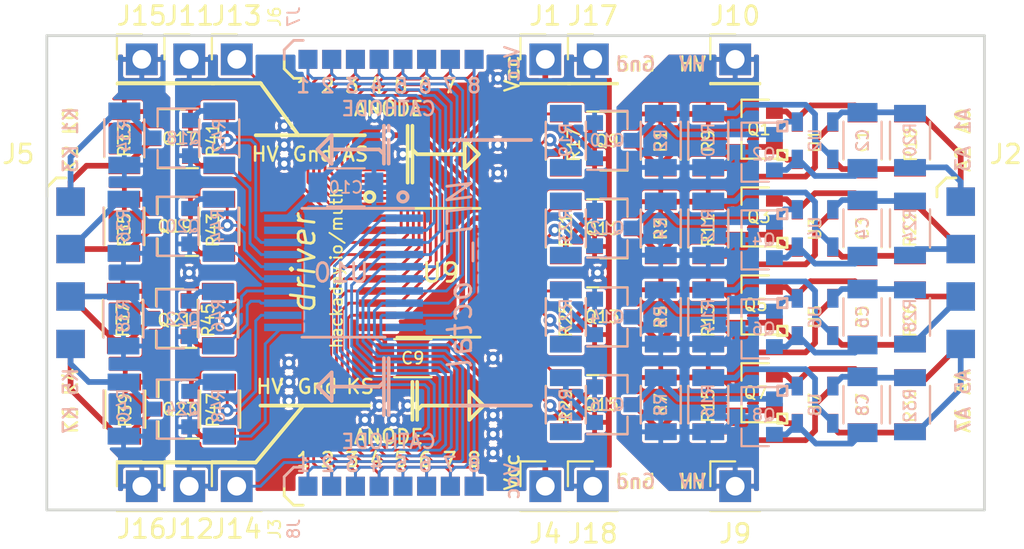
<source format=kicad_pcb>
(kicad_pcb (version 4) (host pcbnew 4.0.7)

  (general
    (links 240)
    (no_connects 0)
    (area 190.424999 25.324999 240.740001 50.875001)
    (thickness 1.6)
    (drawings 129)
    (tracks 932)
    (zones 0)
    (modules 135)
    (nets 102)
  )

  (page A4)
  (layers
    (0 F.Cu signal)
    (31 B.Cu signal)
    (36 B.SilkS user)
    (37 F.SilkS user)
    (38 B.Mask user)
    (39 F.Mask user)
    (44 Edge.Cuts user)
  )

  (setup
    (last_trace_width 0.635)
    (user_trace_width 0.1524)
    (user_trace_width 0.3048)
    (user_trace_width 0.635)
    (trace_clearance 0.1524)
    (zone_clearance 0.1524)
    (zone_45_only no)
    (trace_min 0.1524)
    (segment_width 0.3048)
    (edge_width 0.15)
    (via_size 0.6858)
    (via_drill 0.3302)
    (via_min_size 0.6858)
    (via_min_drill 0.3302)
    (uvia_size 0.6858)
    (uvia_drill 0.3302)
    (uvias_allowed no)
    (uvia_min_size 0)
    (uvia_min_drill 0)
    (pcb_text_width 0.3)
    (pcb_text_size 1.5 1.5)
    (mod_edge_width 0.15)
    (mod_text_size 1 1)
    (mod_text_width 0.15)
    (pad_size 1.524 1.524)
    (pad_drill 0.762)
    (pad_to_mask_clearance 0.0254)
    (aux_axis_origin 0 0)
    (visible_elements 7FFFFFFF)
    (pcbplotparams
      (layerselection 0x00030_80000001)
      (usegerberextensions false)
      (excludeedgelayer true)
      (linewidth 0.100000)
      (plotframeref false)
      (viasonmask false)
      (mode 1)
      (useauxorigin false)
      (hpglpennumber 1)
      (hpglpenspeed 20)
      (hpglpendiameter 15)
      (hpglpenoverlay 2)
      (psnegative false)
      (psa4output false)
      (plotreference true)
      (plotvalue true)
      (plotinvisibletext false)
      (padsonsilk false)
      (subtractmaskfromsilk false)
      (outputformat 4)
      (mirror false)
      (drillshape 2)
      (scaleselection 1)
      (outputdirectory ""))
  )

  (net 0 "")
  (net 1 "Net-(C1-Pad1)")
  (net 2 "Net-(C1-Pad2)")
  (net 3 "Net-(C2-Pad1)")
  (net 4 "Net-(C2-Pad2)")
  (net 5 "Net-(C3-Pad1)")
  (net 6 "Net-(C3-Pad2)")
  (net 7 "Net-(C4-Pad1)")
  (net 8 "Net-(C4-Pad2)")
  (net 9 "Net-(C5-Pad1)")
  (net 10 "Net-(C5-Pad2)")
  (net 11 "Net-(C6-Pad1)")
  (net 12 "Net-(C6-Pad2)")
  (net 13 "Net-(C7-Pad1)")
  (net 14 "Net-(C7-Pad2)")
  (net 15 "Net-(C8-Pad1)")
  (net 16 "Net-(C8-Pad2)")
  (net 17 GND)
  (net 18 VCC)
  (net 19 "Net-(Q1-Pad1)")
  (net 20 HT)
  (net 21 "Net-(Q10-Pad3)")
  (net 22 "Net-(Q11-Pad3)")
  (net 23 "Net-(Q12-Pad3)")
  (net 24 "Net-(Q13-Pad3)")
  (net 25 "Net-(Q14-Pad3)")
  (net 26 "Net-(Q15-Pad3)")
  (net 27 "Net-(Q16-Pad3)")
  (net 28 "Net-(Q9-Pad1)")
  (net 29 "Net-(Q10-Pad1)")
  (net 30 "Net-(Q11-Pad1)")
  (net 31 "Net-(Q12-Pad1)")
  (net 32 "Net-(Q13-Pad1)")
  (net 33 "Net-(Q14-Pad1)")
  (net 34 "Net-(Q15-Pad1)")
  (net 35 "Net-(Q16-Pad1)")
  (net 36 "Net-(Q17-Pad1)")
  (net 37 KO0)
  (net 38 "Net-(Q18-Pad1)")
  (net 39 KO1)
  (net 40 "Net-(Q19-Pad1)")
  (net 41 KO2)
  (net 42 "Net-(Q20-Pad1)")
  (net 43 KO3)
  (net 44 "Net-(Q21-Pad1)")
  (net 45 KO4)
  (net 46 "Net-(Q22-Pad1)")
  (net 47 KO5)
  (net 48 "Net-(Q23-Pad1)")
  (net 49 KO6)
  (net 50 "Net-(Q24-Pad1)")
  (net 51 KO7)
  (net 52 "Net-(R9-Pad2)")
  (net 53 "Net-(R10-Pad2)")
  (net 54 "Net-(R11-Pad2)")
  (net 55 "Net-(R12-Pad2)")
  (net 56 "Net-(R13-Pad2)")
  (net 57 "Net-(R14-Pad2)")
  (net 58 "Net-(R15-Pad2)")
  (net 59 "Net-(R16-Pad2)")
  (net 60 AI0)
  (net 61 AO0)
  (net 62 AI1)
  (net 63 AO1)
  (net 64 AI2)
  (net 65 AO2)
  (net 66 AI3)
  (net 67 AO3)
  (net 68 AI4)
  (net 69 AO4)
  (net 70 AI5)
  (net 71 AO5)
  (net 72 AI6)
  (net 73 AO6)
  (net 74 AI7)
  (net 75 AO7)
  (net 76 KI0)
  (net 77 KI1)
  (net 78 KI2)
  (net 79 KI3)
  (net 80 KI4)
  (net 81 KI5)
  (net 82 KI6)
  (net 83 KI7)
  (net 84 "Net-(J3-Pad1)")
  (net 85 "Net-(J3-Pad2)")
  (net 86 "Net-(J3-Pad3)")
  (net 87 "Net-(J3-Pad4)")
  (net 88 "Net-(J3-Pad5)")
  (net 89 "Net-(J3-Pad6)")
  (net 90 "Net-(J3-Pad7)")
  (net 91 "Net-(J3-Pad8)")
  (net 92 "Net-(J7-Pad1)")
  (net 93 "Net-(J7-Pad3)")
  (net 94 "Net-(J7-Pad5)")
  (net 95 "Net-(J7-Pad7)")
  (net 96 "Net-(J7-Pad2)")
  (net 97 "Net-(J7-Pad4)")
  (net 98 "Net-(J7-Pad6)")
  (net 99 "Net-(J7-Pad8)")
  (net 100 AS)
  (net 101 KS)

  (net_class Default "Ceci est la Netclass par défaut"
    (clearance 0.1524)
    (trace_width 0.1524)
    (via_dia 0.6858)
    (via_drill 0.3302)
    (uvia_dia 0.6858)
    (uvia_drill 0.3302)
    (add_net AI0)
    (add_net AI1)
    (add_net AI2)
    (add_net AI3)
    (add_net AI4)
    (add_net AI5)
    (add_net AI6)
    (add_net AI7)
    (add_net AO0)
    (add_net AO1)
    (add_net AO2)
    (add_net AO3)
    (add_net AO4)
    (add_net AO5)
    (add_net AO6)
    (add_net AO7)
    (add_net AS)
    (add_net GND)
    (add_net HT)
    (add_net KI0)
    (add_net KI1)
    (add_net KI2)
    (add_net KI3)
    (add_net KI4)
    (add_net KI5)
    (add_net KI6)
    (add_net KI7)
    (add_net KO0)
    (add_net KO1)
    (add_net KO2)
    (add_net KO3)
    (add_net KO4)
    (add_net KO5)
    (add_net KO6)
    (add_net KO7)
    (add_net KS)
    (add_net "Net-(C1-Pad1)")
    (add_net "Net-(C1-Pad2)")
    (add_net "Net-(C2-Pad1)")
    (add_net "Net-(C2-Pad2)")
    (add_net "Net-(C3-Pad1)")
    (add_net "Net-(C3-Pad2)")
    (add_net "Net-(C4-Pad1)")
    (add_net "Net-(C4-Pad2)")
    (add_net "Net-(C5-Pad1)")
    (add_net "Net-(C5-Pad2)")
    (add_net "Net-(C6-Pad1)")
    (add_net "Net-(C6-Pad2)")
    (add_net "Net-(C7-Pad1)")
    (add_net "Net-(C7-Pad2)")
    (add_net "Net-(C8-Pad1)")
    (add_net "Net-(C8-Pad2)")
    (add_net "Net-(J3-Pad1)")
    (add_net "Net-(J3-Pad2)")
    (add_net "Net-(J3-Pad3)")
    (add_net "Net-(J3-Pad4)")
    (add_net "Net-(J3-Pad5)")
    (add_net "Net-(J3-Pad6)")
    (add_net "Net-(J3-Pad7)")
    (add_net "Net-(J3-Pad8)")
    (add_net "Net-(J7-Pad1)")
    (add_net "Net-(J7-Pad2)")
    (add_net "Net-(J7-Pad3)")
    (add_net "Net-(J7-Pad4)")
    (add_net "Net-(J7-Pad5)")
    (add_net "Net-(J7-Pad6)")
    (add_net "Net-(J7-Pad7)")
    (add_net "Net-(J7-Pad8)")
    (add_net "Net-(Q1-Pad1)")
    (add_net "Net-(Q10-Pad1)")
    (add_net "Net-(Q10-Pad3)")
    (add_net "Net-(Q11-Pad1)")
    (add_net "Net-(Q11-Pad3)")
    (add_net "Net-(Q12-Pad1)")
    (add_net "Net-(Q12-Pad3)")
    (add_net "Net-(Q13-Pad1)")
    (add_net "Net-(Q13-Pad3)")
    (add_net "Net-(Q14-Pad1)")
    (add_net "Net-(Q14-Pad3)")
    (add_net "Net-(Q15-Pad1)")
    (add_net "Net-(Q15-Pad3)")
    (add_net "Net-(Q16-Pad1)")
    (add_net "Net-(Q16-Pad3)")
    (add_net "Net-(Q17-Pad1)")
    (add_net "Net-(Q18-Pad1)")
    (add_net "Net-(Q19-Pad1)")
    (add_net "Net-(Q20-Pad1)")
    (add_net "Net-(Q21-Pad1)")
    (add_net "Net-(Q22-Pad1)")
    (add_net "Net-(Q23-Pad1)")
    (add_net "Net-(Q24-Pad1)")
    (add_net "Net-(Q9-Pad1)")
    (add_net "Net-(R10-Pad2)")
    (add_net "Net-(R11-Pad2)")
    (add_net "Net-(R12-Pad2)")
    (add_net "Net-(R13-Pad2)")
    (add_net "Net-(R14-Pad2)")
    (add_net "Net-(R15-Pad2)")
    (add_net "Net-(R16-Pad2)")
    (add_net "Net-(R9-Pad2)")
    (add_net VCC)
  )

  (module TSSOP-20_4.4x6.5mm_Pitch0.65mm_handsoldering (layer F.Cu) (tedit 5A7AC463) (tstamp 5A780128)
    (at 211.455 38.1)
    (descr "20-Lead Plastic Thin Shrink Small Outline (ST)-4.4 mm Body [TSSOP] (see Microchip Packaging Specification 00000049BS.pdf)")
    (tags "SSOP 0.65 handsoldering")
    (path /5A779AF9)
    (attr smd)
    (fp_text reference U9 (at 0.127 0) (layer F.SilkS)
      (effects (font (size 1 1) (thickness 0.15)))
    )
    (fp_text value 74LS541 (at 0 4.3) (layer F.Fab)
      (effects (font (size 1 1) (thickness 0.15)))
    )
    (fp_line (start -1.2 -3.25) (end 2.2 -3.25) (layer F.Fab) (width 0.15))
    (fp_line (start 2.2 -3.25) (end 2.2 3.25) (layer F.Fab) (width 0.15))
    (fp_line (start 2.2 3.25) (end -2.2 3.25) (layer F.Fab) (width 0.15))
    (fp_line (start -2.2 3.25) (end -2.2 -2.25) (layer F.Fab) (width 0.15))
    (fp_line (start -2.2 -2.25) (end -1.2 -3.25) (layer F.Fab) (width 0.15))
    (fp_line (start -3.95 -3.55) (end -3.95 3.55) (layer F.CrtYd) (width 0.05))
    (fp_line (start 3.95 -3.55) (end 3.95 3.55) (layer F.CrtYd) (width 0.05))
    (fp_line (start -3.95 -3.55) (end 3.95 -3.55) (layer F.CrtYd) (width 0.05))
    (fp_line (start -3.95 3.55) (end 3.95 3.55) (layer F.CrtYd) (width 0.05))
    (fp_line (start -2.225 3.45) (end 2.225 3.45) (layer F.SilkS) (width 0.15))
    (fp_line (start -3.75 -3.45) (end 2.225 -3.45) (layer F.SilkS) (width 0.15))
    (fp_text user %R (at 0 0) (layer F.Fab)
      (effects (font (size 0.8 0.8) (thickness 0.15)))
    )
    (pad 1 smd rect (at -3.25 -2.925) (size 2 0.4) (layers F.Cu F.Mask)
      (net 100 AS))
    (pad 2 smd rect (at -3.25 -2.275) (size 2 0.4) (layers F.Cu F.Mask)
      (net 84 "Net-(J3-Pad1)"))
    (pad 3 smd rect (at -3.25 -1.625) (size 2 0.4) (layers F.Cu F.Mask)
      (net 85 "Net-(J3-Pad2)"))
    (pad 4 smd rect (at -3.25 -0.975) (size 2 0.4) (layers F.Cu F.Mask)
      (net 86 "Net-(J3-Pad3)"))
    (pad 5 smd rect (at -3.25 -0.325) (size 2 0.4) (layers F.Cu F.Mask)
      (net 87 "Net-(J3-Pad4)"))
    (pad 6 smd rect (at -3.25 0.325) (size 2 0.4) (layers F.Cu F.Mask)
      (net 88 "Net-(J3-Pad5)"))
    (pad 7 smd rect (at -3.25 0.975) (size 2 0.4) (layers F.Cu F.Mask)
      (net 89 "Net-(J3-Pad6)"))
    (pad 8 smd rect (at -3.25 1.625) (size 2 0.4) (layers F.Cu F.Mask)
      (net 90 "Net-(J3-Pad7)"))
    (pad 9 smd rect (at -3.25 2.275) (size 2 0.4) (layers F.Cu F.Mask)
      (net 91 "Net-(J3-Pad8)"))
    (pad 10 smd rect (at -3.25 2.925) (size 2 0.4) (layers F.Cu F.Mask)
      (net 17 GND))
    (pad 11 smd rect (at 3.25 2.925) (size 2 0.4) (layers F.Cu F.Mask)
      (net 74 AI7))
    (pad 12 smd rect (at 3.25 2.275) (size 2 0.4) (layers F.Cu F.Mask)
      (net 72 AI6))
    (pad 13 smd rect (at 3.25 1.625) (size 2 0.4) (layers F.Cu F.Mask)
      (net 70 AI5))
    (pad 14 smd rect (at 3.25 0.975) (size 2 0.4) (layers F.Cu F.Mask)
      (net 68 AI4))
    (pad 15 smd rect (at 3.25 0.325) (size 2 0.4) (layers F.Cu F.Mask)
      (net 66 AI3))
    (pad 16 smd rect (at 3.25 -0.325) (size 2 0.4) (layers F.Cu F.Mask)
      (net 64 AI2))
    (pad 17 smd rect (at 3.25 -0.975) (size 2 0.4) (layers F.Cu F.Mask)
      (net 62 AI1))
    (pad 18 smd rect (at 3.25 -1.625) (size 2 0.4) (layers F.Cu F.Mask)
      (net 60 AI0))
    (pad 19 smd rect (at 3.25 -2.275) (size 2 0.4) (layers F.Cu F.Mask)
      (net 17 GND))
    (pad 20 smd rect (at 3.25 -2.925) (size 2 0.4) (layers F.Cu F.Mask)
      (net 18 VCC))
    (model ${KISYS3DMOD}/Housings_SSOP.3dshapes/TSSOP-20_4.4x6.5mm_Pitch0.65mm.wrl
      (at (xyz 0 0 0))
      (scale (xyz 1 1 1))
      (rotate (xyz 0 0 0))
    )
  )

  (module footprints:via (layer F.Cu) (tedit 5A79D0C5) (tstamp 5A7A019A)
    (at 207.518 45.974)
    (path /5A79D6EE)
    (fp_text reference J19 (at 0 0.5) (layer Dwgs.User) hide
      (effects (font (size 0.254 0.254) (thickness 0.0254)))
    )
    (fp_text value TEST_1P (at 0 -0.508) (layer F.Fab) hide
      (effects (font (size 0.254 0.254) (thickness 0.0254)))
    )
    (pad 1 thru_hole circle (at 0 0) (size 0.6858 0.6858) (drill 0.3302) (layers *.Cu)
      (net 17 GND))
  )

  (module footprints:via (layer F.Cu) (tedit 5A79D0C5) (tstamp 5A7A0160)
    (at 214.376 47.752)
    (path /5A79D6EE)
    (fp_text reference J19 (at 0 0.5) (layer Dwgs.User) hide
      (effects (font (size 0.254 0.254) (thickness 0.0254)))
    )
    (fp_text value TEST_1P (at 0 -0.508) (layer F.Fab) hide
      (effects (font (size 0.254 0.254) (thickness 0.0254)))
    )
    (pad 1 thru_hole circle (at 0 0) (size 0.6858 0.6858) (drill 0.3302) (layers *.Cu)
      (net 17 GND))
  )

  (module footprints:via (layer F.Cu) (tedit 5A79D0C5) (tstamp 5A7A015C)
    (at 214.376 46.736)
    (path /5A79D6EE)
    (fp_text reference J19 (at 0 0.5) (layer Dwgs.User) hide
      (effects (font (size 0.254 0.254) (thickness 0.0254)))
    )
    (fp_text value TEST_1P (at 0 -0.508) (layer F.Fab) hide
      (effects (font (size 0.254 0.254) (thickness 0.0254)))
    )
    (pad 1 thru_hole circle (at 0 0) (size 0.6858 0.6858) (drill 0.3302) (layers *.Cu)
      (net 17 GND))
  )

  (module footprints:via (layer F.Cu) (tedit 5A79D0C5) (tstamp 5A7A0158)
    (at 214.376 45.72)
    (path /5A79D6EE)
    (fp_text reference J19 (at 0 0.5) (layer Dwgs.User) hide
      (effects (font (size 0.254 0.254) (thickness 0.0254)))
    )
    (fp_text value TEST_1P (at 0 -0.508) (layer F.Fab) hide
      (effects (font (size 0.254 0.254) (thickness 0.0254)))
    )
    (pad 1 thru_hole circle (at 0 0) (size 0.6858 0.6858) (drill 0.3302) (layers *.Cu)
      (net 17 GND))
  )

  (module footprints:via (layer F.Cu) (tedit 5A79D0C5) (tstamp 5A7A0154)
    (at 214.376 42.672)
    (path /5A79D6EE)
    (fp_text reference J19 (at 0 0.5) (layer Dwgs.User) hide
      (effects (font (size 0.254 0.254) (thickness 0.0254)))
    )
    (fp_text value TEST_1P (at 0 -0.508) (layer F.Fab) hide
      (effects (font (size 0.254 0.254) (thickness 0.0254)))
    )
    (pad 1 thru_hole circle (at 0 0) (size 0.6858 0.6858) (drill 0.3302) (layers *.Cu)
      (net 17 GND))
  )

  (module footprints:via (layer F.Cu) (tedit 5A79D0C5) (tstamp 5A7A0150)
    (at 219.964 38.1)
    (path /5A79D6EE)
    (fp_text reference J19 (at 0 0.5) (layer Dwgs.User) hide
      (effects (font (size 0.254 0.254) (thickness 0.0254)))
    )
    (fp_text value TEST_1P (at 0 -0.508) (layer F.Fab) hide
      (effects (font (size 0.254 0.254) (thickness 0.0254)))
    )
    (pad 1 thru_hole circle (at 0 0) (size 0.6858 0.6858) (drill 0.3302) (layers *.Cu)
      (net 17 GND))
  )

  (module footprints:via (layer F.Cu) (tedit 5A79D0C5) (tstamp 5A7A014C)
    (at 214.63 32.766)
    (path /5A79D6EE)
    (fp_text reference J19 (at 0 0.5) (layer Dwgs.User) hide
      (effects (font (size 0.254 0.254) (thickness 0.0254)))
    )
    (fp_text value TEST_1P (at 0 -0.508) (layer F.Fab) hide
      (effects (font (size 0.254 0.254) (thickness 0.0254)))
    )
    (pad 1 thru_hole circle (at 0 0) (size 0.6858 0.6858) (drill 0.3302) (layers *.Cu)
      (net 17 GND))
  )

  (module footprints:via (layer F.Cu) (tedit 5A79D0C5) (tstamp 5A7A0148)
    (at 214.63 31.242)
    (path /5A79D6EE)
    (fp_text reference J19 (at 0 0.5) (layer Dwgs.User) hide
      (effects (font (size 0.254 0.254) (thickness 0.0254)))
    )
    (fp_text value TEST_1P (at 0 -0.508) (layer F.Fab) hide
      (effects (font (size 0.254 0.254) (thickness 0.0254)))
    )
    (pad 1 thru_hole circle (at 0 0) (size 0.6858 0.6858) (drill 0.3302) (layers *.Cu)
      (net 17 GND))
  )

  (module footprints:via (layer F.Cu) (tedit 5A79D0C5) (tstamp 5A7A0144)
    (at 214.63 27.686)
    (path /5A79D6EE)
    (fp_text reference J19 (at 0 0.5) (layer Dwgs.User) hide
      (effects (font (size 0.254 0.254) (thickness 0.0254)))
    )
    (fp_text value TEST_1P (at 0 -0.508) (layer F.Fab) hide
      (effects (font (size 0.254 0.254) (thickness 0.0254)))
    )
    (pad 1 thru_hole circle (at 0 0) (size 0.6858 0.6858) (drill 0.3302) (layers *.Cu)
      (net 17 GND))
  )

  (module footprints:via (layer F.Cu) (tedit 5A79D0C5) (tstamp 5A7A0140)
    (at 209.55 31.75)
    (path /5A79D6EE)
    (fp_text reference J19 (at 0 0.5) (layer Dwgs.User) hide
      (effects (font (size 0.254 0.254) (thickness 0.0254)))
    )
    (fp_text value TEST_1P (at 0 -0.508) (layer F.Fab) hide
      (effects (font (size 0.254 0.254) (thickness 0.0254)))
    )
    (pad 1 thru_hole circle (at 0 0) (size 0.6858 0.6858) (drill 0.3302) (layers *.Cu)
      (net 17 GND))
  )

  (module footprints:via (layer F.Cu) (tedit 5A79D0C5) (tstamp 5A7A0138)
    (at 208.026 29.718)
    (path /5A79D6EE)
    (fp_text reference J19 (at 0 0.5) (layer Dwgs.User) hide
      (effects (font (size 0.254 0.254) (thickness 0.0254)))
    )
    (fp_text value TEST_1P (at 0 -0.508) (layer F.Fab) hide
      (effects (font (size 0.254 0.254) (thickness 0.0254)))
    )
    (pad 1 thru_hole circle (at 0 0) (size 0.6858 0.6858) (drill 0.3302) (layers *.Cu)
      (net 17 GND))
  )

  (module footprints:via (layer F.Cu) (tedit 5A79D0C5) (tstamp 5A7A0134)
    (at 203.2 30.226)
    (path /5A79D6EE)
    (fp_text reference J19 (at 0 0.5) (layer Dwgs.User) hide
      (effects (font (size 0.254 0.254) (thickness 0.0254)))
    )
    (fp_text value TEST_1P (at 0 -0.508) (layer F.Fab) hide
      (effects (font (size 0.254 0.254) (thickness 0.0254)))
    )
    (pad 1 thru_hole circle (at 0 0) (size 0.6858 0.6858) (drill 0.3302) (layers *.Cu)
      (net 17 GND))
  )

  (module footprints:via (layer F.Cu) (tedit 5A79D0C5) (tstamp 5A7A0130)
    (at 203.2 31.242)
    (path /5A79D6EE)
    (fp_text reference J19 (at 0 0.5) (layer Dwgs.User) hide
      (effects (font (size 0.254 0.254) (thickness 0.0254)))
    )
    (fp_text value TEST_1P (at 0 -0.508) (layer F.Fab) hide
      (effects (font (size 0.254 0.254) (thickness 0.0254)))
    )
    (pad 1 thru_hole circle (at 0 0) (size 0.6858 0.6858) (drill 0.3302) (layers *.Cu)
      (net 17 GND))
  )

  (module footprints:via (layer F.Cu) (tedit 5A79D0C5) (tstamp 5A7A0128)
    (at 203.2 32.258)
    (path /5A79D6EE)
    (fp_text reference J19 (at 0 0.5) (layer Dwgs.User) hide
      (effects (font (size 0.254 0.254) (thickness 0.0254)))
    )
    (fp_text value TEST_1P (at 0 -0.508) (layer F.Fab) hide
      (effects (font (size 0.254 0.254) (thickness 0.0254)))
    )
    (pad 1 thru_hole circle (at 0 0) (size 0.6858 0.6858) (drill 0.3302) (layers *.Cu)
      (net 17 GND))
  )

  (module footprints:via (layer F.Cu) (tedit 5A79D0C5) (tstamp 5A7A0124)
    (at 198.12 38.1)
    (path /5A79D6EE)
    (fp_text reference J19 (at 0 0.5) (layer Dwgs.User) hide
      (effects (font (size 0.254 0.254) (thickness 0.0254)))
    )
    (fp_text value TEST_1P (at 0 -0.508) (layer F.Fab) hide
      (effects (font (size 0.254 0.254) (thickness 0.0254)))
    )
    (pad 1 thru_hole circle (at 0 0) (size 0.6858 0.6858) (drill 0.3302) (layers *.Cu)
      (net 17 GND))
  )

  (module footprints:via (layer F.Cu) (tedit 5A79D0C5) (tstamp 5A7A0103)
    (at 209.042 45.974)
    (path /5A79D6EE)
    (fp_text reference J19 (at 0 0.5) (layer Dwgs.User) hide
      (effects (font (size 0.254 0.254) (thickness 0.0254)))
    )
    (fp_text value TEST_1P (at 0 -0.508) (layer F.Fab) hide
      (effects (font (size 0.254 0.254) (thickness 0.0254)))
    )
    (pad 1 thru_hole circle (at 0 0) (size 0.6858 0.6858) (drill 0.3302) (layers *.Cu)
      (net 17 GND))
  )

  (module footprints:via (layer F.Cu) (tedit 5A79D0C5) (tstamp 5A7A00FB)
    (at 209.804 45.212)
    (path /5A79D6EE)
    (fp_text reference J19 (at 0 0.5) (layer Dwgs.User) hide
      (effects (font (size 0.254 0.254) (thickness 0.0254)))
    )
    (fp_text value TEST_1P (at 0 -0.508) (layer F.Fab) hide
      (effects (font (size 0.254 0.254) (thickness 0.0254)))
    )
    (pad 1 thru_hole circle (at 0 0) (size 0.6858 0.6858) (drill 0.3302) (layers *.Cu)
      (net 17 GND))
  )

  (module footprints:via (layer F.Cu) (tedit 5A79D0C5) (tstamp 5A7A00F7)
    (at 208.28 45.212)
    (path /5A79D6EE)
    (fp_text reference J19 (at 0 0.5) (layer Dwgs.User) hide
      (effects (font (size 0.254 0.254) (thickness 0.0254)))
    )
    (fp_text value TEST_1P (at 0 -0.508) (layer F.Fab) hide
      (effects (font (size 0.254 0.254) (thickness 0.0254)))
    )
    (pad 1 thru_hole circle (at 0 0) (size 0.6858 0.6858) (drill 0.3302) (layers *.Cu)
      (net 17 GND))
  )

  (module footprints:via (layer F.Cu) (tedit 5A79D0C5) (tstamp 5A7A00F3)
    (at 203.454 42.926)
    (path /5A79D6EE)
    (fp_text reference J19 (at 0 0.5) (layer Dwgs.User) hide
      (effects (font (size 0.254 0.254) (thickness 0.0254)))
    )
    (fp_text value TEST_1P (at 0 -0.508) (layer F.Fab) hide
      (effects (font (size 0.254 0.254) (thickness 0.0254)))
    )
    (pad 1 thru_hole circle (at 0 0) (size 0.6858 0.6858) (drill 0.3302) (layers *.Cu)
      (net 17 GND))
  )

  (module footprints:via (layer F.Cu) (tedit 5A79D0C5) (tstamp 5A7A00EF)
    (at 203.454 43.942)
    (path /5A79D6EE)
    (fp_text reference J19 (at 0 0.5) (layer Dwgs.User) hide
      (effects (font (size 0.254 0.254) (thickness 0.0254)))
    )
    (fp_text value TEST_1P (at 0 -0.508) (layer F.Fab) hide
      (effects (font (size 0.254 0.254) (thickness 0.0254)))
    )
    (pad 1 thru_hole circle (at 0 0) (size 0.6858 0.6858) (drill 0.3302) (layers *.Cu)
      (net 17 GND))
  )

  (module Resistors_SMD:R_1206 (layer F.Cu) (tedit 5A79BE02) (tstamp 5A780016)
    (at 218.267264 31.044356 90)
    (descr "Resistor SMD 1206, reflow soldering, Vishay (see dcrcw.pdf)")
    (tags "resistor 1206")
    (path /5A77454C)
    (attr smd)
    (fp_text reference R17 (at -0.197644 0.426736 90) (layer F.SilkS)
      (effects (font (size 0.635 0.635) (thickness 0.1016)))
    )
    (fp_text value 10K (at 0 1.95 90) (layer F.Fab)
      (effects (font (size 1 1) (thickness 0.15)))
    )
    (fp_text user %R (at 0 0 90) (layer F.Fab)
      (effects (font (size 0.7 0.7) (thickness 0.105)))
    )
    (fp_line (start -1.6 0.8) (end -1.6 -0.8) (layer F.Fab) (width 0.1))
    (fp_line (start 1.6 0.8) (end -1.6 0.8) (layer F.Fab) (width 0.1))
    (fp_line (start 1.6 -0.8) (end 1.6 0.8) (layer F.Fab) (width 0.1))
    (fp_line (start -1.6 -0.8) (end 1.6 -0.8) (layer F.Fab) (width 0.1))
    (fp_line (start 1 1.07) (end -1 1.07) (layer F.SilkS) (width 0.12))
    (fp_line (start -1 -1.07) (end 1 -1.07) (layer F.SilkS) (width 0.12))
    (fp_line (start -2.15 -1.11) (end 2.15 -1.11) (layer F.CrtYd) (width 0.05))
    (fp_line (start -2.15 -1.11) (end -2.15 1.1) (layer F.CrtYd) (width 0.05))
    (fp_line (start 2.15 1.1) (end 2.15 -1.11) (layer F.CrtYd) (width 0.05))
    (fp_line (start 2.15 1.1) (end -2.15 1.1) (layer F.CrtYd) (width 0.05))
    (pad 1 smd rect (at -1.45 0 90) (size 0.9 1.7) (layers F.Cu F.Mask)
      (net 28 "Net-(Q9-Pad1)"))
    (pad 2 smd rect (at 1.45 0 90) (size 0.9 1.7) (layers F.Cu F.Mask)
      (net 60 AI0))
    (model ${KISYS3DMOD}/Resistors_SMD.3dshapes/R_1206.wrl
      (at (xyz 0 0 0))
      (scale (xyz 1 1 1))
      (rotate (xyz 0 0 0))
    )
  )

  (module Pin_Headers:Pin_Header_Straight_1x01_Pitch2.54mm (layer F.Cu) (tedit 59650532) (tstamp 5A7883EF)
    (at 200.66 26.67)
    (descr "Through hole straight pin header, 1x01, 2.54mm pitch, single row")
    (tags "Through hole pin header THT 1x01 2.54mm single row")
    (path /5A791120)
    (fp_text reference J13 (at 0 -2.33) (layer F.SilkS)
      (effects (font (size 1 1) (thickness 0.15)))
    )
    (fp_text value Conn_01x01 (at 0 2.33) (layer F.Fab)
      (effects (font (size 1 1) (thickness 0.15)))
    )
    (fp_line (start -0.635 -1.27) (end 1.27 -1.27) (layer F.Fab) (width 0.1))
    (fp_line (start 1.27 -1.27) (end 1.27 1.27) (layer F.Fab) (width 0.1))
    (fp_line (start 1.27 1.27) (end -1.27 1.27) (layer F.Fab) (width 0.1))
    (fp_line (start -1.27 1.27) (end -1.27 -0.635) (layer F.Fab) (width 0.1))
    (fp_line (start -1.27 -0.635) (end -0.635 -1.27) (layer F.Fab) (width 0.1))
    (fp_line (start -1.33 1.33) (end 1.33 1.33) (layer F.SilkS) (width 0.12))
    (fp_line (start -1.33 1.27) (end -1.33 1.33) (layer F.SilkS) (width 0.12))
    (fp_line (start 1.33 1.27) (end 1.33 1.33) (layer F.SilkS) (width 0.12))
    (fp_line (start -1.33 1.27) (end 1.33 1.27) (layer F.SilkS) (width 0.12))
    (fp_line (start -1.33 0) (end -1.33 -1.33) (layer F.SilkS) (width 0.12))
    (fp_line (start -1.33 -1.33) (end 0 -1.33) (layer F.SilkS) (width 0.12))
    (fp_line (start -1.8 -1.8) (end -1.8 1.8) (layer F.CrtYd) (width 0.05))
    (fp_line (start -1.8 1.8) (end 1.8 1.8) (layer F.CrtYd) (width 0.05))
    (fp_line (start 1.8 1.8) (end 1.8 -1.8) (layer F.CrtYd) (width 0.05))
    (fp_line (start 1.8 -1.8) (end -1.8 -1.8) (layer F.CrtYd) (width 0.05))
    (fp_text user %R (at 0 0 90) (layer F.Fab)
      (effects (font (size 1 1) (thickness 0.15)))
    )
    (pad 1 thru_hole rect (at 0 0) (size 1.7 1.7) (drill 1) (layers *.Cu *.Mask)
      (net 100 AS))
    (model ${KISYS3DMOD}/Pin_Headers.3dshapes/Pin_Header_Straight_1x01_Pitch2.54mm.wrl
      (at (xyz 0 0 0))
      (scale (xyz 1 1 1))
      (rotate (xyz 0 0 0))
    )
  )

  (module Resistors_SMD:R_1206 (layer B.Cu) (tedit 5A79CA5B) (tstamp 5A780010)
    (at 225.887264 45.168304 90)
    (descr "Resistor SMD 1206, reflow soldering, Vishay (see dcrcw.pdf)")
    (tags "resistor 1206")
    (path /5A776828)
    (attr smd)
    (fp_text reference R16 (at 0.210304 0 90) (layer B.SilkS)
      (effects (font (size 0.635 0.635) (thickness 0.1016)) (justify mirror))
    )
    (fp_text value 4.7K (at 0 -1.95 90) (layer B.Fab)
      (effects (font (size 1 1) (thickness 0.15)) (justify mirror))
    )
    (fp_text user %R (at 0 0 90) (layer B.Fab)
      (effects (font (size 0.7 0.7) (thickness 0.105)) (justify mirror))
    )
    (fp_line (start -1.6 -0.8) (end -1.6 0.8) (layer B.Fab) (width 0.1))
    (fp_line (start 1.6 -0.8) (end -1.6 -0.8) (layer B.Fab) (width 0.1))
    (fp_line (start 1.6 0.8) (end 1.6 -0.8) (layer B.Fab) (width 0.1))
    (fp_line (start -1.6 0.8) (end 1.6 0.8) (layer B.Fab) (width 0.1))
    (fp_line (start 1 -1.07) (end -1 -1.07) (layer B.SilkS) (width 0.12))
    (fp_line (start -1 1.07) (end 1 1.07) (layer B.SilkS) (width 0.12))
    (fp_line (start -2.15 1.11) (end 2.15 1.11) (layer B.CrtYd) (width 0.05))
    (fp_line (start -2.15 1.11) (end -2.15 -1.1) (layer B.CrtYd) (width 0.05))
    (fp_line (start 2.15 -1.1) (end 2.15 1.11) (layer B.CrtYd) (width 0.05))
    (fp_line (start 2.15 -1.1) (end -2.15 -1.1) (layer B.CrtYd) (width 0.05))
    (pad 1 smd rect (at -1.45 0 90) (size 0.9 1.7) (layers B.Cu B.Mask)
      (net 20 HT))
    (pad 2 smd rect (at 1.45 0 90) (size 0.9 1.7) (layers B.Cu B.Mask)
      (net 59 "Net-(R16-Pad2)"))
    (model ${KISYS3DMOD}/Resistors_SMD.3dshapes/R_1206.wrl
      (at (xyz 0 0 0))
      (scale (xyz 1 1 1))
      (rotate (xyz 0 0 0))
    )
  )

  (module Capacitors_SMD:C_1206 (layer F.Cu) (tedit 5A79BE50) (tstamp 5A77FE94)
    (at 234.142264 31.044356 90)
    (descr "Capacitor SMD 1206, reflow soldering, AVX (see smccp.pdf)")
    (tags "capacitor 1206")
    (path /5A774548)
    (attr smd)
    (fp_text reference C1 (at 0 0 90) (layer F.SilkS)
      (effects (font (size 0.635 0.635) (thickness 0.1016)))
    )
    (fp_text value 1n (at 0 2 90) (layer F.Fab)
      (effects (font (size 1 1) (thickness 0.15)))
    )
    (fp_text user %R (at 0 -1.75 90) (layer F.Fab)
      (effects (font (size 1 1) (thickness 0.15)))
    )
    (fp_line (start -1.6 0.8) (end -1.6 -0.8) (layer F.Fab) (width 0.1))
    (fp_line (start 1.6 0.8) (end -1.6 0.8) (layer F.Fab) (width 0.1))
    (fp_line (start 1.6 -0.8) (end 1.6 0.8) (layer F.Fab) (width 0.1))
    (fp_line (start -1.6 -0.8) (end 1.6 -0.8) (layer F.Fab) (width 0.1))
    (fp_line (start 1 -1.02) (end -1 -1.02) (layer F.SilkS) (width 0.12))
    (fp_line (start -1 1.02) (end 1 1.02) (layer F.SilkS) (width 0.12))
    (fp_line (start -2.25 -1.05) (end 2.25 -1.05) (layer F.CrtYd) (width 0.05))
    (fp_line (start -2.25 -1.05) (end -2.25 1.05) (layer F.CrtYd) (width 0.05))
    (fp_line (start 2.25 1.05) (end 2.25 -1.05) (layer F.CrtYd) (width 0.05))
    (fp_line (start 2.25 1.05) (end -2.25 1.05) (layer F.CrtYd) (width 0.05))
    (pad 1 smd rect (at -1.5 0 90) (size 1 1.6) (layers F.Cu F.Mask)
      (net 1 "Net-(C1-Pad1)"))
    (pad 2 smd rect (at 1.5 0 90) (size 1 1.6) (layers F.Cu F.Mask)
      (net 2 "Net-(C1-Pad2)"))
    (model Capacitors_SMD.3dshapes/C_1206.wrl
      (at (xyz 0 0 0))
      (scale (xyz 1 1 1))
      (rotate (xyz 0 0 0))
    )
  )

  (module Capacitors_SMD:C_1206 (layer B.Cu) (tedit 5A79CAF1) (tstamp 5A77FE9A)
    (at 234.142264 31.006834 270)
    (descr "Capacitor SMD 1206, reflow soldering, AVX (see smccp.pdf)")
    (tags "capacitor 1206")
    (path /5A775E1A)
    (attr smd)
    (fp_text reference C2 (at 0 0 270) (layer B.SilkS)
      (effects (font (size 0.635 0.635) (thickness 0.1016)) (justify mirror))
    )
    (fp_text value 1n (at 0 -2 270) (layer B.Fab)
      (effects (font (size 1 1) (thickness 0.15)) (justify mirror))
    )
    (fp_text user %R (at 0 1.75 270) (layer B.Fab)
      (effects (font (size 1 1) (thickness 0.15)) (justify mirror))
    )
    (fp_line (start -1.6 -0.8) (end -1.6 0.8) (layer B.Fab) (width 0.1))
    (fp_line (start 1.6 -0.8) (end -1.6 -0.8) (layer B.Fab) (width 0.1))
    (fp_line (start 1.6 0.8) (end 1.6 -0.8) (layer B.Fab) (width 0.1))
    (fp_line (start -1.6 0.8) (end 1.6 0.8) (layer B.Fab) (width 0.1))
    (fp_line (start 1 1.02) (end -1 1.02) (layer B.SilkS) (width 0.12))
    (fp_line (start -1 -1.02) (end 1 -1.02) (layer B.SilkS) (width 0.12))
    (fp_line (start -2.25 1.05) (end 2.25 1.05) (layer B.CrtYd) (width 0.05))
    (fp_line (start -2.25 1.05) (end -2.25 -1.05) (layer B.CrtYd) (width 0.05))
    (fp_line (start 2.25 -1.05) (end 2.25 1.05) (layer B.CrtYd) (width 0.05))
    (fp_line (start 2.25 -1.05) (end -2.25 -1.05) (layer B.CrtYd) (width 0.05))
    (pad 1 smd rect (at -1.5 0 270) (size 1 1.6) (layers B.Cu B.Mask)
      (net 3 "Net-(C2-Pad1)"))
    (pad 2 smd rect (at 1.5 0 270) (size 1 1.6) (layers B.Cu B.Mask)
      (net 4 "Net-(C2-Pad2)"))
    (model Capacitors_SMD.3dshapes/C_1206.wrl
      (at (xyz 0 0 0))
      (scale (xyz 1 1 1))
      (rotate (xyz 0 0 0))
    )
  )

  (module Capacitors_SMD:C_1206 (layer F.Cu) (tedit 5A79BE74) (tstamp 5A77FEA0)
    (at 234.142264 35.743356 90)
    (descr "Capacitor SMD 1206, reflow soldering, AVX (see smccp.pdf)")
    (tags "capacitor 1206")
    (path /5A7760EF)
    (attr smd)
    (fp_text reference C3 (at 0 0 90) (layer F.SilkS)
      (effects (font (size 0.635 0.635) (thickness 0.1016)))
    )
    (fp_text value 1n (at 0 2 90) (layer F.Fab)
      (effects (font (size 1 1) (thickness 0.15)))
    )
    (fp_text user %R (at 0 -1.75 90) (layer F.Fab)
      (effects (font (size 1 1) (thickness 0.15)))
    )
    (fp_line (start -1.6 0.8) (end -1.6 -0.8) (layer F.Fab) (width 0.1))
    (fp_line (start 1.6 0.8) (end -1.6 0.8) (layer F.Fab) (width 0.1))
    (fp_line (start 1.6 -0.8) (end 1.6 0.8) (layer F.Fab) (width 0.1))
    (fp_line (start -1.6 -0.8) (end 1.6 -0.8) (layer F.Fab) (width 0.1))
    (fp_line (start 1 -1.02) (end -1 -1.02) (layer F.SilkS) (width 0.12))
    (fp_line (start -1 1.02) (end 1 1.02) (layer F.SilkS) (width 0.12))
    (fp_line (start -2.25 -1.05) (end 2.25 -1.05) (layer F.CrtYd) (width 0.05))
    (fp_line (start -2.25 -1.05) (end -2.25 1.05) (layer F.CrtYd) (width 0.05))
    (fp_line (start 2.25 1.05) (end 2.25 -1.05) (layer F.CrtYd) (width 0.05))
    (fp_line (start 2.25 1.05) (end -2.25 1.05) (layer F.CrtYd) (width 0.05))
    (pad 1 smd rect (at -1.5 0 90) (size 1 1.6) (layers F.Cu F.Mask)
      (net 5 "Net-(C3-Pad1)"))
    (pad 2 smd rect (at 1.5 0 90) (size 1 1.6) (layers F.Cu F.Mask)
      (net 6 "Net-(C3-Pad2)"))
    (model Capacitors_SMD.3dshapes/C_1206.wrl
      (at (xyz 0 0 0))
      (scale (xyz 1 1 1))
      (rotate (xyz 0 0 0))
    )
  )

  (module Capacitors_SMD:C_1206 (layer B.Cu) (tedit 5A79CAF9) (tstamp 5A77FEA6)
    (at 234.142264 35.705834 270)
    (descr "Capacitor SMD 1206, reflow soldering, AVX (see smccp.pdf)")
    (tags "capacitor 1206")
    (path /5A776172)
    (attr smd)
    (fp_text reference C4 (at 0 0 270) (layer B.SilkS)
      (effects (font (size 0.635 0.635) (thickness 0.1016)) (justify mirror))
    )
    (fp_text value 1n (at 0 -2 270) (layer B.Fab)
      (effects (font (size 1 1) (thickness 0.15)) (justify mirror))
    )
    (fp_text user %R (at 0 1.75 270) (layer B.Fab)
      (effects (font (size 1 1) (thickness 0.15)) (justify mirror))
    )
    (fp_line (start -1.6 -0.8) (end -1.6 0.8) (layer B.Fab) (width 0.1))
    (fp_line (start 1.6 -0.8) (end -1.6 -0.8) (layer B.Fab) (width 0.1))
    (fp_line (start 1.6 0.8) (end 1.6 -0.8) (layer B.Fab) (width 0.1))
    (fp_line (start -1.6 0.8) (end 1.6 0.8) (layer B.Fab) (width 0.1))
    (fp_line (start 1 1.02) (end -1 1.02) (layer B.SilkS) (width 0.12))
    (fp_line (start -1 -1.02) (end 1 -1.02) (layer B.SilkS) (width 0.12))
    (fp_line (start -2.25 1.05) (end 2.25 1.05) (layer B.CrtYd) (width 0.05))
    (fp_line (start -2.25 1.05) (end -2.25 -1.05) (layer B.CrtYd) (width 0.05))
    (fp_line (start 2.25 -1.05) (end 2.25 1.05) (layer B.CrtYd) (width 0.05))
    (fp_line (start 2.25 -1.05) (end -2.25 -1.05) (layer B.CrtYd) (width 0.05))
    (pad 1 smd rect (at -1.5 0 270) (size 1 1.6) (layers B.Cu B.Mask)
      (net 7 "Net-(C4-Pad1)"))
    (pad 2 smd rect (at 1.5 0 270) (size 1 1.6) (layers B.Cu B.Mask)
      (net 8 "Net-(C4-Pad2)"))
    (model Capacitors_SMD.3dshapes/C_1206.wrl
      (at (xyz 0 0 0))
      (scale (xyz 1 1 1))
      (rotate (xyz 0 0 0))
    )
  )

  (module Capacitors_SMD:C_1206 (layer F.Cu) (tedit 5A79BF34) (tstamp 5A77FEAC)
    (at 234.142264 40.45855 90)
    (descr "Capacitor SMD 1206, reflow soldering, AVX (see smccp.pdf)")
    (tags "capacitor 1206")
    (path /5A776699)
    (attr smd)
    (fp_text reference C5 (at 0 0 90) (layer F.SilkS)
      (effects (font (size 0.635 0.635) (thickness 0.1016)))
    )
    (fp_text value 1n (at 0 2 90) (layer F.Fab)
      (effects (font (size 1 1) (thickness 0.15)))
    )
    (fp_text user %R (at 0 -1.75 90) (layer F.Fab)
      (effects (font (size 1 1) (thickness 0.15)))
    )
    (fp_line (start -1.6 0.8) (end -1.6 -0.8) (layer F.Fab) (width 0.1))
    (fp_line (start 1.6 0.8) (end -1.6 0.8) (layer F.Fab) (width 0.1))
    (fp_line (start 1.6 -0.8) (end 1.6 0.8) (layer F.Fab) (width 0.1))
    (fp_line (start -1.6 -0.8) (end 1.6 -0.8) (layer F.Fab) (width 0.1))
    (fp_line (start 1 -1.02) (end -1 -1.02) (layer F.SilkS) (width 0.12))
    (fp_line (start -1 1.02) (end 1 1.02) (layer F.SilkS) (width 0.12))
    (fp_line (start -2.25 -1.05) (end 2.25 -1.05) (layer F.CrtYd) (width 0.05))
    (fp_line (start -2.25 -1.05) (end -2.25 1.05) (layer F.CrtYd) (width 0.05))
    (fp_line (start 2.25 1.05) (end 2.25 -1.05) (layer F.CrtYd) (width 0.05))
    (fp_line (start 2.25 1.05) (end -2.25 1.05) (layer F.CrtYd) (width 0.05))
    (pad 1 smd rect (at -1.5 0 90) (size 1 1.6) (layers F.Cu F.Mask)
      (net 9 "Net-(C5-Pad1)"))
    (pad 2 smd rect (at 1.5 0 90) (size 1 1.6) (layers F.Cu F.Mask)
      (net 10 "Net-(C5-Pad2)"))
    (model Capacitors_SMD.3dshapes/C_1206.wrl
      (at (xyz 0 0 0))
      (scale (xyz 1 1 1))
      (rotate (xyz 0 0 0))
    )
  )

  (module Capacitors_SMD:C_1206 (layer B.Cu) (tedit 5A79CAFF) (tstamp 5A77FEB2)
    (at 234.142264 40.469304 270)
    (descr "Capacitor SMD 1206, reflow soldering, AVX (see smccp.pdf)")
    (tags "capacitor 1206")
    (path /5A77671C)
    (attr smd)
    (fp_text reference C6 (at 0 0 270) (layer B.SilkS)
      (effects (font (size 0.635 0.635) (thickness 0.1016)) (justify mirror))
    )
    (fp_text value 1n (at 0 -2 270) (layer B.Fab)
      (effects (font (size 1 1) (thickness 0.15)) (justify mirror))
    )
    (fp_text user %R (at 0 1.75 270) (layer B.Fab)
      (effects (font (size 1 1) (thickness 0.15)) (justify mirror))
    )
    (fp_line (start -1.6 -0.8) (end -1.6 0.8) (layer B.Fab) (width 0.1))
    (fp_line (start 1.6 -0.8) (end -1.6 -0.8) (layer B.Fab) (width 0.1))
    (fp_line (start 1.6 0.8) (end 1.6 -0.8) (layer B.Fab) (width 0.1))
    (fp_line (start -1.6 0.8) (end 1.6 0.8) (layer B.Fab) (width 0.1))
    (fp_line (start 1 1.02) (end -1 1.02) (layer B.SilkS) (width 0.12))
    (fp_line (start -1 -1.02) (end 1 -1.02) (layer B.SilkS) (width 0.12))
    (fp_line (start -2.25 1.05) (end 2.25 1.05) (layer B.CrtYd) (width 0.05))
    (fp_line (start -2.25 1.05) (end -2.25 -1.05) (layer B.CrtYd) (width 0.05))
    (fp_line (start 2.25 -1.05) (end 2.25 1.05) (layer B.CrtYd) (width 0.05))
    (fp_line (start 2.25 -1.05) (end -2.25 -1.05) (layer B.CrtYd) (width 0.05))
    (pad 1 smd rect (at -1.5 0 270) (size 1 1.6) (layers B.Cu B.Mask)
      (net 11 "Net-(C6-Pad1)"))
    (pad 2 smd rect (at 1.5 0 270) (size 1 1.6) (layers B.Cu B.Mask)
      (net 12 "Net-(C6-Pad2)"))
    (model Capacitors_SMD.3dshapes/C_1206.wrl
      (at (xyz 0 0 0))
      (scale (xyz 1 1 1))
      (rotate (xyz 0 0 0))
    )
  )

  (module Capacitors_SMD:C_1206 (layer F.Cu) (tedit 5A79BF87) (tstamp 5A77FEB8)
    (at 234.142264 45.15755 90)
    (descr "Capacitor SMD 1206, reflow soldering, AVX (see smccp.pdf)")
    (tags "capacitor 1206")
    (path /5A77679F)
    (attr smd)
    (fp_text reference C7 (at 0 0 90) (layer F.SilkS)
      (effects (font (size 0.635 0.635) (thickness 0.1016)))
    )
    (fp_text value 1n (at 0 2 90) (layer F.Fab)
      (effects (font (size 1 1) (thickness 0.15)))
    )
    (fp_text user %R (at 0 -1.75 90) (layer F.Fab)
      (effects (font (size 1 1) (thickness 0.15)))
    )
    (fp_line (start -1.6 0.8) (end -1.6 -0.8) (layer F.Fab) (width 0.1))
    (fp_line (start 1.6 0.8) (end -1.6 0.8) (layer F.Fab) (width 0.1))
    (fp_line (start 1.6 -0.8) (end 1.6 0.8) (layer F.Fab) (width 0.1))
    (fp_line (start -1.6 -0.8) (end 1.6 -0.8) (layer F.Fab) (width 0.1))
    (fp_line (start 1 -1.02) (end -1 -1.02) (layer F.SilkS) (width 0.12))
    (fp_line (start -1 1.02) (end 1 1.02) (layer F.SilkS) (width 0.12))
    (fp_line (start -2.25 -1.05) (end 2.25 -1.05) (layer F.CrtYd) (width 0.05))
    (fp_line (start -2.25 -1.05) (end -2.25 1.05) (layer F.CrtYd) (width 0.05))
    (fp_line (start 2.25 1.05) (end 2.25 -1.05) (layer F.CrtYd) (width 0.05))
    (fp_line (start 2.25 1.05) (end -2.25 1.05) (layer F.CrtYd) (width 0.05))
    (pad 1 smd rect (at -1.5 0 90) (size 1 1.6) (layers F.Cu F.Mask)
      (net 13 "Net-(C7-Pad1)"))
    (pad 2 smd rect (at 1.5 0 90) (size 1 1.6) (layers F.Cu F.Mask)
      (net 14 "Net-(C7-Pad2)"))
    (model Capacitors_SMD.3dshapes/C_1206.wrl
      (at (xyz 0 0 0))
      (scale (xyz 1 1 1))
      (rotate (xyz 0 0 0))
    )
  )

  (module Capacitors_SMD:C_1206 (layer B.Cu) (tedit 5A79CB09) (tstamp 5A77FEBE)
    (at 234.142264 45.168304 270)
    (descr "Capacitor SMD 1206, reflow soldering, AVX (see smccp.pdf)")
    (tags "capacitor 1206")
    (path /5A776822)
    (attr smd)
    (fp_text reference C8 (at 0 0 270) (layer B.SilkS)
      (effects (font (size 0.635 0.635) (thickness 0.1016)) (justify mirror))
    )
    (fp_text value 1n (at 0 -2 270) (layer B.Fab)
      (effects (font (size 1 1) (thickness 0.15)) (justify mirror))
    )
    (fp_text user %R (at 0 1.75 270) (layer B.Fab)
      (effects (font (size 1 1) (thickness 0.15)) (justify mirror))
    )
    (fp_line (start -1.6 -0.8) (end -1.6 0.8) (layer B.Fab) (width 0.1))
    (fp_line (start 1.6 -0.8) (end -1.6 -0.8) (layer B.Fab) (width 0.1))
    (fp_line (start 1.6 0.8) (end 1.6 -0.8) (layer B.Fab) (width 0.1))
    (fp_line (start -1.6 0.8) (end 1.6 0.8) (layer B.Fab) (width 0.1))
    (fp_line (start 1 1.02) (end -1 1.02) (layer B.SilkS) (width 0.12))
    (fp_line (start -1 -1.02) (end 1 -1.02) (layer B.SilkS) (width 0.12))
    (fp_line (start -2.25 1.05) (end 2.25 1.05) (layer B.CrtYd) (width 0.05))
    (fp_line (start -2.25 1.05) (end -2.25 -1.05) (layer B.CrtYd) (width 0.05))
    (fp_line (start 2.25 -1.05) (end 2.25 1.05) (layer B.CrtYd) (width 0.05))
    (fp_line (start 2.25 -1.05) (end -2.25 -1.05) (layer B.CrtYd) (width 0.05))
    (pad 1 smd rect (at -1.5 0 270) (size 1 1.6) (layers B.Cu B.Mask)
      (net 15 "Net-(C8-Pad1)"))
    (pad 2 smd rect (at 1.5 0 270) (size 1 1.6) (layers B.Cu B.Mask)
      (net 16 "Net-(C8-Pad2)"))
    (model Capacitors_SMD.3dshapes/C_1206.wrl
      (at (xyz 0 0 0))
      (scale (xyz 1 1 1))
      (rotate (xyz 0 0 0))
    )
  )

  (module Capacitors_SMD:C_1206 (layer F.Cu) (tedit 5A79C032) (tstamp 5A77FEC4)
    (at 210.082 42.672)
    (descr "Capacitor SMD 1206, reflow soldering, AVX (see smccp.pdf)")
    (tags "capacitor 1206")
    (path /5A77AC84)
    (attr smd)
    (fp_text reference C9 (at 0 0) (layer F.SilkS)
      (effects (font (size 0.635 0.635) (thickness 0.1016)))
    )
    (fp_text value 100n (at 0 2) (layer F.Fab)
      (effects (font (size 1 1) (thickness 0.15)))
    )
    (fp_text user %R (at 0 -1.75) (layer F.Fab)
      (effects (font (size 1 1) (thickness 0.15)))
    )
    (fp_line (start -1.6 0.8) (end -1.6 -0.8) (layer F.Fab) (width 0.1))
    (fp_line (start 1.6 0.8) (end -1.6 0.8) (layer F.Fab) (width 0.1))
    (fp_line (start 1.6 -0.8) (end 1.6 0.8) (layer F.Fab) (width 0.1))
    (fp_line (start -1.6 -0.8) (end 1.6 -0.8) (layer F.Fab) (width 0.1))
    (fp_line (start 1 -1.02) (end -1 -1.02) (layer F.SilkS) (width 0.12))
    (fp_line (start -1 1.02) (end 1 1.02) (layer F.SilkS) (width 0.12))
    (fp_line (start -2.25 -1.05) (end 2.25 -1.05) (layer F.CrtYd) (width 0.05))
    (fp_line (start -2.25 -1.05) (end -2.25 1.05) (layer F.CrtYd) (width 0.05))
    (fp_line (start 2.25 1.05) (end 2.25 -1.05) (layer F.CrtYd) (width 0.05))
    (fp_line (start 2.25 1.05) (end -2.25 1.05) (layer F.CrtYd) (width 0.05))
    (pad 1 smd rect (at -1.5 0) (size 1 1.6) (layers F.Cu F.Mask)
      (net 17 GND))
    (pad 2 smd rect (at 1.5 0) (size 1 1.6) (layers F.Cu F.Mask)
      (net 18 VCC))
    (model Capacitors_SMD.3dshapes/C_1206.wrl
      (at (xyz 0 0 0))
      (scale (xyz 1 1 1))
      (rotate (xyz 0 0 0))
    )
  )

  (module Capacitors_SMD:C_1206 (layer B.Cu) (tedit 5A79C996) (tstamp 5A77FECA)
    (at 206.502 33.528 180)
    (descr "Capacitor SMD 1206, reflow soldering, AVX (see smccp.pdf)")
    (tags "capacitor 1206")
    (path /5A77ADCB)
    (attr smd)
    (fp_text reference C10 (at 0 0 180) (layer B.SilkS)
      (effects (font (size 0.635 0.635) (thickness 0.1016)) (justify mirror))
    )
    (fp_text value 100n (at 0 -2 180) (layer B.Fab)
      (effects (font (size 1 1) (thickness 0.15)) (justify mirror))
    )
    (fp_text user %R (at 0 1.75 180) (layer B.Fab)
      (effects (font (size 1 1) (thickness 0.15)) (justify mirror))
    )
    (fp_line (start -1.6 -0.8) (end -1.6 0.8) (layer B.Fab) (width 0.1))
    (fp_line (start 1.6 -0.8) (end -1.6 -0.8) (layer B.Fab) (width 0.1))
    (fp_line (start 1.6 0.8) (end 1.6 -0.8) (layer B.Fab) (width 0.1))
    (fp_line (start -1.6 0.8) (end 1.6 0.8) (layer B.Fab) (width 0.1))
    (fp_line (start 1 1.02) (end -1 1.02) (layer B.SilkS) (width 0.12))
    (fp_line (start -1 -1.02) (end 1 -1.02) (layer B.SilkS) (width 0.12))
    (fp_line (start -2.25 1.05) (end 2.25 1.05) (layer B.CrtYd) (width 0.05))
    (fp_line (start -2.25 1.05) (end -2.25 -1.05) (layer B.CrtYd) (width 0.05))
    (fp_line (start 2.25 -1.05) (end 2.25 1.05) (layer B.CrtYd) (width 0.05))
    (fp_line (start 2.25 -1.05) (end -2.25 -1.05) (layer B.CrtYd) (width 0.05))
    (pad 1 smd rect (at -1.5 0 180) (size 1 1.6) (layers B.Cu B.Mask)
      (net 17 GND))
    (pad 2 smd rect (at 1.5 0 180) (size 1 1.6) (layers B.Cu B.Mask)
      (net 18 VCC))
    (model Capacitors_SMD.3dshapes/C_1206.wrl
      (at (xyz 0 0 0))
      (scale (xyz 1 1 1))
      (rotate (xyz 0 0 0))
    )
  )

  (module TO_SOT_Packages_SMD:SOT-23 (layer F.Cu) (tedit 5A79BE34) (tstamp 5A77FF0F)
    (at 228.427264 30.409356 180)
    (descr "SOT-23, Standard")
    (tags SOT-23)
    (path /5A77454E)
    (attr smd)
    (fp_text reference Q1 (at -0.172736 0 180) (layer F.SilkS)
      (effects (font (size 0.635 0.635) (thickness 0.1016)))
    )
    (fp_text value Q_NPN_BEC (at 0 2.5 180) (layer F.Fab)
      (effects (font (size 1 1) (thickness 0.15)))
    )
    (fp_text user %R (at 0 0 270) (layer F.Fab)
      (effects (font (size 0.5 0.5) (thickness 0.075)))
    )
    (fp_line (start -0.7 -0.95) (end -0.7 1.5) (layer F.Fab) (width 0.1))
    (fp_line (start -0.15 -1.52) (end 0.7 -1.52) (layer F.Fab) (width 0.1))
    (fp_line (start -0.7 -0.95) (end -0.15 -1.52) (layer F.Fab) (width 0.1))
    (fp_line (start 0.7 -1.52) (end 0.7 1.52) (layer F.Fab) (width 0.1))
    (fp_line (start -0.7 1.52) (end 0.7 1.52) (layer F.Fab) (width 0.1))
    (fp_line (start 0.76 1.58) (end 0.76 0.65) (layer F.SilkS) (width 0.12))
    (fp_line (start 0.76 -1.58) (end 0.76 -0.65) (layer F.SilkS) (width 0.12))
    (fp_line (start -1.7 -1.75) (end 1.7 -1.75) (layer F.CrtYd) (width 0.05))
    (fp_line (start 1.7 -1.75) (end 1.7 1.75) (layer F.CrtYd) (width 0.05))
    (fp_line (start 1.7 1.75) (end -1.7 1.75) (layer F.CrtYd) (width 0.05))
    (fp_line (start -1.7 1.75) (end -1.7 -1.75) (layer F.CrtYd) (width 0.05))
    (fp_line (start 0.76 -1.58) (end -1.4 -1.58) (layer F.SilkS) (width 0.12))
    (fp_line (start 0.76 1.58) (end -0.7 1.58) (layer F.SilkS) (width 0.12))
    (pad 1 smd rect (at -1 -0.95 180) (size 0.9 0.8) (layers F.Cu F.Mask)
      (net 19 "Net-(Q1-Pad1)"))
    (pad 2 smd rect (at -1 0.95 180) (size 0.9 0.8) (layers F.Cu F.Mask)
      (net 2 "Net-(C1-Pad2)"))
    (pad 3 smd rect (at 1 0 180) (size 0.9 0.8) (layers F.Cu F.Mask)
      (net 20 HT))
    (model ${KISYS3DMOD}/TO_SOT_Packages_SMD.3dshapes/SOT-23.wrl
      (at (xyz 0 0 0))
      (scale (xyz 1 1 1))
      (rotate (xyz 0 0 0))
    )
  )

  (module TO_SOT_Packages_SMD:SOT-23 (layer B.Cu) (tedit 5A79CA68) (tstamp 5A77FF16)
    (at 228.427264 31.641834 180)
    (descr "SOT-23, Standard")
    (tags SOT-23)
    (path /5A775E53)
    (attr smd)
    (fp_text reference Q2 (at -0.426736 -0.108166 180) (layer B.SilkS)
      (effects (font (size 0.635 0.635) (thickness 0.1016)) (justify mirror))
    )
    (fp_text value Q_NPN_BEC (at 0 -2.5 180) (layer B.Fab)
      (effects (font (size 1 1) (thickness 0.15)) (justify mirror))
    )
    (fp_text user %R (at 0 0 450) (layer B.Fab)
      (effects (font (size 0.5 0.5) (thickness 0.075)) (justify mirror))
    )
    (fp_line (start -0.7 0.95) (end -0.7 -1.5) (layer B.Fab) (width 0.1))
    (fp_line (start -0.15 1.52) (end 0.7 1.52) (layer B.Fab) (width 0.1))
    (fp_line (start -0.7 0.95) (end -0.15 1.52) (layer B.Fab) (width 0.1))
    (fp_line (start 0.7 1.52) (end 0.7 -1.52) (layer B.Fab) (width 0.1))
    (fp_line (start -0.7 -1.52) (end 0.7 -1.52) (layer B.Fab) (width 0.1))
    (fp_line (start 0.76 -1.58) (end 0.76 -0.65) (layer B.SilkS) (width 0.12))
    (fp_line (start 0.76 1.58) (end 0.76 0.65) (layer B.SilkS) (width 0.12))
    (fp_line (start -1.7 1.75) (end 1.7 1.75) (layer B.CrtYd) (width 0.05))
    (fp_line (start 1.7 1.75) (end 1.7 -1.75) (layer B.CrtYd) (width 0.05))
    (fp_line (start 1.7 -1.75) (end -1.7 -1.75) (layer B.CrtYd) (width 0.05))
    (fp_line (start -1.7 -1.75) (end -1.7 1.75) (layer B.CrtYd) (width 0.05))
    (fp_line (start 0.76 1.58) (end -1.4 1.58) (layer B.SilkS) (width 0.12))
    (fp_line (start 0.76 -1.58) (end -0.7 -1.58) (layer B.SilkS) (width 0.12))
    (pad 1 smd rect (at -1 0.95 180) (size 0.9 0.8) (layers B.Cu B.Mask)
      (net 21 "Net-(Q10-Pad3)"))
    (pad 2 smd rect (at -1 -0.95 180) (size 0.9 0.8) (layers B.Cu B.Mask)
      (net 4 "Net-(C2-Pad2)"))
    (pad 3 smd rect (at 1 0 180) (size 0.9 0.8) (layers B.Cu B.Mask)
      (net 20 HT))
    (model ${KISYS3DMOD}/TO_SOT_Packages_SMD.3dshapes/SOT-23.wrl
      (at (xyz 0 0 0))
      (scale (xyz 1 1 1))
      (rotate (xyz 0 0 0))
    )
  )

  (module TO_SOT_Packages_SMD:SOT-23 (layer F.Cu) (tedit 5A79BE86) (tstamp 5A77FF1D)
    (at 228.427264 35.108356 180)
    (descr "SOT-23, Standard")
    (tags SOT-23)
    (path /5A776128)
    (attr smd)
    (fp_text reference Q3 (at -0.172736 0 180) (layer F.SilkS)
      (effects (font (size 0.635 0.635) (thickness 0.1016)))
    )
    (fp_text value Q_NPN_BEC (at 0 2.5 180) (layer F.Fab)
      (effects (font (size 1 1) (thickness 0.15)))
    )
    (fp_text user %R (at 0 0 270) (layer F.Fab)
      (effects (font (size 0.5 0.5) (thickness 0.075)))
    )
    (fp_line (start -0.7 -0.95) (end -0.7 1.5) (layer F.Fab) (width 0.1))
    (fp_line (start -0.15 -1.52) (end 0.7 -1.52) (layer F.Fab) (width 0.1))
    (fp_line (start -0.7 -0.95) (end -0.15 -1.52) (layer F.Fab) (width 0.1))
    (fp_line (start 0.7 -1.52) (end 0.7 1.52) (layer F.Fab) (width 0.1))
    (fp_line (start -0.7 1.52) (end 0.7 1.52) (layer F.Fab) (width 0.1))
    (fp_line (start 0.76 1.58) (end 0.76 0.65) (layer F.SilkS) (width 0.12))
    (fp_line (start 0.76 -1.58) (end 0.76 -0.65) (layer F.SilkS) (width 0.12))
    (fp_line (start -1.7 -1.75) (end 1.7 -1.75) (layer F.CrtYd) (width 0.05))
    (fp_line (start 1.7 -1.75) (end 1.7 1.75) (layer F.CrtYd) (width 0.05))
    (fp_line (start 1.7 1.75) (end -1.7 1.75) (layer F.CrtYd) (width 0.05))
    (fp_line (start -1.7 1.75) (end -1.7 -1.75) (layer F.CrtYd) (width 0.05))
    (fp_line (start 0.76 -1.58) (end -1.4 -1.58) (layer F.SilkS) (width 0.12))
    (fp_line (start 0.76 1.58) (end -0.7 1.58) (layer F.SilkS) (width 0.12))
    (pad 1 smd rect (at -1 -0.95 180) (size 0.9 0.8) (layers F.Cu F.Mask)
      (net 22 "Net-(Q11-Pad3)"))
    (pad 2 smd rect (at -1 0.95 180) (size 0.9 0.8) (layers F.Cu F.Mask)
      (net 6 "Net-(C3-Pad2)"))
    (pad 3 smd rect (at 1 0 180) (size 0.9 0.8) (layers F.Cu F.Mask)
      (net 20 HT))
    (model ${KISYS3DMOD}/TO_SOT_Packages_SMD.3dshapes/SOT-23.wrl
      (at (xyz 0 0 0))
      (scale (xyz 1 1 1))
      (rotate (xyz 0 0 0))
    )
  )

  (module TO_SOT_Packages_SMD:SOT-23 (layer B.Cu) (tedit 5A79CAA5) (tstamp 5A77FF24)
    (at 228.427264 36.340834 180)
    (descr "SOT-23, Standard")
    (tags SOT-23)
    (path /5A7761AB)
    (attr smd)
    (fp_text reference Q4 (at -0.426736 0 180) (layer B.SilkS)
      (effects (font (size 0.635 0.635) (thickness 0.1016)) (justify mirror))
    )
    (fp_text value Q_NPN_BEC (at 0 -2.5 180) (layer B.Fab)
      (effects (font (size 1 1) (thickness 0.15)) (justify mirror))
    )
    (fp_text user %R (at 0 0 450) (layer B.Fab)
      (effects (font (size 0.5 0.5) (thickness 0.075)) (justify mirror))
    )
    (fp_line (start -0.7 0.95) (end -0.7 -1.5) (layer B.Fab) (width 0.1))
    (fp_line (start -0.15 1.52) (end 0.7 1.52) (layer B.Fab) (width 0.1))
    (fp_line (start -0.7 0.95) (end -0.15 1.52) (layer B.Fab) (width 0.1))
    (fp_line (start 0.7 1.52) (end 0.7 -1.52) (layer B.Fab) (width 0.1))
    (fp_line (start -0.7 -1.52) (end 0.7 -1.52) (layer B.Fab) (width 0.1))
    (fp_line (start 0.76 -1.58) (end 0.76 -0.65) (layer B.SilkS) (width 0.12))
    (fp_line (start 0.76 1.58) (end 0.76 0.65) (layer B.SilkS) (width 0.12))
    (fp_line (start -1.7 1.75) (end 1.7 1.75) (layer B.CrtYd) (width 0.05))
    (fp_line (start 1.7 1.75) (end 1.7 -1.75) (layer B.CrtYd) (width 0.05))
    (fp_line (start 1.7 -1.75) (end -1.7 -1.75) (layer B.CrtYd) (width 0.05))
    (fp_line (start -1.7 -1.75) (end -1.7 1.75) (layer B.CrtYd) (width 0.05))
    (fp_line (start 0.76 1.58) (end -1.4 1.58) (layer B.SilkS) (width 0.12))
    (fp_line (start 0.76 -1.58) (end -0.7 -1.58) (layer B.SilkS) (width 0.12))
    (pad 1 smd rect (at -1 0.95 180) (size 0.9 0.8) (layers B.Cu B.Mask)
      (net 23 "Net-(Q12-Pad3)"))
    (pad 2 smd rect (at -1 -0.95 180) (size 0.9 0.8) (layers B.Cu B.Mask)
      (net 8 "Net-(C4-Pad2)"))
    (pad 3 smd rect (at 1 0 180) (size 0.9 0.8) (layers B.Cu B.Mask)
      (net 20 HT))
    (model ${KISYS3DMOD}/TO_SOT_Packages_SMD.3dshapes/SOT-23.wrl
      (at (xyz 0 0 0))
      (scale (xyz 1 1 1))
      (rotate (xyz 0 0 0))
    )
  )

  (module TO_SOT_Packages_SMD:SOT-23 (layer F.Cu) (tedit 5A79BF1E) (tstamp 5A77FF2B)
    (at 228.427264 39.82355 180)
    (descr "SOT-23, Standard")
    (tags SOT-23)
    (path /5A7766D2)
    (attr smd)
    (fp_text reference Q5 (at 0 0 180) (layer F.SilkS)
      (effects (font (size 0.635 0.635) (thickness 0.1016)))
    )
    (fp_text value Q_NPN_BEC (at 0 2.5 180) (layer F.Fab)
      (effects (font (size 1 1) (thickness 0.15)))
    )
    (fp_text user %R (at 0 0 270) (layer F.Fab)
      (effects (font (size 0.5 0.5) (thickness 0.075)))
    )
    (fp_line (start -0.7 -0.95) (end -0.7 1.5) (layer F.Fab) (width 0.1))
    (fp_line (start -0.15 -1.52) (end 0.7 -1.52) (layer F.Fab) (width 0.1))
    (fp_line (start -0.7 -0.95) (end -0.15 -1.52) (layer F.Fab) (width 0.1))
    (fp_line (start 0.7 -1.52) (end 0.7 1.52) (layer F.Fab) (width 0.1))
    (fp_line (start -0.7 1.52) (end 0.7 1.52) (layer F.Fab) (width 0.1))
    (fp_line (start 0.76 1.58) (end 0.76 0.65) (layer F.SilkS) (width 0.12))
    (fp_line (start 0.76 -1.58) (end 0.76 -0.65) (layer F.SilkS) (width 0.12))
    (fp_line (start -1.7 -1.75) (end 1.7 -1.75) (layer F.CrtYd) (width 0.05))
    (fp_line (start 1.7 -1.75) (end 1.7 1.75) (layer F.CrtYd) (width 0.05))
    (fp_line (start 1.7 1.75) (end -1.7 1.75) (layer F.CrtYd) (width 0.05))
    (fp_line (start -1.7 1.75) (end -1.7 -1.75) (layer F.CrtYd) (width 0.05))
    (fp_line (start 0.76 -1.58) (end -1.4 -1.58) (layer F.SilkS) (width 0.12))
    (fp_line (start 0.76 1.58) (end -0.7 1.58) (layer F.SilkS) (width 0.12))
    (pad 1 smd rect (at -1 -0.95 180) (size 0.9 0.8) (layers F.Cu F.Mask)
      (net 24 "Net-(Q13-Pad3)"))
    (pad 2 smd rect (at -1 0.95 180) (size 0.9 0.8) (layers F.Cu F.Mask)
      (net 10 "Net-(C5-Pad2)"))
    (pad 3 smd rect (at 1 0 180) (size 0.9 0.8) (layers F.Cu F.Mask)
      (net 20 HT))
    (model ${KISYS3DMOD}/TO_SOT_Packages_SMD.3dshapes/SOT-23.wrl
      (at (xyz 0 0 0))
      (scale (xyz 1 1 1))
      (rotate (xyz 0 0 0))
    )
  )

  (module TO_SOT_Packages_SMD:SOT-23 (layer B.Cu) (tedit 5A79CAB2) (tstamp 5A77FF32)
    (at 228.427264 41.104304 180)
    (descr "SOT-23, Standard")
    (tags SOT-23)
    (path /5A776755)
    (attr smd)
    (fp_text reference Q6 (at -0.426736 0 180) (layer B.SilkS)
      (effects (font (size 0.635 0.635) (thickness 0.1016)) (justify mirror))
    )
    (fp_text value Q_NPN_BEC (at 0 -2.5 180) (layer B.Fab)
      (effects (font (size 1 1) (thickness 0.15)) (justify mirror))
    )
    (fp_text user %R (at 0 0 450) (layer B.Fab)
      (effects (font (size 0.5 0.5) (thickness 0.075)) (justify mirror))
    )
    (fp_line (start -0.7 0.95) (end -0.7 -1.5) (layer B.Fab) (width 0.1))
    (fp_line (start -0.15 1.52) (end 0.7 1.52) (layer B.Fab) (width 0.1))
    (fp_line (start -0.7 0.95) (end -0.15 1.52) (layer B.Fab) (width 0.1))
    (fp_line (start 0.7 1.52) (end 0.7 -1.52) (layer B.Fab) (width 0.1))
    (fp_line (start -0.7 -1.52) (end 0.7 -1.52) (layer B.Fab) (width 0.1))
    (fp_line (start 0.76 -1.58) (end 0.76 -0.65) (layer B.SilkS) (width 0.12))
    (fp_line (start 0.76 1.58) (end 0.76 0.65) (layer B.SilkS) (width 0.12))
    (fp_line (start -1.7 1.75) (end 1.7 1.75) (layer B.CrtYd) (width 0.05))
    (fp_line (start 1.7 1.75) (end 1.7 -1.75) (layer B.CrtYd) (width 0.05))
    (fp_line (start 1.7 -1.75) (end -1.7 -1.75) (layer B.CrtYd) (width 0.05))
    (fp_line (start -1.7 -1.75) (end -1.7 1.75) (layer B.CrtYd) (width 0.05))
    (fp_line (start 0.76 1.58) (end -1.4 1.58) (layer B.SilkS) (width 0.12))
    (fp_line (start 0.76 -1.58) (end -0.7 -1.58) (layer B.SilkS) (width 0.12))
    (pad 1 smd rect (at -1 0.95 180) (size 0.9 0.8) (layers B.Cu B.Mask)
      (net 25 "Net-(Q14-Pad3)"))
    (pad 2 smd rect (at -1 -0.95 180) (size 0.9 0.8) (layers B.Cu B.Mask)
      (net 12 "Net-(C6-Pad2)"))
    (pad 3 smd rect (at 1 0 180) (size 0.9 0.8) (layers B.Cu B.Mask)
      (net 20 HT))
    (model ${KISYS3DMOD}/TO_SOT_Packages_SMD.3dshapes/SOT-23.wrl
      (at (xyz 0 0 0))
      (scale (xyz 1 1 1))
      (rotate (xyz 0 0 0))
    )
  )

  (module TO_SOT_Packages_SMD:SOT-23 (layer F.Cu) (tedit 5A79BF74) (tstamp 5A77FF39)
    (at 228.427264 44.52255 180)
    (descr "SOT-23, Standard")
    (tags SOT-23)
    (path /5A7767D8)
    (attr smd)
    (fp_text reference Q7 (at 0 0 180) (layer F.SilkS)
      (effects (font (size 0.635 0.635) (thickness 0.1016)))
    )
    (fp_text value Q_NPN_BEC (at 0 2.5 180) (layer F.Fab)
      (effects (font (size 1 1) (thickness 0.15)))
    )
    (fp_text user %R (at 0 0 270) (layer F.Fab)
      (effects (font (size 0.5 0.5) (thickness 0.075)))
    )
    (fp_line (start -0.7 -0.95) (end -0.7 1.5) (layer F.Fab) (width 0.1))
    (fp_line (start -0.15 -1.52) (end 0.7 -1.52) (layer F.Fab) (width 0.1))
    (fp_line (start -0.7 -0.95) (end -0.15 -1.52) (layer F.Fab) (width 0.1))
    (fp_line (start 0.7 -1.52) (end 0.7 1.52) (layer F.Fab) (width 0.1))
    (fp_line (start -0.7 1.52) (end 0.7 1.52) (layer F.Fab) (width 0.1))
    (fp_line (start 0.76 1.58) (end 0.76 0.65) (layer F.SilkS) (width 0.12))
    (fp_line (start 0.76 -1.58) (end 0.76 -0.65) (layer F.SilkS) (width 0.12))
    (fp_line (start -1.7 -1.75) (end 1.7 -1.75) (layer F.CrtYd) (width 0.05))
    (fp_line (start 1.7 -1.75) (end 1.7 1.75) (layer F.CrtYd) (width 0.05))
    (fp_line (start 1.7 1.75) (end -1.7 1.75) (layer F.CrtYd) (width 0.05))
    (fp_line (start -1.7 1.75) (end -1.7 -1.75) (layer F.CrtYd) (width 0.05))
    (fp_line (start 0.76 -1.58) (end -1.4 -1.58) (layer F.SilkS) (width 0.12))
    (fp_line (start 0.76 1.58) (end -0.7 1.58) (layer F.SilkS) (width 0.12))
    (pad 1 smd rect (at -1 -0.95 180) (size 0.9 0.8) (layers F.Cu F.Mask)
      (net 26 "Net-(Q15-Pad3)"))
    (pad 2 smd rect (at -1 0.95 180) (size 0.9 0.8) (layers F.Cu F.Mask)
      (net 14 "Net-(C7-Pad2)"))
    (pad 3 smd rect (at 1 0 180) (size 0.9 0.8) (layers F.Cu F.Mask)
      (net 20 HT))
    (model ${KISYS3DMOD}/TO_SOT_Packages_SMD.3dshapes/SOT-23.wrl
      (at (xyz 0 0 0))
      (scale (xyz 1 1 1))
      (rotate (xyz 0 0 0))
    )
  )

  (module TO_SOT_Packages_SMD:SOT-23 (layer B.Cu) (tedit 5A79CABC) (tstamp 5A77FF40)
    (at 228.427264 45.803304 180)
    (descr "SOT-23, Standard")
    (tags SOT-23)
    (path /5A77685B)
    (attr smd)
    (fp_text reference Q8 (at -0.426736 0.083304 180) (layer B.SilkS)
      (effects (font (size 0.635 0.635) (thickness 0.1016)) (justify mirror))
    )
    (fp_text value Q_NPN_BEC (at 0 -2.5 180) (layer B.Fab)
      (effects (font (size 1 1) (thickness 0.15)) (justify mirror))
    )
    (fp_text user %R (at 0 0 450) (layer B.Fab)
      (effects (font (size 0.5 0.5) (thickness 0.075)) (justify mirror))
    )
    (fp_line (start -0.7 0.95) (end -0.7 -1.5) (layer B.Fab) (width 0.1))
    (fp_line (start -0.15 1.52) (end 0.7 1.52) (layer B.Fab) (width 0.1))
    (fp_line (start -0.7 0.95) (end -0.15 1.52) (layer B.Fab) (width 0.1))
    (fp_line (start 0.7 1.52) (end 0.7 -1.52) (layer B.Fab) (width 0.1))
    (fp_line (start -0.7 -1.52) (end 0.7 -1.52) (layer B.Fab) (width 0.1))
    (fp_line (start 0.76 -1.58) (end 0.76 -0.65) (layer B.SilkS) (width 0.12))
    (fp_line (start 0.76 1.58) (end 0.76 0.65) (layer B.SilkS) (width 0.12))
    (fp_line (start -1.7 1.75) (end 1.7 1.75) (layer B.CrtYd) (width 0.05))
    (fp_line (start 1.7 1.75) (end 1.7 -1.75) (layer B.CrtYd) (width 0.05))
    (fp_line (start 1.7 -1.75) (end -1.7 -1.75) (layer B.CrtYd) (width 0.05))
    (fp_line (start -1.7 -1.75) (end -1.7 1.75) (layer B.CrtYd) (width 0.05))
    (fp_line (start 0.76 1.58) (end -1.4 1.58) (layer B.SilkS) (width 0.12))
    (fp_line (start 0.76 -1.58) (end -0.7 -1.58) (layer B.SilkS) (width 0.12))
    (pad 1 smd rect (at -1 0.95 180) (size 0.9 0.8) (layers B.Cu B.Mask)
      (net 27 "Net-(Q16-Pad3)"))
    (pad 2 smd rect (at -1 -0.95 180) (size 0.9 0.8) (layers B.Cu B.Mask)
      (net 16 "Net-(C8-Pad2)"))
    (pad 3 smd rect (at 1 0 180) (size 0.9 0.8) (layers B.Cu B.Mask)
      (net 20 HT))
    (model ${KISYS3DMOD}/TO_SOT_Packages_SMD.3dshapes/SOT-23.wrl
      (at (xyz 0 0 0))
      (scale (xyz 1 1 1))
      (rotate (xyz 0 0 0))
    )
  )

  (module TO_SOT_Packages_SMD:SOT-23 (layer F.Cu) (tedit 5A79BE14) (tstamp 5A77FF47)
    (at 220.807264 31.044356)
    (descr "SOT-23, Standard")
    (tags SOT-23)
    (path /5A77454F)
    (attr smd)
    (fp_text reference Q9 (at -0.335264 0) (layer F.SilkS)
      (effects (font (size 0.635 0.635) (thickness 0.1016)))
    )
    (fp_text value Q_NPN_BEC (at 0 2.5) (layer F.Fab)
      (effects (font (size 1 1) (thickness 0.15)))
    )
    (fp_text user %R (at 0 0 90) (layer F.Fab)
      (effects (font (size 0.5 0.5) (thickness 0.075)))
    )
    (fp_line (start -0.7 -0.95) (end -0.7 1.5) (layer F.Fab) (width 0.1))
    (fp_line (start -0.15 -1.52) (end 0.7 -1.52) (layer F.Fab) (width 0.1))
    (fp_line (start -0.7 -0.95) (end -0.15 -1.52) (layer F.Fab) (width 0.1))
    (fp_line (start 0.7 -1.52) (end 0.7 1.52) (layer F.Fab) (width 0.1))
    (fp_line (start -0.7 1.52) (end 0.7 1.52) (layer F.Fab) (width 0.1))
    (fp_line (start 0.76 1.58) (end 0.76 0.65) (layer F.SilkS) (width 0.12))
    (fp_line (start 0.76 -1.58) (end 0.76 -0.65) (layer F.SilkS) (width 0.12))
    (fp_line (start -1.7 -1.75) (end 1.7 -1.75) (layer F.CrtYd) (width 0.05))
    (fp_line (start 1.7 -1.75) (end 1.7 1.75) (layer F.CrtYd) (width 0.05))
    (fp_line (start 1.7 1.75) (end -1.7 1.75) (layer F.CrtYd) (width 0.05))
    (fp_line (start -1.7 1.75) (end -1.7 -1.75) (layer F.CrtYd) (width 0.05))
    (fp_line (start 0.76 -1.58) (end -1.4 -1.58) (layer F.SilkS) (width 0.12))
    (fp_line (start 0.76 1.58) (end -0.7 1.58) (layer F.SilkS) (width 0.12))
    (pad 1 smd rect (at -1 -0.95) (size 0.9 0.8) (layers F.Cu F.Mask)
      (net 28 "Net-(Q9-Pad1)"))
    (pad 2 smd rect (at -1 0.95) (size 0.9 0.8) (layers F.Cu F.Mask)
      (net 17 GND))
    (pad 3 smd rect (at 1 0) (size 0.9 0.8) (layers F.Cu F.Mask)
      (net 19 "Net-(Q1-Pad1)"))
    (model ${KISYS3DMOD}/TO_SOT_Packages_SMD.3dshapes/SOT-23.wrl
      (at (xyz 0 0 0))
      (scale (xyz 1 1 1))
      (rotate (xyz 0 0 0))
    )
  )

  (module TO_SOT_Packages_SMD:SOT-23 (layer B.Cu) (tedit 5A79C9E7) (tstamp 5A77FF4E)
    (at 220.807264 31.006834)
    (descr "SOT-23, Standard")
    (tags SOT-23)
    (path /5A775E59)
    (attr smd)
    (fp_text reference Q10 (at -0.335264 0) (layer B.SilkS)
      (effects (font (size 0.635 0.635) (thickness 0.1016)) (justify mirror))
    )
    (fp_text value Q_NPN_BEC (at 0 -2.5) (layer B.Fab)
      (effects (font (size 1 1) (thickness 0.15)) (justify mirror))
    )
    (fp_text user %R (at 0 0 270) (layer B.Fab)
      (effects (font (size 0.5 0.5) (thickness 0.075)) (justify mirror))
    )
    (fp_line (start -0.7 0.95) (end -0.7 -1.5) (layer B.Fab) (width 0.1))
    (fp_line (start -0.15 1.52) (end 0.7 1.52) (layer B.Fab) (width 0.1))
    (fp_line (start -0.7 0.95) (end -0.15 1.52) (layer B.Fab) (width 0.1))
    (fp_line (start 0.7 1.52) (end 0.7 -1.52) (layer B.Fab) (width 0.1))
    (fp_line (start -0.7 -1.52) (end 0.7 -1.52) (layer B.Fab) (width 0.1))
    (fp_line (start 0.76 -1.58) (end 0.76 -0.65) (layer B.SilkS) (width 0.12))
    (fp_line (start 0.76 1.58) (end 0.76 0.65) (layer B.SilkS) (width 0.12))
    (fp_line (start -1.7 1.75) (end 1.7 1.75) (layer B.CrtYd) (width 0.05))
    (fp_line (start 1.7 1.75) (end 1.7 -1.75) (layer B.CrtYd) (width 0.05))
    (fp_line (start 1.7 -1.75) (end -1.7 -1.75) (layer B.CrtYd) (width 0.05))
    (fp_line (start -1.7 -1.75) (end -1.7 1.75) (layer B.CrtYd) (width 0.05))
    (fp_line (start 0.76 1.58) (end -1.4 1.58) (layer B.SilkS) (width 0.12))
    (fp_line (start 0.76 -1.58) (end -0.7 -1.58) (layer B.SilkS) (width 0.12))
    (pad 1 smd rect (at -1 0.95) (size 0.9 0.8) (layers B.Cu B.Mask)
      (net 29 "Net-(Q10-Pad1)"))
    (pad 2 smd rect (at -1 -0.95) (size 0.9 0.8) (layers B.Cu B.Mask)
      (net 17 GND))
    (pad 3 smd rect (at 1 0) (size 0.9 0.8) (layers B.Cu B.Mask)
      (net 21 "Net-(Q10-Pad3)"))
    (model ${KISYS3DMOD}/TO_SOT_Packages_SMD.3dshapes/SOT-23.wrl
      (at (xyz 0 0 0))
      (scale (xyz 1 1 1))
      (rotate (xyz 0 0 0))
    )
  )

  (module TO_SOT_Packages_SMD:SOT-23 (layer F.Cu) (tedit 5A79BEA9) (tstamp 5A77FF55)
    (at 220.807264 35.743356)
    (descr "SOT-23, Standard")
    (tags SOT-23)
    (path /5A77612E)
    (attr smd)
    (fp_text reference Q11 (at -0.589264 0) (layer F.SilkS)
      (effects (font (size 0.635 0.635) (thickness 0.1016)))
    )
    (fp_text value Q_NPN_BEC (at 0 2.5) (layer F.Fab)
      (effects (font (size 1 1) (thickness 0.15)))
    )
    (fp_text user %R (at 0 0 90) (layer F.Fab)
      (effects (font (size 0.5 0.5) (thickness 0.075)))
    )
    (fp_line (start -0.7 -0.95) (end -0.7 1.5) (layer F.Fab) (width 0.1))
    (fp_line (start -0.15 -1.52) (end 0.7 -1.52) (layer F.Fab) (width 0.1))
    (fp_line (start -0.7 -0.95) (end -0.15 -1.52) (layer F.Fab) (width 0.1))
    (fp_line (start 0.7 -1.52) (end 0.7 1.52) (layer F.Fab) (width 0.1))
    (fp_line (start -0.7 1.52) (end 0.7 1.52) (layer F.Fab) (width 0.1))
    (fp_line (start 0.76 1.58) (end 0.76 0.65) (layer F.SilkS) (width 0.12))
    (fp_line (start 0.76 -1.58) (end 0.76 -0.65) (layer F.SilkS) (width 0.12))
    (fp_line (start -1.7 -1.75) (end 1.7 -1.75) (layer F.CrtYd) (width 0.05))
    (fp_line (start 1.7 -1.75) (end 1.7 1.75) (layer F.CrtYd) (width 0.05))
    (fp_line (start 1.7 1.75) (end -1.7 1.75) (layer F.CrtYd) (width 0.05))
    (fp_line (start -1.7 1.75) (end -1.7 -1.75) (layer F.CrtYd) (width 0.05))
    (fp_line (start 0.76 -1.58) (end -1.4 -1.58) (layer F.SilkS) (width 0.12))
    (fp_line (start 0.76 1.58) (end -0.7 1.58) (layer F.SilkS) (width 0.12))
    (pad 1 smd rect (at -1 -0.95) (size 0.9 0.8) (layers F.Cu F.Mask)
      (net 30 "Net-(Q11-Pad1)"))
    (pad 2 smd rect (at -1 0.95) (size 0.9 0.8) (layers F.Cu F.Mask)
      (net 17 GND))
    (pad 3 smd rect (at 1 0) (size 0.9 0.8) (layers F.Cu F.Mask)
      (net 22 "Net-(Q11-Pad3)"))
    (model ${KISYS3DMOD}/TO_SOT_Packages_SMD.3dshapes/SOT-23.wrl
      (at (xyz 0 0 0))
      (scale (xyz 1 1 1))
      (rotate (xyz 0 0 0))
    )
  )

  (module TO_SOT_Packages_SMD:SOT-23 (layer B.Cu) (tedit 5A79C9EE) (tstamp 5A77FF5C)
    (at 220.807264 35.705834)
    (descr "SOT-23, Standard")
    (tags SOT-23)
    (path /5A7761B1)
    (attr smd)
    (fp_text reference Q12 (at -0.335264 0) (layer B.SilkS)
      (effects (font (size 0.635 0.635) (thickness 0.1016)) (justify mirror))
    )
    (fp_text value Q_NPN_BEC (at 0 -2.5) (layer B.Fab)
      (effects (font (size 1 1) (thickness 0.15)) (justify mirror))
    )
    (fp_text user %R (at 0 0 270) (layer B.Fab)
      (effects (font (size 0.5 0.5) (thickness 0.075)) (justify mirror))
    )
    (fp_line (start -0.7 0.95) (end -0.7 -1.5) (layer B.Fab) (width 0.1))
    (fp_line (start -0.15 1.52) (end 0.7 1.52) (layer B.Fab) (width 0.1))
    (fp_line (start -0.7 0.95) (end -0.15 1.52) (layer B.Fab) (width 0.1))
    (fp_line (start 0.7 1.52) (end 0.7 -1.52) (layer B.Fab) (width 0.1))
    (fp_line (start -0.7 -1.52) (end 0.7 -1.52) (layer B.Fab) (width 0.1))
    (fp_line (start 0.76 -1.58) (end 0.76 -0.65) (layer B.SilkS) (width 0.12))
    (fp_line (start 0.76 1.58) (end 0.76 0.65) (layer B.SilkS) (width 0.12))
    (fp_line (start -1.7 1.75) (end 1.7 1.75) (layer B.CrtYd) (width 0.05))
    (fp_line (start 1.7 1.75) (end 1.7 -1.75) (layer B.CrtYd) (width 0.05))
    (fp_line (start 1.7 -1.75) (end -1.7 -1.75) (layer B.CrtYd) (width 0.05))
    (fp_line (start -1.7 -1.75) (end -1.7 1.75) (layer B.CrtYd) (width 0.05))
    (fp_line (start 0.76 1.58) (end -1.4 1.58) (layer B.SilkS) (width 0.12))
    (fp_line (start 0.76 -1.58) (end -0.7 -1.58) (layer B.SilkS) (width 0.12))
    (pad 1 smd rect (at -1 0.95) (size 0.9 0.8) (layers B.Cu B.Mask)
      (net 31 "Net-(Q12-Pad1)"))
    (pad 2 smd rect (at -1 -0.95) (size 0.9 0.8) (layers B.Cu B.Mask)
      (net 17 GND))
    (pad 3 smd rect (at 1 0) (size 0.9 0.8) (layers B.Cu B.Mask)
      (net 23 "Net-(Q12-Pad3)"))
    (model ${KISYS3DMOD}/TO_SOT_Packages_SMD.3dshapes/SOT-23.wrl
      (at (xyz 0 0 0))
      (scale (xyz 1 1 1))
      (rotate (xyz 0 0 0))
    )
  )

  (module TO_SOT_Packages_SMD:SOT-23 (layer F.Cu) (tedit 5A79BEF8) (tstamp 5A77FF63)
    (at 220.807264 40.45855)
    (descr "SOT-23, Standard")
    (tags SOT-23)
    (path /5A7766D8)
    (attr smd)
    (fp_text reference Q13 (at -0.589264 0) (layer F.SilkS)
      (effects (font (size 0.635 0.635) (thickness 0.1016)))
    )
    (fp_text value Q_NPN_BEC (at 0 2.5) (layer F.Fab)
      (effects (font (size 1 1) (thickness 0.15)))
    )
    (fp_text user %R (at 0 0 90) (layer F.Fab)
      (effects (font (size 0.5 0.5) (thickness 0.075)))
    )
    (fp_line (start -0.7 -0.95) (end -0.7 1.5) (layer F.Fab) (width 0.1))
    (fp_line (start -0.15 -1.52) (end 0.7 -1.52) (layer F.Fab) (width 0.1))
    (fp_line (start -0.7 -0.95) (end -0.15 -1.52) (layer F.Fab) (width 0.1))
    (fp_line (start 0.7 -1.52) (end 0.7 1.52) (layer F.Fab) (width 0.1))
    (fp_line (start -0.7 1.52) (end 0.7 1.52) (layer F.Fab) (width 0.1))
    (fp_line (start 0.76 1.58) (end 0.76 0.65) (layer F.SilkS) (width 0.12))
    (fp_line (start 0.76 -1.58) (end 0.76 -0.65) (layer F.SilkS) (width 0.12))
    (fp_line (start -1.7 -1.75) (end 1.7 -1.75) (layer F.CrtYd) (width 0.05))
    (fp_line (start 1.7 -1.75) (end 1.7 1.75) (layer F.CrtYd) (width 0.05))
    (fp_line (start 1.7 1.75) (end -1.7 1.75) (layer F.CrtYd) (width 0.05))
    (fp_line (start -1.7 1.75) (end -1.7 -1.75) (layer F.CrtYd) (width 0.05))
    (fp_line (start 0.76 -1.58) (end -1.4 -1.58) (layer F.SilkS) (width 0.12))
    (fp_line (start 0.76 1.58) (end -0.7 1.58) (layer F.SilkS) (width 0.12))
    (pad 1 smd rect (at -1 -0.95) (size 0.9 0.8) (layers F.Cu F.Mask)
      (net 32 "Net-(Q13-Pad1)"))
    (pad 2 smd rect (at -1 0.95) (size 0.9 0.8) (layers F.Cu F.Mask)
      (net 17 GND))
    (pad 3 smd rect (at 1 0) (size 0.9 0.8) (layers F.Cu F.Mask)
      (net 24 "Net-(Q13-Pad3)"))
    (model ${KISYS3DMOD}/TO_SOT_Packages_SMD.3dshapes/SOT-23.wrl
      (at (xyz 0 0 0))
      (scale (xyz 1 1 1))
      (rotate (xyz 0 0 0))
    )
  )

  (module TO_SOT_Packages_SMD:SOT-23 (layer B.Cu) (tedit 5A79CA00) (tstamp 5A77FF6A)
    (at 220.807264 40.469304)
    (descr "SOT-23, Standard")
    (tags SOT-23)
    (path /5A77675B)
    (attr smd)
    (fp_text reference Q14 (at -0.335264 0) (layer B.SilkS)
      (effects (font (size 0.635 0.635) (thickness 0.1016)) (justify mirror))
    )
    (fp_text value Q_NPN_BEC (at 0 -2.5) (layer B.Fab)
      (effects (font (size 1 1) (thickness 0.15)) (justify mirror))
    )
    (fp_text user %R (at 0 0 270) (layer B.Fab)
      (effects (font (size 0.5 0.5) (thickness 0.075)) (justify mirror))
    )
    (fp_line (start -0.7 0.95) (end -0.7 -1.5) (layer B.Fab) (width 0.1))
    (fp_line (start -0.15 1.52) (end 0.7 1.52) (layer B.Fab) (width 0.1))
    (fp_line (start -0.7 0.95) (end -0.15 1.52) (layer B.Fab) (width 0.1))
    (fp_line (start 0.7 1.52) (end 0.7 -1.52) (layer B.Fab) (width 0.1))
    (fp_line (start -0.7 -1.52) (end 0.7 -1.52) (layer B.Fab) (width 0.1))
    (fp_line (start 0.76 -1.58) (end 0.76 -0.65) (layer B.SilkS) (width 0.12))
    (fp_line (start 0.76 1.58) (end 0.76 0.65) (layer B.SilkS) (width 0.12))
    (fp_line (start -1.7 1.75) (end 1.7 1.75) (layer B.CrtYd) (width 0.05))
    (fp_line (start 1.7 1.75) (end 1.7 -1.75) (layer B.CrtYd) (width 0.05))
    (fp_line (start 1.7 -1.75) (end -1.7 -1.75) (layer B.CrtYd) (width 0.05))
    (fp_line (start -1.7 -1.75) (end -1.7 1.75) (layer B.CrtYd) (width 0.05))
    (fp_line (start 0.76 1.58) (end -1.4 1.58) (layer B.SilkS) (width 0.12))
    (fp_line (start 0.76 -1.58) (end -0.7 -1.58) (layer B.SilkS) (width 0.12))
    (pad 1 smd rect (at -1 0.95) (size 0.9 0.8) (layers B.Cu B.Mask)
      (net 33 "Net-(Q14-Pad1)"))
    (pad 2 smd rect (at -1 -0.95) (size 0.9 0.8) (layers B.Cu B.Mask)
      (net 17 GND))
    (pad 3 smd rect (at 1 0) (size 0.9 0.8) (layers B.Cu B.Mask)
      (net 25 "Net-(Q14-Pad3)"))
    (model ${KISYS3DMOD}/TO_SOT_Packages_SMD.3dshapes/SOT-23.wrl
      (at (xyz 0 0 0))
      (scale (xyz 1 1 1))
      (rotate (xyz 0 0 0))
    )
  )

  (module TO_SOT_Packages_SMD:SOT-23 (layer F.Cu) (tedit 5A79BF54) (tstamp 5A77FF71)
    (at 220.807264 45.15755)
    (descr "SOT-23, Standard")
    (tags SOT-23)
    (path /5A7767DE)
    (attr smd)
    (fp_text reference Q15 (at -0.635 0) (layer F.SilkS)
      (effects (font (size 0.635 0.635) (thickness 0.1016)))
    )
    (fp_text value Q_NPN_BEC (at 0 2.5) (layer F.Fab)
      (effects (font (size 1 1) (thickness 0.15)))
    )
    (fp_text user %R (at 0 0 90) (layer F.Fab)
      (effects (font (size 0.5 0.5) (thickness 0.075)))
    )
    (fp_line (start -0.7 -0.95) (end -0.7 1.5) (layer F.Fab) (width 0.1))
    (fp_line (start -0.15 -1.52) (end 0.7 -1.52) (layer F.Fab) (width 0.1))
    (fp_line (start -0.7 -0.95) (end -0.15 -1.52) (layer F.Fab) (width 0.1))
    (fp_line (start 0.7 -1.52) (end 0.7 1.52) (layer F.Fab) (width 0.1))
    (fp_line (start -0.7 1.52) (end 0.7 1.52) (layer F.Fab) (width 0.1))
    (fp_line (start 0.76 1.58) (end 0.76 0.65) (layer F.SilkS) (width 0.12))
    (fp_line (start 0.76 -1.58) (end 0.76 -0.65) (layer F.SilkS) (width 0.12))
    (fp_line (start -1.7 -1.75) (end 1.7 -1.75) (layer F.CrtYd) (width 0.05))
    (fp_line (start 1.7 -1.75) (end 1.7 1.75) (layer F.CrtYd) (width 0.05))
    (fp_line (start 1.7 1.75) (end -1.7 1.75) (layer F.CrtYd) (width 0.05))
    (fp_line (start -1.7 1.75) (end -1.7 -1.75) (layer F.CrtYd) (width 0.05))
    (fp_line (start 0.76 -1.58) (end -1.4 -1.58) (layer F.SilkS) (width 0.12))
    (fp_line (start 0.76 1.58) (end -0.7 1.58) (layer F.SilkS) (width 0.12))
    (pad 1 smd rect (at -1 -0.95) (size 0.9 0.8) (layers F.Cu F.Mask)
      (net 34 "Net-(Q15-Pad1)"))
    (pad 2 smd rect (at -1 0.95) (size 0.9 0.8) (layers F.Cu F.Mask)
      (net 17 GND))
    (pad 3 smd rect (at 1 0) (size 0.9 0.8) (layers F.Cu F.Mask)
      (net 26 "Net-(Q15-Pad3)"))
    (model ${KISYS3DMOD}/TO_SOT_Packages_SMD.3dshapes/SOT-23.wrl
      (at (xyz 0 0 0))
      (scale (xyz 1 1 1))
      (rotate (xyz 0 0 0))
    )
  )

  (module TO_SOT_Packages_SMD:SOT-23 (layer B.Cu) (tedit 5A79CA09) (tstamp 5A77FF78)
    (at 220.807264 45.168304)
    (descr "SOT-23, Standard")
    (tags SOT-23)
    (path /5A776861)
    (attr smd)
    (fp_text reference Q16 (at -0.335264 0) (layer B.SilkS)
      (effects (font (size 0.635 0.635) (thickness 0.1016)) (justify mirror))
    )
    (fp_text value Q_NPN_BEC (at 0 -2.5) (layer B.Fab)
      (effects (font (size 1 1) (thickness 0.15)) (justify mirror))
    )
    (fp_text user %R (at 0 0 270) (layer B.Fab)
      (effects (font (size 0.5 0.5) (thickness 0.075)) (justify mirror))
    )
    (fp_line (start -0.7 0.95) (end -0.7 -1.5) (layer B.Fab) (width 0.1))
    (fp_line (start -0.15 1.52) (end 0.7 1.52) (layer B.Fab) (width 0.1))
    (fp_line (start -0.7 0.95) (end -0.15 1.52) (layer B.Fab) (width 0.1))
    (fp_line (start 0.7 1.52) (end 0.7 -1.52) (layer B.Fab) (width 0.1))
    (fp_line (start -0.7 -1.52) (end 0.7 -1.52) (layer B.Fab) (width 0.1))
    (fp_line (start 0.76 -1.58) (end 0.76 -0.65) (layer B.SilkS) (width 0.12))
    (fp_line (start 0.76 1.58) (end 0.76 0.65) (layer B.SilkS) (width 0.12))
    (fp_line (start -1.7 1.75) (end 1.7 1.75) (layer B.CrtYd) (width 0.05))
    (fp_line (start 1.7 1.75) (end 1.7 -1.75) (layer B.CrtYd) (width 0.05))
    (fp_line (start 1.7 -1.75) (end -1.7 -1.75) (layer B.CrtYd) (width 0.05))
    (fp_line (start -1.7 -1.75) (end -1.7 1.75) (layer B.CrtYd) (width 0.05))
    (fp_line (start 0.76 1.58) (end -1.4 1.58) (layer B.SilkS) (width 0.12))
    (fp_line (start 0.76 -1.58) (end -0.7 -1.58) (layer B.SilkS) (width 0.12))
    (pad 1 smd rect (at -1 0.95) (size 0.9 0.8) (layers B.Cu B.Mask)
      (net 35 "Net-(Q16-Pad1)"))
    (pad 2 smd rect (at -1 -0.95) (size 0.9 0.8) (layers B.Cu B.Mask)
      (net 17 GND))
    (pad 3 smd rect (at 1 0) (size 0.9 0.8) (layers B.Cu B.Mask)
      (net 27 "Net-(Q16-Pad3)"))
    (model ${KISYS3DMOD}/TO_SOT_Packages_SMD.3dshapes/SOT-23.wrl
      (at (xyz 0 0 0))
      (scale (xyz 1 1 1))
      (rotate (xyz 0 0 0))
    )
  )

  (module TO_SOT_Packages_SMD:SOT-23 (layer F.Cu) (tedit 5A79BC2A) (tstamp 5A77FF7F)
    (at 197.185264 30.917356 180)
    (descr "SOT-23, Standard")
    (tags SOT-23)
    (path /5A774666)
    (attr smd)
    (fp_text reference Q17 (at -0.426736 0 180) (layer F.SilkS)
      (effects (font (size 0.635 0.635) (thickness 0.1016)))
    )
    (fp_text value Q_NPN_BEC (at 0 2.5 180) (layer F.Fab)
      (effects (font (size 1 1) (thickness 0.15)))
    )
    (fp_text user %R (at 0 0 270) (layer F.Fab)
      (effects (font (size 0.5 0.5) (thickness 0.075)))
    )
    (fp_line (start -0.7 -0.95) (end -0.7 1.5) (layer F.Fab) (width 0.1))
    (fp_line (start -0.15 -1.52) (end 0.7 -1.52) (layer F.Fab) (width 0.1))
    (fp_line (start -0.7 -0.95) (end -0.15 -1.52) (layer F.Fab) (width 0.1))
    (fp_line (start 0.7 -1.52) (end 0.7 1.52) (layer F.Fab) (width 0.1))
    (fp_line (start -0.7 1.52) (end 0.7 1.52) (layer F.Fab) (width 0.1))
    (fp_line (start 0.76 1.58) (end 0.76 0.65) (layer F.SilkS) (width 0.12))
    (fp_line (start 0.76 -1.58) (end 0.76 -0.65) (layer F.SilkS) (width 0.12))
    (fp_line (start -1.7 -1.75) (end 1.7 -1.75) (layer F.CrtYd) (width 0.05))
    (fp_line (start 1.7 -1.75) (end 1.7 1.75) (layer F.CrtYd) (width 0.05))
    (fp_line (start 1.7 1.75) (end -1.7 1.75) (layer F.CrtYd) (width 0.05))
    (fp_line (start -1.7 1.75) (end -1.7 -1.75) (layer F.CrtYd) (width 0.05))
    (fp_line (start 0.76 -1.58) (end -1.4 -1.58) (layer F.SilkS) (width 0.12))
    (fp_line (start 0.76 1.58) (end -0.7 1.58) (layer F.SilkS) (width 0.12))
    (pad 1 smd rect (at -1 -0.95 180) (size 0.9 0.8) (layers F.Cu F.Mask)
      (net 36 "Net-(Q17-Pad1)"))
    (pad 2 smd rect (at -1 0.95 180) (size 0.9 0.8) (layers F.Cu F.Mask)
      (net 17 GND))
    (pad 3 smd rect (at 1 0 180) (size 0.9 0.8) (layers F.Cu F.Mask)
      (net 37 KO0))
    (model ${KISYS3DMOD}/TO_SOT_Packages_SMD.3dshapes/SOT-23.wrl
      (at (xyz 0 0 0))
      (scale (xyz 1 1 1))
      (rotate (xyz 0 0 0))
    )
  )

  (module TO_SOT_Packages_SMD:SOT-23 (layer B.Cu) (tedit 5A79C928) (tstamp 5A77FF86)
    (at 197.185264 30.88161 180)
    (descr "SOT-23, Standard")
    (tags SOT-23)
    (path /5A775E6D)
    (attr smd)
    (fp_text reference Q18 (at -0.635 0 180) (layer B.SilkS)
      (effects (font (size 0.635 0.635) (thickness 0.1016)) (justify mirror))
    )
    (fp_text value Q_NPN_BEC (at 0 -2.5 180) (layer B.Fab)
      (effects (font (size 1 1) (thickness 0.15)) (justify mirror))
    )
    (fp_text user %R (at 0 0 450) (layer B.Fab)
      (effects (font (size 0.5 0.5) (thickness 0.075)) (justify mirror))
    )
    (fp_line (start -0.7 0.95) (end -0.7 -1.5) (layer B.Fab) (width 0.1))
    (fp_line (start -0.15 1.52) (end 0.7 1.52) (layer B.Fab) (width 0.1))
    (fp_line (start -0.7 0.95) (end -0.15 1.52) (layer B.Fab) (width 0.1))
    (fp_line (start 0.7 1.52) (end 0.7 -1.52) (layer B.Fab) (width 0.1))
    (fp_line (start -0.7 -1.52) (end 0.7 -1.52) (layer B.Fab) (width 0.1))
    (fp_line (start 0.76 -1.58) (end 0.76 -0.65) (layer B.SilkS) (width 0.12))
    (fp_line (start 0.76 1.58) (end 0.76 0.65) (layer B.SilkS) (width 0.12))
    (fp_line (start -1.7 1.75) (end 1.7 1.75) (layer B.CrtYd) (width 0.05))
    (fp_line (start 1.7 1.75) (end 1.7 -1.75) (layer B.CrtYd) (width 0.05))
    (fp_line (start 1.7 -1.75) (end -1.7 -1.75) (layer B.CrtYd) (width 0.05))
    (fp_line (start -1.7 -1.75) (end -1.7 1.75) (layer B.CrtYd) (width 0.05))
    (fp_line (start 0.76 1.58) (end -1.4 1.58) (layer B.SilkS) (width 0.12))
    (fp_line (start 0.76 -1.58) (end -0.7 -1.58) (layer B.SilkS) (width 0.12))
    (pad 1 smd rect (at -1 0.95 180) (size 0.9 0.8) (layers B.Cu B.Mask)
      (net 38 "Net-(Q18-Pad1)"))
    (pad 2 smd rect (at -1 -0.95 180) (size 0.9 0.8) (layers B.Cu B.Mask)
      (net 17 GND))
    (pad 3 smd rect (at 1 0 180) (size 0.9 0.8) (layers B.Cu B.Mask)
      (net 39 KO1))
    (model ${KISYS3DMOD}/TO_SOT_Packages_SMD.3dshapes/SOT-23.wrl
      (at (xyz 0 0 0))
      (scale (xyz 1 1 1))
      (rotate (xyz 0 0 0))
    )
  )

  (module TO_SOT_Packages_SMD:SOT-23 (layer F.Cu) (tedit 5A79BC5E) (tstamp 5A77FF8D)
    (at 197.185264 35.616356 180)
    (descr "SOT-23, Standard")
    (tags SOT-23)
    (path /5A776142)
    (attr smd)
    (fp_text reference Q19 (at -0.172736 0 180) (layer F.SilkS)
      (effects (font (size 0.635 0.635) (thickness 0.1016)))
    )
    (fp_text value Q_NPN_BEC (at 0 2.5 180) (layer F.Fab)
      (effects (font (size 1 1) (thickness 0.15)))
    )
    (fp_text user %R (at 0 0 270) (layer F.Fab)
      (effects (font (size 0.5 0.5) (thickness 0.075)))
    )
    (fp_line (start -0.7 -0.95) (end -0.7 1.5) (layer F.Fab) (width 0.1))
    (fp_line (start -0.15 -1.52) (end 0.7 -1.52) (layer F.Fab) (width 0.1))
    (fp_line (start -0.7 -0.95) (end -0.15 -1.52) (layer F.Fab) (width 0.1))
    (fp_line (start 0.7 -1.52) (end 0.7 1.52) (layer F.Fab) (width 0.1))
    (fp_line (start -0.7 1.52) (end 0.7 1.52) (layer F.Fab) (width 0.1))
    (fp_line (start 0.76 1.58) (end 0.76 0.65) (layer F.SilkS) (width 0.12))
    (fp_line (start 0.76 -1.58) (end 0.76 -0.65) (layer F.SilkS) (width 0.12))
    (fp_line (start -1.7 -1.75) (end 1.7 -1.75) (layer F.CrtYd) (width 0.05))
    (fp_line (start 1.7 -1.75) (end 1.7 1.75) (layer F.CrtYd) (width 0.05))
    (fp_line (start 1.7 1.75) (end -1.7 1.75) (layer F.CrtYd) (width 0.05))
    (fp_line (start -1.7 1.75) (end -1.7 -1.75) (layer F.CrtYd) (width 0.05))
    (fp_line (start 0.76 -1.58) (end -1.4 -1.58) (layer F.SilkS) (width 0.12))
    (fp_line (start 0.76 1.58) (end -0.7 1.58) (layer F.SilkS) (width 0.12))
    (pad 1 smd rect (at -1 -0.95 180) (size 0.9 0.8) (layers F.Cu F.Mask)
      (net 40 "Net-(Q19-Pad1)"))
    (pad 2 smd rect (at -1 0.95 180) (size 0.9 0.8) (layers F.Cu F.Mask)
      (net 17 GND))
    (pad 3 smd rect (at 1 0 180) (size 0.9 0.8) (layers F.Cu F.Mask)
      (net 41 KO2))
    (model ${KISYS3DMOD}/TO_SOT_Packages_SMD.3dshapes/SOT-23.wrl
      (at (xyz 0 0 0))
      (scale (xyz 1 1 1))
      (rotate (xyz 0 0 0))
    )
  )

  (module TO_SOT_Packages_SMD:SOT-23 (layer B.Cu) (tedit 5A79C947) (tstamp 5A77FF94)
    (at 197.141142 35.604852 180)
    (descr "SOT-23, Standard")
    (tags SOT-23)
    (path /5A7761C5)
    (attr smd)
    (fp_text reference Q20 (at -0.635 0 180) (layer B.SilkS)
      (effects (font (size 0.635 0.635) (thickness 0.1016)) (justify mirror))
    )
    (fp_text value Q_NPN_BEC (at 0 -2.5 180) (layer B.Fab)
      (effects (font (size 1 1) (thickness 0.15)) (justify mirror))
    )
    (fp_text user %R (at 0 0 450) (layer B.Fab)
      (effects (font (size 0.5 0.5) (thickness 0.075)) (justify mirror))
    )
    (fp_line (start -0.7 0.95) (end -0.7 -1.5) (layer B.Fab) (width 0.1))
    (fp_line (start -0.15 1.52) (end 0.7 1.52) (layer B.Fab) (width 0.1))
    (fp_line (start -0.7 0.95) (end -0.15 1.52) (layer B.Fab) (width 0.1))
    (fp_line (start 0.7 1.52) (end 0.7 -1.52) (layer B.Fab) (width 0.1))
    (fp_line (start -0.7 -1.52) (end 0.7 -1.52) (layer B.Fab) (width 0.1))
    (fp_line (start 0.76 -1.58) (end 0.76 -0.65) (layer B.SilkS) (width 0.12))
    (fp_line (start 0.76 1.58) (end 0.76 0.65) (layer B.SilkS) (width 0.12))
    (fp_line (start -1.7 1.75) (end 1.7 1.75) (layer B.CrtYd) (width 0.05))
    (fp_line (start 1.7 1.75) (end 1.7 -1.75) (layer B.CrtYd) (width 0.05))
    (fp_line (start 1.7 -1.75) (end -1.7 -1.75) (layer B.CrtYd) (width 0.05))
    (fp_line (start -1.7 -1.75) (end -1.7 1.75) (layer B.CrtYd) (width 0.05))
    (fp_line (start 0.76 1.58) (end -1.4 1.58) (layer B.SilkS) (width 0.12))
    (fp_line (start 0.76 -1.58) (end -0.7 -1.58) (layer B.SilkS) (width 0.12))
    (pad 1 smd rect (at -1 0.95 180) (size 0.9 0.8) (layers B.Cu B.Mask)
      (net 42 "Net-(Q20-Pad1)"))
    (pad 2 smd rect (at -1 -0.95 180) (size 0.9 0.8) (layers B.Cu B.Mask)
      (net 17 GND))
    (pad 3 smd rect (at 1 0 180) (size 0.9 0.8) (layers B.Cu B.Mask)
      (net 43 KO3))
    (model ${KISYS3DMOD}/TO_SOT_Packages_SMD.3dshapes/SOT-23.wrl
      (at (xyz 0 0 0))
      (scale (xyz 1 1 1))
      (rotate (xyz 0 0 0))
    )
  )

  (module TO_SOT_Packages_SMD:SOT-23 (layer F.Cu) (tedit 5A79BDA8) (tstamp 5A77FF9B)
    (at 197.106148 40.541052 180)
    (descr "SOT-23, Standard")
    (tags SOT-23)
    (path /5A7766EC)
    (attr smd)
    (fp_text reference Q21 (at -0.251852 -0.098948 180) (layer F.SilkS)
      (effects (font (size 0.635 0.635) (thickness 0.1016)))
    )
    (fp_text value Q_NPN_BEC (at 0 2.5 180) (layer F.Fab)
      (effects (font (size 1 1) (thickness 0.15)))
    )
    (fp_text user %R (at 0 0 270) (layer F.Fab)
      (effects (font (size 0.5 0.5) (thickness 0.075)))
    )
    (fp_line (start -0.7 -0.95) (end -0.7 1.5) (layer F.Fab) (width 0.1))
    (fp_line (start -0.15 -1.52) (end 0.7 -1.52) (layer F.Fab) (width 0.1))
    (fp_line (start -0.7 -0.95) (end -0.15 -1.52) (layer F.Fab) (width 0.1))
    (fp_line (start 0.7 -1.52) (end 0.7 1.52) (layer F.Fab) (width 0.1))
    (fp_line (start -0.7 1.52) (end 0.7 1.52) (layer F.Fab) (width 0.1))
    (fp_line (start 0.76 1.58) (end 0.76 0.65) (layer F.SilkS) (width 0.12))
    (fp_line (start 0.76 -1.58) (end 0.76 -0.65) (layer F.SilkS) (width 0.12))
    (fp_line (start -1.7 -1.75) (end 1.7 -1.75) (layer F.CrtYd) (width 0.05))
    (fp_line (start 1.7 -1.75) (end 1.7 1.75) (layer F.CrtYd) (width 0.05))
    (fp_line (start 1.7 1.75) (end -1.7 1.75) (layer F.CrtYd) (width 0.05))
    (fp_line (start -1.7 1.75) (end -1.7 -1.75) (layer F.CrtYd) (width 0.05))
    (fp_line (start 0.76 -1.58) (end -1.4 -1.58) (layer F.SilkS) (width 0.12))
    (fp_line (start 0.76 1.58) (end -0.7 1.58) (layer F.SilkS) (width 0.12))
    (pad 1 smd rect (at -1 -0.95 180) (size 0.9 0.8) (layers F.Cu F.Mask)
      (net 44 "Net-(Q21-Pad1)"))
    (pad 2 smd rect (at -1 0.95 180) (size 0.9 0.8) (layers F.Cu F.Mask)
      (net 17 GND))
    (pad 3 smd rect (at 1 0 180) (size 0.9 0.8) (layers F.Cu F.Mask)
      (net 45 KO4))
    (model ${KISYS3DMOD}/TO_SOT_Packages_SMD.3dshapes/SOT-23.wrl
      (at (xyz 0 0 0))
      (scale (xyz 1 1 1))
      (rotate (xyz 0 0 0))
    )
  )

  (module TO_SOT_Packages_SMD:SOT-23 (layer B.Cu) (tedit 5A79C968) (tstamp 5A77FFA2)
    (at 197.139528 40.572712 180)
    (descr "SOT-23, Standard")
    (tags SOT-23)
    (path /5A77676F)
    (attr smd)
    (fp_text reference Q22 (at -0.635 0 180) (layer B.SilkS)
      (effects (font (size 0.635 0.635) (thickness 0.1016)) (justify mirror))
    )
    (fp_text value Q_NPN_BEC (at 0 -2.5 180) (layer B.Fab)
      (effects (font (size 1 1) (thickness 0.15)) (justify mirror))
    )
    (fp_text user %R (at 0 0 450) (layer B.Fab)
      (effects (font (size 0.5 0.5) (thickness 0.075)) (justify mirror))
    )
    (fp_line (start -0.7 0.95) (end -0.7 -1.5) (layer B.Fab) (width 0.1))
    (fp_line (start -0.15 1.52) (end 0.7 1.52) (layer B.Fab) (width 0.1))
    (fp_line (start -0.7 0.95) (end -0.15 1.52) (layer B.Fab) (width 0.1))
    (fp_line (start 0.7 1.52) (end 0.7 -1.52) (layer B.Fab) (width 0.1))
    (fp_line (start -0.7 -1.52) (end 0.7 -1.52) (layer B.Fab) (width 0.1))
    (fp_line (start 0.76 -1.58) (end 0.76 -0.65) (layer B.SilkS) (width 0.12))
    (fp_line (start 0.76 1.58) (end 0.76 0.65) (layer B.SilkS) (width 0.12))
    (fp_line (start -1.7 1.75) (end 1.7 1.75) (layer B.CrtYd) (width 0.05))
    (fp_line (start 1.7 1.75) (end 1.7 -1.75) (layer B.CrtYd) (width 0.05))
    (fp_line (start 1.7 -1.75) (end -1.7 -1.75) (layer B.CrtYd) (width 0.05))
    (fp_line (start -1.7 -1.75) (end -1.7 1.75) (layer B.CrtYd) (width 0.05))
    (fp_line (start 0.76 1.58) (end -1.4 1.58) (layer B.SilkS) (width 0.12))
    (fp_line (start 0.76 -1.58) (end -0.7 -1.58) (layer B.SilkS) (width 0.12))
    (pad 1 smd rect (at -1 0.95 180) (size 0.9 0.8) (layers B.Cu B.Mask)
      (net 46 "Net-(Q22-Pad1)"))
    (pad 2 smd rect (at -1 -0.95 180) (size 0.9 0.8) (layers B.Cu B.Mask)
      (net 17 GND))
    (pad 3 smd rect (at 1 0 180) (size 0.9 0.8) (layers B.Cu B.Mask)
      (net 47 KO5))
    (model ${KISYS3DMOD}/TO_SOT_Packages_SMD.3dshapes/SOT-23.wrl
      (at (xyz 0 0 0))
      (scale (xyz 1 1 1))
      (rotate (xyz 0 0 0))
    )
  )

  (module TO_SOT_Packages_SMD:SOT-23 (layer F.Cu) (tedit 5A79BDDB) (tstamp 5A77FFA9)
    (at 197.234398 45.40568 180)
    (descr "SOT-23, Standard")
    (tags SOT-23)
    (path /5A7767F2)
    (attr smd)
    (fp_text reference Q23 (at -0.377602 0 180) (layer F.SilkS)
      (effects (font (size 0.635 0.635) (thickness 0.1016)))
    )
    (fp_text value Q_NPN_BEC (at 0 2.5 180) (layer F.Fab)
      (effects (font (size 1 1) (thickness 0.15)))
    )
    (fp_text user %R (at 0 0 270) (layer F.Fab)
      (effects (font (size 0.5 0.5) (thickness 0.075)))
    )
    (fp_line (start -0.7 -0.95) (end -0.7 1.5) (layer F.Fab) (width 0.1))
    (fp_line (start -0.15 -1.52) (end 0.7 -1.52) (layer F.Fab) (width 0.1))
    (fp_line (start -0.7 -0.95) (end -0.15 -1.52) (layer F.Fab) (width 0.1))
    (fp_line (start 0.7 -1.52) (end 0.7 1.52) (layer F.Fab) (width 0.1))
    (fp_line (start -0.7 1.52) (end 0.7 1.52) (layer F.Fab) (width 0.1))
    (fp_line (start 0.76 1.58) (end 0.76 0.65) (layer F.SilkS) (width 0.12))
    (fp_line (start 0.76 -1.58) (end 0.76 -0.65) (layer F.SilkS) (width 0.12))
    (fp_line (start -1.7 -1.75) (end 1.7 -1.75) (layer F.CrtYd) (width 0.05))
    (fp_line (start 1.7 -1.75) (end 1.7 1.75) (layer F.CrtYd) (width 0.05))
    (fp_line (start 1.7 1.75) (end -1.7 1.75) (layer F.CrtYd) (width 0.05))
    (fp_line (start -1.7 1.75) (end -1.7 -1.75) (layer F.CrtYd) (width 0.05))
    (fp_line (start 0.76 -1.58) (end -1.4 -1.58) (layer F.SilkS) (width 0.12))
    (fp_line (start 0.76 1.58) (end -0.7 1.58) (layer F.SilkS) (width 0.12))
    (pad 1 smd rect (at -1 -0.95 180) (size 0.9 0.8) (layers F.Cu F.Mask)
      (net 48 "Net-(Q23-Pad1)"))
    (pad 2 smd rect (at -1 0.95 180) (size 0.9 0.8) (layers F.Cu F.Mask)
      (net 17 GND))
    (pad 3 smd rect (at 1 0 180) (size 0.9 0.8) (layers F.Cu F.Mask)
      (net 49 KO6))
    (model ${KISYS3DMOD}/TO_SOT_Packages_SMD.3dshapes/SOT-23.wrl
      (at (xyz 0 0 0))
      (scale (xyz 1 1 1))
      (rotate (xyz 0 0 0))
    )
  )

  (module TO_SOT_Packages_SMD:SOT-23 (layer B.Cu) (tedit 5A79C982) (tstamp 5A77FFB0)
    (at 197.143136 45.398672 180)
    (descr "SOT-23, Standard")
    (tags SOT-23)
    (path /5A776875)
    (attr smd)
    (fp_text reference Q24 (at -0.635 0 180) (layer B.SilkS)
      (effects (font (size 0.635 0.635) (thickness 0.1016)) (justify mirror))
    )
    (fp_text value Q_NPN_BEC (at 0 -2.5 180) (layer B.Fab)
      (effects (font (size 1 1) (thickness 0.15)) (justify mirror))
    )
    (fp_text user %R (at 0 0 450) (layer B.Fab)
      (effects (font (size 0.5 0.5) (thickness 0.075)) (justify mirror))
    )
    (fp_line (start -0.7 0.95) (end -0.7 -1.5) (layer B.Fab) (width 0.1))
    (fp_line (start -0.15 1.52) (end 0.7 1.52) (layer B.Fab) (width 0.1))
    (fp_line (start -0.7 0.95) (end -0.15 1.52) (layer B.Fab) (width 0.1))
    (fp_line (start 0.7 1.52) (end 0.7 -1.52) (layer B.Fab) (width 0.1))
    (fp_line (start -0.7 -1.52) (end 0.7 -1.52) (layer B.Fab) (width 0.1))
    (fp_line (start 0.76 -1.58) (end 0.76 -0.65) (layer B.SilkS) (width 0.12))
    (fp_line (start 0.76 1.58) (end 0.76 0.65) (layer B.SilkS) (width 0.12))
    (fp_line (start -1.7 1.75) (end 1.7 1.75) (layer B.CrtYd) (width 0.05))
    (fp_line (start 1.7 1.75) (end 1.7 -1.75) (layer B.CrtYd) (width 0.05))
    (fp_line (start 1.7 -1.75) (end -1.7 -1.75) (layer B.CrtYd) (width 0.05))
    (fp_line (start -1.7 -1.75) (end -1.7 1.75) (layer B.CrtYd) (width 0.05))
    (fp_line (start 0.76 1.58) (end -1.4 1.58) (layer B.SilkS) (width 0.12))
    (fp_line (start 0.76 -1.58) (end -0.7 -1.58) (layer B.SilkS) (width 0.12))
    (pad 1 smd rect (at -1 0.95 180) (size 0.9 0.8) (layers B.Cu B.Mask)
      (net 50 "Net-(Q24-Pad1)"))
    (pad 2 smd rect (at -1 -0.95 180) (size 0.9 0.8) (layers B.Cu B.Mask)
      (net 17 GND))
    (pad 3 smd rect (at 1 0 180) (size 0.9 0.8) (layers B.Cu B.Mask)
      (net 51 KO7))
    (model ${KISYS3DMOD}/TO_SOT_Packages_SMD.3dshapes/SOT-23.wrl
      (at (xyz 0 0 0))
      (scale (xyz 1 1 1))
      (rotate (xyz 0 0 0))
    )
  )

  (module Resistors_SMD:R_1206 (layer F.Cu) (tedit 5A79BE1E) (tstamp 5A77FFB6)
    (at 223.347264 31.044356 270)
    (descr "Resistor SMD 1206, reflow soldering, Vishay (see dcrcw.pdf)")
    (tags "resistor 1206")
    (path /5A77454A)
    (attr smd)
    (fp_text reference R1 (at 0 0 270) (layer F.SilkS)
      (effects (font (size 0.635 0.635) (thickness 0.1016)))
    )
    (fp_text value 220K (at 0 1.95 270) (layer F.Fab)
      (effects (font (size 1 1) (thickness 0.15)))
    )
    (fp_text user %R (at 0 0 270) (layer F.Fab)
      (effects (font (size 0.7 0.7) (thickness 0.105)))
    )
    (fp_line (start -1.6 0.8) (end -1.6 -0.8) (layer F.Fab) (width 0.1))
    (fp_line (start 1.6 0.8) (end -1.6 0.8) (layer F.Fab) (width 0.1))
    (fp_line (start 1.6 -0.8) (end 1.6 0.8) (layer F.Fab) (width 0.1))
    (fp_line (start -1.6 -0.8) (end 1.6 -0.8) (layer F.Fab) (width 0.1))
    (fp_line (start 1 1.07) (end -1 1.07) (layer F.SilkS) (width 0.12))
    (fp_line (start -1 -1.07) (end 1 -1.07) (layer F.SilkS) (width 0.12))
    (fp_line (start -2.15 -1.11) (end 2.15 -1.11) (layer F.CrtYd) (width 0.05))
    (fp_line (start -2.15 -1.11) (end -2.15 1.1) (layer F.CrtYd) (width 0.05))
    (fp_line (start 2.15 1.1) (end 2.15 -1.11) (layer F.CrtYd) (width 0.05))
    (fp_line (start 2.15 1.1) (end -2.15 1.1) (layer F.CrtYd) (width 0.05))
    (pad 1 smd rect (at -1.45 0 270) (size 0.9 1.7) (layers F.Cu F.Mask)
      (net 20 HT))
    (pad 2 smd rect (at 1.45 0 270) (size 0.9 1.7) (layers F.Cu F.Mask)
      (net 19 "Net-(Q1-Pad1)"))
    (model ${KISYS3DMOD}/Resistors_SMD.3dshapes/R_1206.wrl
      (at (xyz 0 0 0))
      (scale (xyz 1 1 1))
      (rotate (xyz 0 0 0))
    )
  )

  (module Resistors_SMD:R_1206 (layer B.Cu) (tedit 5A79CA14) (tstamp 5A77FFBC)
    (at 223.347264 31.006834 90)
    (descr "Resistor SMD 1206, reflow soldering, Vishay (see dcrcw.pdf)")
    (tags "resistor 1206")
    (path /5A775E26)
    (attr smd)
    (fp_text reference R2 (at 0 0 90) (layer B.SilkS)
      (effects (font (size 0.635 0.635) (thickness 0.1016)) (justify mirror))
    )
    (fp_text value 220K (at 0 -1.95 90) (layer B.Fab)
      (effects (font (size 1 1) (thickness 0.15)) (justify mirror))
    )
    (fp_text user %R (at 0 0 90) (layer B.Fab)
      (effects (font (size 0.7 0.7) (thickness 0.105)) (justify mirror))
    )
    (fp_line (start -1.6 -0.8) (end -1.6 0.8) (layer B.Fab) (width 0.1))
    (fp_line (start 1.6 -0.8) (end -1.6 -0.8) (layer B.Fab) (width 0.1))
    (fp_line (start 1.6 0.8) (end 1.6 -0.8) (layer B.Fab) (width 0.1))
    (fp_line (start -1.6 0.8) (end 1.6 0.8) (layer B.Fab) (width 0.1))
    (fp_line (start 1 -1.07) (end -1 -1.07) (layer B.SilkS) (width 0.12))
    (fp_line (start -1 1.07) (end 1 1.07) (layer B.SilkS) (width 0.12))
    (fp_line (start -2.15 1.11) (end 2.15 1.11) (layer B.CrtYd) (width 0.05))
    (fp_line (start -2.15 1.11) (end -2.15 -1.1) (layer B.CrtYd) (width 0.05))
    (fp_line (start 2.15 -1.1) (end 2.15 1.11) (layer B.CrtYd) (width 0.05))
    (fp_line (start 2.15 -1.1) (end -2.15 -1.1) (layer B.CrtYd) (width 0.05))
    (pad 1 smd rect (at -1.45 0 90) (size 0.9 1.7) (layers B.Cu B.Mask)
      (net 20 HT))
    (pad 2 smd rect (at 1.45 0 90) (size 0.9 1.7) (layers B.Cu B.Mask)
      (net 21 "Net-(Q10-Pad3)"))
    (model ${KISYS3DMOD}/Resistors_SMD.3dshapes/R_1206.wrl
      (at (xyz 0 0 0))
      (scale (xyz 1 1 1))
      (rotate (xyz 0 0 0))
    )
  )

  (module Resistors_SMD:R_1206 (layer F.Cu) (tedit 5A79BEA0) (tstamp 5A77FFC2)
    (at 223.347264 35.743356 270)
    (descr "Resistor SMD 1206, reflow soldering, Vishay (see dcrcw.pdf)")
    (tags "resistor 1206")
    (path /5A7760FB)
    (attr smd)
    (fp_text reference R3 (at 0 0 270) (layer F.SilkS)
      (effects (font (size 0.635 0.635) (thickness 0.1016)))
    )
    (fp_text value 220K (at 0 1.95 270) (layer F.Fab)
      (effects (font (size 1 1) (thickness 0.15)))
    )
    (fp_text user %R (at 0 0 270) (layer F.Fab)
      (effects (font (size 0.7 0.7) (thickness 0.105)))
    )
    (fp_line (start -1.6 0.8) (end -1.6 -0.8) (layer F.Fab) (width 0.1))
    (fp_line (start 1.6 0.8) (end -1.6 0.8) (layer F.Fab) (width 0.1))
    (fp_line (start 1.6 -0.8) (end 1.6 0.8) (layer F.Fab) (width 0.1))
    (fp_line (start -1.6 -0.8) (end 1.6 -0.8) (layer F.Fab) (width 0.1))
    (fp_line (start 1 1.07) (end -1 1.07) (layer F.SilkS) (width 0.12))
    (fp_line (start -1 -1.07) (end 1 -1.07) (layer F.SilkS) (width 0.12))
    (fp_line (start -2.15 -1.11) (end 2.15 -1.11) (layer F.CrtYd) (width 0.05))
    (fp_line (start -2.15 -1.11) (end -2.15 1.1) (layer F.CrtYd) (width 0.05))
    (fp_line (start 2.15 1.1) (end 2.15 -1.11) (layer F.CrtYd) (width 0.05))
    (fp_line (start 2.15 1.1) (end -2.15 1.1) (layer F.CrtYd) (width 0.05))
    (pad 1 smd rect (at -1.45 0 270) (size 0.9 1.7) (layers F.Cu F.Mask)
      (net 20 HT))
    (pad 2 smd rect (at 1.45 0 270) (size 0.9 1.7) (layers F.Cu F.Mask)
      (net 22 "Net-(Q11-Pad3)"))
    (model ${KISYS3DMOD}/Resistors_SMD.3dshapes/R_1206.wrl
      (at (xyz 0 0 0))
      (scale (xyz 1 1 1))
      (rotate (xyz 0 0 0))
    )
  )

  (module Resistors_SMD:R_1206 (layer B.Cu) (tedit 5A79CA1C) (tstamp 5A77FFC8)
    (at 223.347264 35.705834 90)
    (descr "Resistor SMD 1206, reflow soldering, Vishay (see dcrcw.pdf)")
    (tags "resistor 1206")
    (path /5A77617E)
    (attr smd)
    (fp_text reference R4 (at 0 0 90) (layer B.SilkS)
      (effects (font (size 0.635 0.635) (thickness 0.1016)) (justify mirror))
    )
    (fp_text value 220K (at 0 -1.95 90) (layer B.Fab)
      (effects (font (size 1 1) (thickness 0.15)) (justify mirror))
    )
    (fp_text user %R (at 0 0 90) (layer B.Fab)
      (effects (font (size 0.7 0.7) (thickness 0.105)) (justify mirror))
    )
    (fp_line (start -1.6 -0.8) (end -1.6 0.8) (layer B.Fab) (width 0.1))
    (fp_line (start 1.6 -0.8) (end -1.6 -0.8) (layer B.Fab) (width 0.1))
    (fp_line (start 1.6 0.8) (end 1.6 -0.8) (layer B.Fab) (width 0.1))
    (fp_line (start -1.6 0.8) (end 1.6 0.8) (layer B.Fab) (width 0.1))
    (fp_line (start 1 -1.07) (end -1 -1.07) (layer B.SilkS) (width 0.12))
    (fp_line (start -1 1.07) (end 1 1.07) (layer B.SilkS) (width 0.12))
    (fp_line (start -2.15 1.11) (end 2.15 1.11) (layer B.CrtYd) (width 0.05))
    (fp_line (start -2.15 1.11) (end -2.15 -1.1) (layer B.CrtYd) (width 0.05))
    (fp_line (start 2.15 -1.1) (end 2.15 1.11) (layer B.CrtYd) (width 0.05))
    (fp_line (start 2.15 -1.1) (end -2.15 -1.1) (layer B.CrtYd) (width 0.05))
    (pad 1 smd rect (at -1.45 0 90) (size 0.9 1.7) (layers B.Cu B.Mask)
      (net 20 HT))
    (pad 2 smd rect (at 1.45 0 90) (size 0.9 1.7) (layers B.Cu B.Mask)
      (net 23 "Net-(Q12-Pad3)"))
    (model ${KISYS3DMOD}/Resistors_SMD.3dshapes/R_1206.wrl
      (at (xyz 0 0 0))
      (scale (xyz 1 1 1))
      (rotate (xyz 0 0 0))
    )
  )

  (module Resistors_SMD:R_1206 (layer F.Cu) (tedit 5A79BF07) (tstamp 5A77FFCE)
    (at 223.347264 40.45855 270)
    (descr "Resistor SMD 1206, reflow soldering, Vishay (see dcrcw.pdf)")
    (tags "resistor 1206")
    (path /5A7766A5)
    (attr smd)
    (fp_text reference R5 (at 0 0 270) (layer F.SilkS)
      (effects (font (size 0.635 0.635) (thickness 0.1016)))
    )
    (fp_text value 220K (at 0 1.95 270) (layer F.Fab)
      (effects (font (size 1 1) (thickness 0.15)))
    )
    (fp_text user %R (at 0 0 270) (layer F.Fab)
      (effects (font (size 0.7 0.7) (thickness 0.105)))
    )
    (fp_line (start -1.6 0.8) (end -1.6 -0.8) (layer F.Fab) (width 0.1))
    (fp_line (start 1.6 0.8) (end -1.6 0.8) (layer F.Fab) (width 0.1))
    (fp_line (start 1.6 -0.8) (end 1.6 0.8) (layer F.Fab) (width 0.1))
    (fp_line (start -1.6 -0.8) (end 1.6 -0.8) (layer F.Fab) (width 0.1))
    (fp_line (start 1 1.07) (end -1 1.07) (layer F.SilkS) (width 0.12))
    (fp_line (start -1 -1.07) (end 1 -1.07) (layer F.SilkS) (width 0.12))
    (fp_line (start -2.15 -1.11) (end 2.15 -1.11) (layer F.CrtYd) (width 0.05))
    (fp_line (start -2.15 -1.11) (end -2.15 1.1) (layer F.CrtYd) (width 0.05))
    (fp_line (start 2.15 1.1) (end 2.15 -1.11) (layer F.CrtYd) (width 0.05))
    (fp_line (start 2.15 1.1) (end -2.15 1.1) (layer F.CrtYd) (width 0.05))
    (pad 1 smd rect (at -1.45 0 270) (size 0.9 1.7) (layers F.Cu F.Mask)
      (net 20 HT))
    (pad 2 smd rect (at 1.45 0 270) (size 0.9 1.7) (layers F.Cu F.Mask)
      (net 24 "Net-(Q13-Pad3)"))
    (model ${KISYS3DMOD}/Resistors_SMD.3dshapes/R_1206.wrl
      (at (xyz 0 0 0))
      (scale (xyz 1 1 1))
      (rotate (xyz 0 0 0))
    )
  )

  (module Resistors_SMD:R_1206 (layer B.Cu) (tedit 5A79CA24) (tstamp 5A77FFD4)
    (at 223.347264 40.469304 90)
    (descr "Resistor SMD 1206, reflow soldering, Vishay (see dcrcw.pdf)")
    (tags "resistor 1206")
    (path /5A776728)
    (attr smd)
    (fp_text reference R6 (at 0 0 90) (layer B.SilkS)
      (effects (font (size 0.635 0.635) (thickness 0.1016)) (justify mirror))
    )
    (fp_text value 220K (at 0 -1.95 90) (layer B.Fab)
      (effects (font (size 1 1) (thickness 0.15)) (justify mirror))
    )
    (fp_text user %R (at 0 0 90) (layer B.Fab)
      (effects (font (size 0.7 0.7) (thickness 0.105)) (justify mirror))
    )
    (fp_line (start -1.6 -0.8) (end -1.6 0.8) (layer B.Fab) (width 0.1))
    (fp_line (start 1.6 -0.8) (end -1.6 -0.8) (layer B.Fab) (width 0.1))
    (fp_line (start 1.6 0.8) (end 1.6 -0.8) (layer B.Fab) (width 0.1))
    (fp_line (start -1.6 0.8) (end 1.6 0.8) (layer B.Fab) (width 0.1))
    (fp_line (start 1 -1.07) (end -1 -1.07) (layer B.SilkS) (width 0.12))
    (fp_line (start -1 1.07) (end 1 1.07) (layer B.SilkS) (width 0.12))
    (fp_line (start -2.15 1.11) (end 2.15 1.11) (layer B.CrtYd) (width 0.05))
    (fp_line (start -2.15 1.11) (end -2.15 -1.1) (layer B.CrtYd) (width 0.05))
    (fp_line (start 2.15 -1.1) (end 2.15 1.11) (layer B.CrtYd) (width 0.05))
    (fp_line (start 2.15 -1.1) (end -2.15 -1.1) (layer B.CrtYd) (width 0.05))
    (pad 1 smd rect (at -1.45 0 90) (size 0.9 1.7) (layers B.Cu B.Mask)
      (net 20 HT))
    (pad 2 smd rect (at 1.45 0 90) (size 0.9 1.7) (layers B.Cu B.Mask)
      (net 25 "Net-(Q14-Pad3)"))
    (model ${KISYS3DMOD}/Resistors_SMD.3dshapes/R_1206.wrl
      (at (xyz 0 0 0))
      (scale (xyz 1 1 1))
      (rotate (xyz 0 0 0))
    )
  )

  (module Resistors_SMD:R_1206 (layer F.Cu) (tedit 5A79BF5E) (tstamp 5A77FFDA)
    (at 223.347264 45.15755 270)
    (descr "Resistor SMD 1206, reflow soldering, Vishay (see dcrcw.pdf)")
    (tags "resistor 1206")
    (path /5A7767AB)
    (attr smd)
    (fp_text reference R7 (at 0 0 270) (layer F.SilkS)
      (effects (font (size 0.635 0.635) (thickness 0.1016)))
    )
    (fp_text value 220K (at 0 1.95 270) (layer F.Fab)
      (effects (font (size 1 1) (thickness 0.15)))
    )
    (fp_text user %R (at 0 0 270) (layer F.Fab)
      (effects (font (size 0.7 0.7) (thickness 0.105)))
    )
    (fp_line (start -1.6 0.8) (end -1.6 -0.8) (layer F.Fab) (width 0.1))
    (fp_line (start 1.6 0.8) (end -1.6 0.8) (layer F.Fab) (width 0.1))
    (fp_line (start 1.6 -0.8) (end 1.6 0.8) (layer F.Fab) (width 0.1))
    (fp_line (start -1.6 -0.8) (end 1.6 -0.8) (layer F.Fab) (width 0.1))
    (fp_line (start 1 1.07) (end -1 1.07) (layer F.SilkS) (width 0.12))
    (fp_line (start -1 -1.07) (end 1 -1.07) (layer F.SilkS) (width 0.12))
    (fp_line (start -2.15 -1.11) (end 2.15 -1.11) (layer F.CrtYd) (width 0.05))
    (fp_line (start -2.15 -1.11) (end -2.15 1.1) (layer F.CrtYd) (width 0.05))
    (fp_line (start 2.15 1.1) (end 2.15 -1.11) (layer F.CrtYd) (width 0.05))
    (fp_line (start 2.15 1.1) (end -2.15 1.1) (layer F.CrtYd) (width 0.05))
    (pad 1 smd rect (at -1.45 0 270) (size 0.9 1.7) (layers F.Cu F.Mask)
      (net 20 HT))
    (pad 2 smd rect (at 1.45 0 270) (size 0.9 1.7) (layers F.Cu F.Mask)
      (net 26 "Net-(Q15-Pad3)"))
    (model ${KISYS3DMOD}/Resistors_SMD.3dshapes/R_1206.wrl
      (at (xyz 0 0 0))
      (scale (xyz 1 1 1))
      (rotate (xyz 0 0 0))
    )
  )

  (module Resistors_SMD:R_1206 (layer B.Cu) (tedit 5A79CA30) (tstamp 5A77FFE0)
    (at 223.347264 45.168304 90)
    (descr "Resistor SMD 1206, reflow soldering, Vishay (see dcrcw.pdf)")
    (tags "resistor 1206")
    (path /5A77682E)
    (attr smd)
    (fp_text reference R8 (at 0 0 90) (layer B.SilkS)
      (effects (font (size 0.635 0.635) (thickness 0.1016)) (justify mirror))
    )
    (fp_text value 220K (at 0 -1.95 90) (layer B.Fab)
      (effects (font (size 1 1) (thickness 0.15)) (justify mirror))
    )
    (fp_text user %R (at 0 0 90) (layer B.Fab)
      (effects (font (size 0.7 0.7) (thickness 0.105)) (justify mirror))
    )
    (fp_line (start -1.6 -0.8) (end -1.6 0.8) (layer B.Fab) (width 0.1))
    (fp_line (start 1.6 -0.8) (end -1.6 -0.8) (layer B.Fab) (width 0.1))
    (fp_line (start 1.6 0.8) (end 1.6 -0.8) (layer B.Fab) (width 0.1))
    (fp_line (start -1.6 0.8) (end 1.6 0.8) (layer B.Fab) (width 0.1))
    (fp_line (start 1 -1.07) (end -1 -1.07) (layer B.SilkS) (width 0.12))
    (fp_line (start -1 1.07) (end 1 1.07) (layer B.SilkS) (width 0.12))
    (fp_line (start -2.15 1.11) (end 2.15 1.11) (layer B.CrtYd) (width 0.05))
    (fp_line (start -2.15 1.11) (end -2.15 -1.1) (layer B.CrtYd) (width 0.05))
    (fp_line (start 2.15 -1.1) (end 2.15 1.11) (layer B.CrtYd) (width 0.05))
    (fp_line (start 2.15 -1.1) (end -2.15 -1.1) (layer B.CrtYd) (width 0.05))
    (pad 1 smd rect (at -1.45 0 90) (size 0.9 1.7) (layers B.Cu B.Mask)
      (net 20 HT))
    (pad 2 smd rect (at 1.45 0 90) (size 0.9 1.7) (layers B.Cu B.Mask)
      (net 27 "Net-(Q16-Pad3)"))
    (model ${KISYS3DMOD}/Resistors_SMD.3dshapes/R_1206.wrl
      (at (xyz 0 0 0))
      (scale (xyz 1 1 1))
      (rotate (xyz 0 0 0))
    )
  )

  (module Resistors_SMD:R_1206 (layer F.Cu) (tedit 5A79BE2B) (tstamp 5A77FFE6)
    (at 225.887264 31.044356 270)
    (descr "Resistor SMD 1206, reflow soldering, Vishay (see dcrcw.pdf)")
    (tags "resistor 1206")
    (path /5A774549)
    (attr smd)
    (fp_text reference R9 (at 0 0 270) (layer F.SilkS)
      (effects (font (size 0.635 0.635) (thickness 0.1016)))
    )
    (fp_text value 4.7K (at 0 1.95 270) (layer F.Fab)
      (effects (font (size 1 1) (thickness 0.15)))
    )
    (fp_text user %R (at 0 0 270) (layer F.Fab)
      (effects (font (size 0.7 0.7) (thickness 0.105)))
    )
    (fp_line (start -1.6 0.8) (end -1.6 -0.8) (layer F.Fab) (width 0.1))
    (fp_line (start 1.6 0.8) (end -1.6 0.8) (layer F.Fab) (width 0.1))
    (fp_line (start 1.6 -0.8) (end 1.6 0.8) (layer F.Fab) (width 0.1))
    (fp_line (start -1.6 -0.8) (end 1.6 -0.8) (layer F.Fab) (width 0.1))
    (fp_line (start 1 1.07) (end -1 1.07) (layer F.SilkS) (width 0.12))
    (fp_line (start -1 -1.07) (end 1 -1.07) (layer F.SilkS) (width 0.12))
    (fp_line (start -2.15 -1.11) (end 2.15 -1.11) (layer F.CrtYd) (width 0.05))
    (fp_line (start -2.15 -1.11) (end -2.15 1.1) (layer F.CrtYd) (width 0.05))
    (fp_line (start 2.15 1.1) (end 2.15 -1.11) (layer F.CrtYd) (width 0.05))
    (fp_line (start 2.15 1.1) (end -2.15 1.1) (layer F.CrtYd) (width 0.05))
    (pad 1 smd rect (at -1.45 0 270) (size 0.9 1.7) (layers F.Cu F.Mask)
      (net 20 HT))
    (pad 2 smd rect (at 1.45 0 270) (size 0.9 1.7) (layers F.Cu F.Mask)
      (net 52 "Net-(R9-Pad2)"))
    (model ${KISYS3DMOD}/Resistors_SMD.3dshapes/R_1206.wrl
      (at (xyz 0 0 0))
      (scale (xyz 1 1 1))
      (rotate (xyz 0 0 0))
    )
  )

  (module Resistors_SMD:R_1206 (layer B.Cu) (tedit 5A79CA39) (tstamp 5A77FFEC)
    (at 225.887264 31.006834 90)
    (descr "Resistor SMD 1206, reflow soldering, Vishay (see dcrcw.pdf)")
    (tags "resistor 1206")
    (path /5A775E20)
    (attr smd)
    (fp_text reference R10 (at 0.018834 0 90) (layer B.SilkS)
      (effects (font (size 0.635 0.635) (thickness 0.1016)) (justify mirror))
    )
    (fp_text value 4.7K (at 0 -1.95 90) (layer B.Fab)
      (effects (font (size 1 1) (thickness 0.15)) (justify mirror))
    )
    (fp_text user %R (at 0 0 90) (layer B.Fab)
      (effects (font (size 0.7 0.7) (thickness 0.105)) (justify mirror))
    )
    (fp_line (start -1.6 -0.8) (end -1.6 0.8) (layer B.Fab) (width 0.1))
    (fp_line (start 1.6 -0.8) (end -1.6 -0.8) (layer B.Fab) (width 0.1))
    (fp_line (start 1.6 0.8) (end 1.6 -0.8) (layer B.Fab) (width 0.1))
    (fp_line (start -1.6 0.8) (end 1.6 0.8) (layer B.Fab) (width 0.1))
    (fp_line (start 1 -1.07) (end -1 -1.07) (layer B.SilkS) (width 0.12))
    (fp_line (start -1 1.07) (end 1 1.07) (layer B.SilkS) (width 0.12))
    (fp_line (start -2.15 1.11) (end 2.15 1.11) (layer B.CrtYd) (width 0.05))
    (fp_line (start -2.15 1.11) (end -2.15 -1.1) (layer B.CrtYd) (width 0.05))
    (fp_line (start 2.15 -1.1) (end 2.15 1.11) (layer B.CrtYd) (width 0.05))
    (fp_line (start 2.15 -1.1) (end -2.15 -1.1) (layer B.CrtYd) (width 0.05))
    (pad 1 smd rect (at -1.45 0 90) (size 0.9 1.7) (layers B.Cu B.Mask)
      (net 20 HT))
    (pad 2 smd rect (at 1.45 0 90) (size 0.9 1.7) (layers B.Cu B.Mask)
      (net 53 "Net-(R10-Pad2)"))
    (model ${KISYS3DMOD}/Resistors_SMD.3dshapes/R_1206.wrl
      (at (xyz 0 0 0))
      (scale (xyz 1 1 1))
      (rotate (xyz 0 0 0))
    )
  )

  (module Resistors_SMD:R_1206 (layer F.Cu) (tedit 5A79BE93) (tstamp 5A77FFF2)
    (at 225.887264 35.743356 270)
    (descr "Resistor SMD 1206, reflow soldering, Vishay (see dcrcw.pdf)")
    (tags "resistor 1206")
    (path /5A7760F5)
    (attr smd)
    (fp_text reference R11 (at 0.070644 0 270) (layer F.SilkS)
      (effects (font (size 0.635 0.635) (thickness 0.1016)))
    )
    (fp_text value 4.7K (at 0 1.95 270) (layer F.Fab)
      (effects (font (size 1 1) (thickness 0.15)))
    )
    (fp_text user %R (at 0 0 270) (layer F.Fab)
      (effects (font (size 0.7 0.7) (thickness 0.105)))
    )
    (fp_line (start -1.6 0.8) (end -1.6 -0.8) (layer F.Fab) (width 0.1))
    (fp_line (start 1.6 0.8) (end -1.6 0.8) (layer F.Fab) (width 0.1))
    (fp_line (start 1.6 -0.8) (end 1.6 0.8) (layer F.Fab) (width 0.1))
    (fp_line (start -1.6 -0.8) (end 1.6 -0.8) (layer F.Fab) (width 0.1))
    (fp_line (start 1 1.07) (end -1 1.07) (layer F.SilkS) (width 0.12))
    (fp_line (start -1 -1.07) (end 1 -1.07) (layer F.SilkS) (width 0.12))
    (fp_line (start -2.15 -1.11) (end 2.15 -1.11) (layer F.CrtYd) (width 0.05))
    (fp_line (start -2.15 -1.11) (end -2.15 1.1) (layer F.CrtYd) (width 0.05))
    (fp_line (start 2.15 1.1) (end 2.15 -1.11) (layer F.CrtYd) (width 0.05))
    (fp_line (start 2.15 1.1) (end -2.15 1.1) (layer F.CrtYd) (width 0.05))
    (pad 1 smd rect (at -1.45 0 270) (size 0.9 1.7) (layers F.Cu F.Mask)
      (net 20 HT))
    (pad 2 smd rect (at 1.45 0 270) (size 0.9 1.7) (layers F.Cu F.Mask)
      (net 54 "Net-(R11-Pad2)"))
    (model ${KISYS3DMOD}/Resistors_SMD.3dshapes/R_1206.wrl
      (at (xyz 0 0 0))
      (scale (xyz 1 1 1))
      (rotate (xyz 0 0 0))
    )
  )

  (module Resistors_SMD:R_1206 (layer B.Cu) (tedit 5A79CA43) (tstamp 5A77FFF8)
    (at 225.887264 35.705834 90)
    (descr "Resistor SMD 1206, reflow soldering, Vishay (see dcrcw.pdf)")
    (tags "resistor 1206")
    (path /5A776178)
    (attr smd)
    (fp_text reference R12 (at 0.145834 0 90) (layer B.SilkS)
      (effects (font (size 0.635 0.635) (thickness 0.1016)) (justify mirror))
    )
    (fp_text value 4.7K (at 0 -1.95 90) (layer B.Fab)
      (effects (font (size 1 1) (thickness 0.15)) (justify mirror))
    )
    (fp_text user %R (at 0 0 90) (layer B.Fab)
      (effects (font (size 0.7 0.7) (thickness 0.105)) (justify mirror))
    )
    (fp_line (start -1.6 -0.8) (end -1.6 0.8) (layer B.Fab) (width 0.1))
    (fp_line (start 1.6 -0.8) (end -1.6 -0.8) (layer B.Fab) (width 0.1))
    (fp_line (start 1.6 0.8) (end 1.6 -0.8) (layer B.Fab) (width 0.1))
    (fp_line (start -1.6 0.8) (end 1.6 0.8) (layer B.Fab) (width 0.1))
    (fp_line (start 1 -1.07) (end -1 -1.07) (layer B.SilkS) (width 0.12))
    (fp_line (start -1 1.07) (end 1 1.07) (layer B.SilkS) (width 0.12))
    (fp_line (start -2.15 1.11) (end 2.15 1.11) (layer B.CrtYd) (width 0.05))
    (fp_line (start -2.15 1.11) (end -2.15 -1.1) (layer B.CrtYd) (width 0.05))
    (fp_line (start 2.15 -1.1) (end 2.15 1.11) (layer B.CrtYd) (width 0.05))
    (fp_line (start 2.15 -1.1) (end -2.15 -1.1) (layer B.CrtYd) (width 0.05))
    (pad 1 smd rect (at -1.45 0 90) (size 0.9 1.7) (layers B.Cu B.Mask)
      (net 20 HT))
    (pad 2 smd rect (at 1.45 0 90) (size 0.9 1.7) (layers B.Cu B.Mask)
      (net 55 "Net-(R12-Pad2)"))
    (model ${KISYS3DMOD}/Resistors_SMD.3dshapes/R_1206.wrl
      (at (xyz 0 0 0))
      (scale (xyz 1 1 1))
      (rotate (xyz 0 0 0))
    )
  )

  (module Resistors_SMD:R_1206 (layer F.Cu) (tedit 5A79BF11) (tstamp 5A77FFFE)
    (at 225.887264 40.45855 270)
    (descr "Resistor SMD 1206, reflow soldering, Vishay (see dcrcw.pdf)")
    (tags "resistor 1206")
    (path /5A77669F)
    (attr smd)
    (fp_text reference R13 (at 0.18145 0 270) (layer F.SilkS)
      (effects (font (size 0.635 0.635) (thickness 0.1016)))
    )
    (fp_text value 4.7K (at 0 1.95 270) (layer F.Fab)
      (effects (font (size 1 1) (thickness 0.15)))
    )
    (fp_text user %R (at 0 0 270) (layer F.Fab)
      (effects (font (size 0.7 0.7) (thickness 0.105)))
    )
    (fp_line (start -1.6 0.8) (end -1.6 -0.8) (layer F.Fab) (width 0.1))
    (fp_line (start 1.6 0.8) (end -1.6 0.8) (layer F.Fab) (width 0.1))
    (fp_line (start 1.6 -0.8) (end 1.6 0.8) (layer F.Fab) (width 0.1))
    (fp_line (start -1.6 -0.8) (end 1.6 -0.8) (layer F.Fab) (width 0.1))
    (fp_line (start 1 1.07) (end -1 1.07) (layer F.SilkS) (width 0.12))
    (fp_line (start -1 -1.07) (end 1 -1.07) (layer F.SilkS) (width 0.12))
    (fp_line (start -2.15 -1.11) (end 2.15 -1.11) (layer F.CrtYd) (width 0.05))
    (fp_line (start -2.15 -1.11) (end -2.15 1.1) (layer F.CrtYd) (width 0.05))
    (fp_line (start 2.15 1.1) (end 2.15 -1.11) (layer F.CrtYd) (width 0.05))
    (fp_line (start 2.15 1.1) (end -2.15 1.1) (layer F.CrtYd) (width 0.05))
    (pad 1 smd rect (at -1.45 0 270) (size 0.9 1.7) (layers F.Cu F.Mask)
      (net 20 HT))
    (pad 2 smd rect (at 1.45 0 270) (size 0.9 1.7) (layers F.Cu F.Mask)
      (net 56 "Net-(R13-Pad2)"))
    (model ${KISYS3DMOD}/Resistors_SMD.3dshapes/R_1206.wrl
      (at (xyz 0 0 0))
      (scale (xyz 1 1 1))
      (rotate (xyz 0 0 0))
    )
  )

  (module Resistors_SMD:R_1206 (layer B.Cu) (tedit 5A79CA51) (tstamp 5A780004)
    (at 225.887264 40.469304 90)
    (descr "Resistor SMD 1206, reflow soldering, Vishay (see dcrcw.pdf)")
    (tags "resistor 1206")
    (path /5A776722)
    (attr smd)
    (fp_text reference R14 (at 0.083304 0 90) (layer B.SilkS)
      (effects (font (size 0.635 0.635) (thickness 0.1016)) (justify mirror))
    )
    (fp_text value 4.7K (at 0 -1.95 90) (layer B.Fab)
      (effects (font (size 1 1) (thickness 0.15)) (justify mirror))
    )
    (fp_text user %R (at 0 0 90) (layer B.Fab)
      (effects (font (size 0.7 0.7) (thickness 0.105)) (justify mirror))
    )
    (fp_line (start -1.6 -0.8) (end -1.6 0.8) (layer B.Fab) (width 0.1))
    (fp_line (start 1.6 -0.8) (end -1.6 -0.8) (layer B.Fab) (width 0.1))
    (fp_line (start 1.6 0.8) (end 1.6 -0.8) (layer B.Fab) (width 0.1))
    (fp_line (start -1.6 0.8) (end 1.6 0.8) (layer B.Fab) (width 0.1))
    (fp_line (start 1 -1.07) (end -1 -1.07) (layer B.SilkS) (width 0.12))
    (fp_line (start -1 1.07) (end 1 1.07) (layer B.SilkS) (width 0.12))
    (fp_line (start -2.15 1.11) (end 2.15 1.11) (layer B.CrtYd) (width 0.05))
    (fp_line (start -2.15 1.11) (end -2.15 -1.1) (layer B.CrtYd) (width 0.05))
    (fp_line (start 2.15 -1.1) (end 2.15 1.11) (layer B.CrtYd) (width 0.05))
    (fp_line (start 2.15 -1.1) (end -2.15 -1.1) (layer B.CrtYd) (width 0.05))
    (pad 1 smd rect (at -1.45 0 90) (size 0.9 1.7) (layers B.Cu B.Mask)
      (net 20 HT))
    (pad 2 smd rect (at 1.45 0 90) (size 0.9 1.7) (layers B.Cu B.Mask)
      (net 57 "Net-(R14-Pad2)"))
    (model ${KISYS3DMOD}/Resistors_SMD.3dshapes/R_1206.wrl
      (at (xyz 0 0 0))
      (scale (xyz 1 1 1))
      (rotate (xyz 0 0 0))
    )
  )

  (module Resistors_SMD:R_1206 (layer F.Cu) (tedit 5A79BF68) (tstamp 5A78000A)
    (at 225.887264 45.15755 270)
    (descr "Resistor SMD 1206, reflow soldering, Vishay (see dcrcw.pdf)")
    (tags "resistor 1206")
    (path /5A7767A5)
    (attr smd)
    (fp_text reference R15 (at 0.05445 0 270) (layer F.SilkS)
      (effects (font (size 0.635 0.635) (thickness 0.1016)))
    )
    (fp_text value 4.7K (at 0 1.95 270) (layer F.Fab)
      (effects (font (size 1 1) (thickness 0.15)))
    )
    (fp_text user %R (at 0 0 270) (layer F.Fab)
      (effects (font (size 0.7 0.7) (thickness 0.105)))
    )
    (fp_line (start -1.6 0.8) (end -1.6 -0.8) (layer F.Fab) (width 0.1))
    (fp_line (start 1.6 0.8) (end -1.6 0.8) (layer F.Fab) (width 0.1))
    (fp_line (start 1.6 -0.8) (end 1.6 0.8) (layer F.Fab) (width 0.1))
    (fp_line (start -1.6 -0.8) (end 1.6 -0.8) (layer F.Fab) (width 0.1))
    (fp_line (start 1 1.07) (end -1 1.07) (layer F.SilkS) (width 0.12))
    (fp_line (start -1 -1.07) (end 1 -1.07) (layer F.SilkS) (width 0.12))
    (fp_line (start -2.15 -1.11) (end 2.15 -1.11) (layer F.CrtYd) (width 0.05))
    (fp_line (start -2.15 -1.11) (end -2.15 1.1) (layer F.CrtYd) (width 0.05))
    (fp_line (start 2.15 1.1) (end 2.15 -1.11) (layer F.CrtYd) (width 0.05))
    (fp_line (start 2.15 1.1) (end -2.15 1.1) (layer F.CrtYd) (width 0.05))
    (pad 1 smd rect (at -1.45 0 270) (size 0.9 1.7) (layers F.Cu F.Mask)
      (net 20 HT))
    (pad 2 smd rect (at 1.45 0 270) (size 0.9 1.7) (layers F.Cu F.Mask)
      (net 58 "Net-(R15-Pad2)"))
    (model ${KISYS3DMOD}/Resistors_SMD.3dshapes/R_1206.wrl
      (at (xyz 0 0 0))
      (scale (xyz 1 1 1))
      (rotate (xyz 0 0 0))
    )
  )

  (module Resistors_SMD:R_1206 (layer F.Cu) (tedit 5A79BE5B) (tstamp 5A78001C)
    (at 236.682264 31.044356 270)
    (descr "Resistor SMD 1206, reflow soldering, Vishay (see dcrcw.pdf)")
    (tags "resistor 1206")
    (path /5A77454B)
    (attr smd)
    (fp_text reference R18 (at 0.197644 -0.045736 270) (layer F.SilkS)
      (effects (font (size 0.635 0.635) (thickness 0.1016)))
    )
    (fp_text value 100K (at 0 1.95 270) (layer F.Fab)
      (effects (font (size 1 1) (thickness 0.15)))
    )
    (fp_text user %R (at 0 0 270) (layer F.Fab)
      (effects (font (size 0.7 0.7) (thickness 0.105)))
    )
    (fp_line (start -1.6 0.8) (end -1.6 -0.8) (layer F.Fab) (width 0.1))
    (fp_line (start 1.6 0.8) (end -1.6 0.8) (layer F.Fab) (width 0.1))
    (fp_line (start 1.6 -0.8) (end 1.6 0.8) (layer F.Fab) (width 0.1))
    (fp_line (start -1.6 -0.8) (end 1.6 -0.8) (layer F.Fab) (width 0.1))
    (fp_line (start 1 1.07) (end -1 1.07) (layer F.SilkS) (width 0.12))
    (fp_line (start -1 -1.07) (end 1 -1.07) (layer F.SilkS) (width 0.12))
    (fp_line (start -2.15 -1.11) (end 2.15 -1.11) (layer F.CrtYd) (width 0.05))
    (fp_line (start -2.15 -1.11) (end -2.15 1.1) (layer F.CrtYd) (width 0.05))
    (fp_line (start 2.15 1.1) (end 2.15 -1.11) (layer F.CrtYd) (width 0.05))
    (fp_line (start 2.15 1.1) (end -2.15 1.1) (layer F.CrtYd) (width 0.05))
    (pad 1 smd rect (at -1.45 0 270) (size 0.9 1.7) (layers F.Cu F.Mask)
      (net 61 AO0))
    (pad 2 smd rect (at 1.45 0 270) (size 0.9 1.7) (layers F.Cu F.Mask)
      (net 1 "Net-(C1-Pad1)"))
    (model ${KISYS3DMOD}/Resistors_SMD.3dshapes/R_1206.wrl
      (at (xyz 0 0 0))
      (scale (xyz 1 1 1))
      (rotate (xyz 0 0 0))
    )
  )

  (module Resistors_SMD:R_1206 (layer B.Cu) (tedit 5A79C9B4) (tstamp 5A780022)
    (at 218.267264 31.006834 270)
    (descr "Resistor SMD 1206, reflow soldering, Vishay (see dcrcw.pdf)")
    (tags "resistor 1206")
    (path /5A775E32)
    (attr smd)
    (fp_text reference R19 (at -0.018834 0 270) (layer B.SilkS)
      (effects (font (size 0.635 0.635) (thickness 0.1016)) (justify mirror))
    )
    (fp_text value 10K (at 0 -1.95 270) (layer B.Fab)
      (effects (font (size 1 1) (thickness 0.15)) (justify mirror))
    )
    (fp_text user %R (at 0 0 270) (layer B.Fab)
      (effects (font (size 0.7 0.7) (thickness 0.105)) (justify mirror))
    )
    (fp_line (start -1.6 -0.8) (end -1.6 0.8) (layer B.Fab) (width 0.1))
    (fp_line (start 1.6 -0.8) (end -1.6 -0.8) (layer B.Fab) (width 0.1))
    (fp_line (start 1.6 0.8) (end 1.6 -0.8) (layer B.Fab) (width 0.1))
    (fp_line (start -1.6 0.8) (end 1.6 0.8) (layer B.Fab) (width 0.1))
    (fp_line (start 1 -1.07) (end -1 -1.07) (layer B.SilkS) (width 0.12))
    (fp_line (start -1 1.07) (end 1 1.07) (layer B.SilkS) (width 0.12))
    (fp_line (start -2.15 1.11) (end 2.15 1.11) (layer B.CrtYd) (width 0.05))
    (fp_line (start -2.15 1.11) (end -2.15 -1.1) (layer B.CrtYd) (width 0.05))
    (fp_line (start 2.15 -1.1) (end 2.15 1.11) (layer B.CrtYd) (width 0.05))
    (fp_line (start 2.15 -1.1) (end -2.15 -1.1) (layer B.CrtYd) (width 0.05))
    (pad 1 smd rect (at -1.45 0 270) (size 0.9 1.7) (layers B.Cu B.Mask)
      (net 29 "Net-(Q10-Pad1)"))
    (pad 2 smd rect (at 1.45 0 270) (size 0.9 1.7) (layers B.Cu B.Mask)
      (net 62 AI1))
    (model ${KISYS3DMOD}/Resistors_SMD.3dshapes/R_1206.wrl
      (at (xyz 0 0 0))
      (scale (xyz 1 1 1))
      (rotate (xyz 0 0 0))
    )
  )

  (module Resistors_SMD:R_1206 (layer B.Cu) (tedit 5A79CB12) (tstamp 5A780028)
    (at 236.682264 31.006834 90)
    (descr "Resistor SMD 1206, reflow soldering, Vishay (see dcrcw.pdf)")
    (tags "resistor 1206")
    (path /5A775E2C)
    (attr smd)
    (fp_text reference R20 (at 0.018834 0 90) (layer B.SilkS)
      (effects (font (size 0.635 0.635) (thickness 0.1016)) (justify mirror))
    )
    (fp_text value 100K (at 0 -1.95 90) (layer B.Fab)
      (effects (font (size 1 1) (thickness 0.15)) (justify mirror))
    )
    (fp_text user %R (at 0 0 90) (layer B.Fab)
      (effects (font (size 0.7 0.7) (thickness 0.105)) (justify mirror))
    )
    (fp_line (start -1.6 -0.8) (end -1.6 0.8) (layer B.Fab) (width 0.1))
    (fp_line (start 1.6 -0.8) (end -1.6 -0.8) (layer B.Fab) (width 0.1))
    (fp_line (start 1.6 0.8) (end 1.6 -0.8) (layer B.Fab) (width 0.1))
    (fp_line (start -1.6 0.8) (end 1.6 0.8) (layer B.Fab) (width 0.1))
    (fp_line (start 1 -1.07) (end -1 -1.07) (layer B.SilkS) (width 0.12))
    (fp_line (start -1 1.07) (end 1 1.07) (layer B.SilkS) (width 0.12))
    (fp_line (start -2.15 1.11) (end 2.15 1.11) (layer B.CrtYd) (width 0.05))
    (fp_line (start -2.15 1.11) (end -2.15 -1.1) (layer B.CrtYd) (width 0.05))
    (fp_line (start 2.15 -1.1) (end 2.15 1.11) (layer B.CrtYd) (width 0.05))
    (fp_line (start 2.15 -1.1) (end -2.15 -1.1) (layer B.CrtYd) (width 0.05))
    (pad 1 smd rect (at -1.45 0 90) (size 0.9 1.7) (layers B.Cu B.Mask)
      (net 63 AO1))
    (pad 2 smd rect (at 1.45 0 90) (size 0.9 1.7) (layers B.Cu B.Mask)
      (net 3 "Net-(C2-Pad1)"))
    (model ${KISYS3DMOD}/Resistors_SMD.3dshapes/R_1206.wrl
      (at (xyz 0 0 0))
      (scale (xyz 1 1 1))
      (rotate (xyz 0 0 0))
    )
  )

  (module Resistors_SMD:R_1206 (layer F.Cu) (tedit 5A79BEB7) (tstamp 5A78002E)
    (at 218.267264 35.743356 90)
    (descr "Resistor SMD 1206, reflow soldering, Vishay (see dcrcw.pdf)")
    (tags "resistor 1206")
    (path /5A776107)
    (attr smd)
    (fp_text reference R21 (at -0.070644 0 90) (layer F.SilkS)
      (effects (font (size 0.635 0.635) (thickness 0.1016)))
    )
    (fp_text value 10K (at 0 1.95 90) (layer F.Fab)
      (effects (font (size 1 1) (thickness 0.15)))
    )
    (fp_text user %R (at 0 0 90) (layer F.Fab)
      (effects (font (size 0.7 0.7) (thickness 0.105)))
    )
    (fp_line (start -1.6 0.8) (end -1.6 -0.8) (layer F.Fab) (width 0.1))
    (fp_line (start 1.6 0.8) (end -1.6 0.8) (layer F.Fab) (width 0.1))
    (fp_line (start 1.6 -0.8) (end 1.6 0.8) (layer F.Fab) (width 0.1))
    (fp_line (start -1.6 -0.8) (end 1.6 -0.8) (layer F.Fab) (width 0.1))
    (fp_line (start 1 1.07) (end -1 1.07) (layer F.SilkS) (width 0.12))
    (fp_line (start -1 -1.07) (end 1 -1.07) (layer F.SilkS) (width 0.12))
    (fp_line (start -2.15 -1.11) (end 2.15 -1.11) (layer F.CrtYd) (width 0.05))
    (fp_line (start -2.15 -1.11) (end -2.15 1.1) (layer F.CrtYd) (width 0.05))
    (fp_line (start 2.15 1.1) (end 2.15 -1.11) (layer F.CrtYd) (width 0.05))
    (fp_line (start 2.15 1.1) (end -2.15 1.1) (layer F.CrtYd) (width 0.05))
    (pad 1 smd rect (at -1.45 0 90) (size 0.9 1.7) (layers F.Cu F.Mask)
      (net 30 "Net-(Q11-Pad1)"))
    (pad 2 smd rect (at 1.45 0 90) (size 0.9 1.7) (layers F.Cu F.Mask)
      (net 64 AI2))
    (model ${KISYS3DMOD}/Resistors_SMD.3dshapes/R_1206.wrl
      (at (xyz 0 0 0))
      (scale (xyz 1 1 1))
      (rotate (xyz 0 0 0))
    )
  )

  (module Resistors_SMD:R_1206 (layer F.Cu) (tedit 5A79BE66) (tstamp 5A780034)
    (at 236.682264 35.743356 270)
    (descr "Resistor SMD 1206, reflow soldering, Vishay (see dcrcw.pdf)")
    (tags "resistor 1206")
    (path /5A776101)
    (attr smd)
    (fp_text reference R22 (at 0.070644 0 270) (layer F.SilkS)
      (effects (font (size 0.635 0.635) (thickness 0.1016)))
    )
    (fp_text value 100K (at 0 1.95 270) (layer F.Fab)
      (effects (font (size 1 1) (thickness 0.15)))
    )
    (fp_text user %R (at 0 0 270) (layer F.Fab)
      (effects (font (size 0.7 0.7) (thickness 0.105)))
    )
    (fp_line (start -1.6 0.8) (end -1.6 -0.8) (layer F.Fab) (width 0.1))
    (fp_line (start 1.6 0.8) (end -1.6 0.8) (layer F.Fab) (width 0.1))
    (fp_line (start 1.6 -0.8) (end 1.6 0.8) (layer F.Fab) (width 0.1))
    (fp_line (start -1.6 -0.8) (end 1.6 -0.8) (layer F.Fab) (width 0.1))
    (fp_line (start 1 1.07) (end -1 1.07) (layer F.SilkS) (width 0.12))
    (fp_line (start -1 -1.07) (end 1 -1.07) (layer F.SilkS) (width 0.12))
    (fp_line (start -2.15 -1.11) (end 2.15 -1.11) (layer F.CrtYd) (width 0.05))
    (fp_line (start -2.15 -1.11) (end -2.15 1.1) (layer F.CrtYd) (width 0.05))
    (fp_line (start 2.15 1.1) (end 2.15 -1.11) (layer F.CrtYd) (width 0.05))
    (fp_line (start 2.15 1.1) (end -2.15 1.1) (layer F.CrtYd) (width 0.05))
    (pad 1 smd rect (at -1.45 0 270) (size 0.9 1.7) (layers F.Cu F.Mask)
      (net 65 AO2))
    (pad 2 smd rect (at 1.45 0 270) (size 0.9 1.7) (layers F.Cu F.Mask)
      (net 5 "Net-(C3-Pad1)"))
    (model ${KISYS3DMOD}/Resistors_SMD.3dshapes/R_1206.wrl
      (at (xyz 0 0 0))
      (scale (xyz 1 1 1))
      (rotate (xyz 0 0 0))
    )
  )

  (module Resistors_SMD:R_1206 (layer B.Cu) (tedit 5A79C9BD) (tstamp 5A78003A)
    (at 218.267264 35.705834 270)
    (descr "Resistor SMD 1206, reflow soldering, Vishay (see dcrcw.pdf)")
    (tags "resistor 1206")
    (path /5A77618A)
    (attr smd)
    (fp_text reference R23 (at -0.145834 0 270) (layer B.SilkS)
      (effects (font (size 0.635 0.635) (thickness 0.1016)) (justify mirror))
    )
    (fp_text value 10K (at 0 -1.95 270) (layer B.Fab)
      (effects (font (size 1 1) (thickness 0.15)) (justify mirror))
    )
    (fp_text user %R (at 0 0 270) (layer B.Fab)
      (effects (font (size 0.7 0.7) (thickness 0.105)) (justify mirror))
    )
    (fp_line (start -1.6 -0.8) (end -1.6 0.8) (layer B.Fab) (width 0.1))
    (fp_line (start 1.6 -0.8) (end -1.6 -0.8) (layer B.Fab) (width 0.1))
    (fp_line (start 1.6 0.8) (end 1.6 -0.8) (layer B.Fab) (width 0.1))
    (fp_line (start -1.6 0.8) (end 1.6 0.8) (layer B.Fab) (width 0.1))
    (fp_line (start 1 -1.07) (end -1 -1.07) (layer B.SilkS) (width 0.12))
    (fp_line (start -1 1.07) (end 1 1.07) (layer B.SilkS) (width 0.12))
    (fp_line (start -2.15 1.11) (end 2.15 1.11) (layer B.CrtYd) (width 0.05))
    (fp_line (start -2.15 1.11) (end -2.15 -1.1) (layer B.CrtYd) (width 0.05))
    (fp_line (start 2.15 -1.1) (end 2.15 1.11) (layer B.CrtYd) (width 0.05))
    (fp_line (start 2.15 -1.1) (end -2.15 -1.1) (layer B.CrtYd) (width 0.05))
    (pad 1 smd rect (at -1.45 0 270) (size 0.9 1.7) (layers B.Cu B.Mask)
      (net 31 "Net-(Q12-Pad1)"))
    (pad 2 smd rect (at 1.45 0 270) (size 0.9 1.7) (layers B.Cu B.Mask)
      (net 66 AI3))
    (model ${KISYS3DMOD}/Resistors_SMD.3dshapes/R_1206.wrl
      (at (xyz 0 0 0))
      (scale (xyz 1 1 1))
      (rotate (xyz 0 0 0))
    )
  )

  (module Resistors_SMD:R_1206 (layer B.Cu) (tedit 5A79CB1B) (tstamp 5A780040)
    (at 236.682264 35.705834 90)
    (descr "Resistor SMD 1206, reflow soldering, Vishay (see dcrcw.pdf)")
    (tags "resistor 1206")
    (path /5A776184)
    (attr smd)
    (fp_text reference R24 (at 0.145834 0 90) (layer B.SilkS)
      (effects (font (size 0.635 0.635) (thickness 0.1016)) (justify mirror))
    )
    (fp_text value 100K (at 0 -1.95 90) (layer B.Fab)
      (effects (font (size 1 1) (thickness 0.15)) (justify mirror))
    )
    (fp_text user %R (at 0 0 90) (layer B.Fab)
      (effects (font (size 0.7 0.7) (thickness 0.105)) (justify mirror))
    )
    (fp_line (start -1.6 -0.8) (end -1.6 0.8) (layer B.Fab) (width 0.1))
    (fp_line (start 1.6 -0.8) (end -1.6 -0.8) (layer B.Fab) (width 0.1))
    (fp_line (start 1.6 0.8) (end 1.6 -0.8) (layer B.Fab) (width 0.1))
    (fp_line (start -1.6 0.8) (end 1.6 0.8) (layer B.Fab) (width 0.1))
    (fp_line (start 1 -1.07) (end -1 -1.07) (layer B.SilkS) (width 0.12))
    (fp_line (start -1 1.07) (end 1 1.07) (layer B.SilkS) (width 0.12))
    (fp_line (start -2.15 1.11) (end 2.15 1.11) (layer B.CrtYd) (width 0.05))
    (fp_line (start -2.15 1.11) (end -2.15 -1.1) (layer B.CrtYd) (width 0.05))
    (fp_line (start 2.15 -1.1) (end 2.15 1.11) (layer B.CrtYd) (width 0.05))
    (fp_line (start 2.15 -1.1) (end -2.15 -1.1) (layer B.CrtYd) (width 0.05))
    (pad 1 smd rect (at -1.45 0 90) (size 0.9 1.7) (layers B.Cu B.Mask)
      (net 67 AO3))
    (pad 2 smd rect (at 1.45 0 90) (size 0.9 1.7) (layers B.Cu B.Mask)
      (net 7 "Net-(C4-Pad1)"))
    (model ${KISYS3DMOD}/Resistors_SMD.3dshapes/R_1206.wrl
      (at (xyz 0 0 0))
      (scale (xyz 1 1 1))
      (rotate (xyz 0 0 0))
    )
  )

  (module Resistors_SMD:R_1206 (layer F.Cu) (tedit 5A79BEEC) (tstamp 5A780046)
    (at 218.267264 40.45855 90)
    (descr "Resistor SMD 1206, reflow soldering, Vishay (see dcrcw.pdf)")
    (tags "resistor 1206")
    (path /5A7766B1)
    (attr smd)
    (fp_text reference R25 (at -0.18145 0 90) (layer F.SilkS)
      (effects (font (size 0.635 0.635) (thickness 0.1016)))
    )
    (fp_text value 10K (at 0 1.95 90) (layer F.Fab)
      (effects (font (size 1 1) (thickness 0.15)))
    )
    (fp_text user %R (at 0 0 90) (layer F.Fab)
      (effects (font (size 0.7 0.7) (thickness 0.105)))
    )
    (fp_line (start -1.6 0.8) (end -1.6 -0.8) (layer F.Fab) (width 0.1))
    (fp_line (start 1.6 0.8) (end -1.6 0.8) (layer F.Fab) (width 0.1))
    (fp_line (start 1.6 -0.8) (end 1.6 0.8) (layer F.Fab) (width 0.1))
    (fp_line (start -1.6 -0.8) (end 1.6 -0.8) (layer F.Fab) (width 0.1))
    (fp_line (start 1 1.07) (end -1 1.07) (layer F.SilkS) (width 0.12))
    (fp_line (start -1 -1.07) (end 1 -1.07) (layer F.SilkS) (width 0.12))
    (fp_line (start -2.15 -1.11) (end 2.15 -1.11) (layer F.CrtYd) (width 0.05))
    (fp_line (start -2.15 -1.11) (end -2.15 1.1) (layer F.CrtYd) (width 0.05))
    (fp_line (start 2.15 1.1) (end 2.15 -1.11) (layer F.CrtYd) (width 0.05))
    (fp_line (start 2.15 1.1) (end -2.15 1.1) (layer F.CrtYd) (width 0.05))
    (pad 1 smd rect (at -1.45 0 90) (size 0.9 1.7) (layers F.Cu F.Mask)
      (net 32 "Net-(Q13-Pad1)"))
    (pad 2 smd rect (at 1.45 0 90) (size 0.9 1.7) (layers F.Cu F.Mask)
      (net 68 AI4))
    (model ${KISYS3DMOD}/Resistors_SMD.3dshapes/R_1206.wrl
      (at (xyz 0 0 0))
      (scale (xyz 1 1 1))
      (rotate (xyz 0 0 0))
    )
  )

  (module Resistors_SMD:R_1206 (layer F.Cu) (tedit 5A79BF3C) (tstamp 5A78004C)
    (at 236.682264 40.45855 270)
    (descr "Resistor SMD 1206, reflow soldering, Vishay (see dcrcw.pdf)")
    (tags "resistor 1206")
    (path /5A7766AB)
    (attr smd)
    (fp_text reference R26 (at 0.18145 0 270) (layer F.SilkS)
      (effects (font (size 0.635 0.635) (thickness 0.1016)))
    )
    (fp_text value 100K (at 0 1.95 270) (layer F.Fab)
      (effects (font (size 1 1) (thickness 0.15)))
    )
    (fp_text user %R (at 0 0 270) (layer F.Fab)
      (effects (font (size 0.7 0.7) (thickness 0.105)))
    )
    (fp_line (start -1.6 0.8) (end -1.6 -0.8) (layer F.Fab) (width 0.1))
    (fp_line (start 1.6 0.8) (end -1.6 0.8) (layer F.Fab) (width 0.1))
    (fp_line (start 1.6 -0.8) (end 1.6 0.8) (layer F.Fab) (width 0.1))
    (fp_line (start -1.6 -0.8) (end 1.6 -0.8) (layer F.Fab) (width 0.1))
    (fp_line (start 1 1.07) (end -1 1.07) (layer F.SilkS) (width 0.12))
    (fp_line (start -1 -1.07) (end 1 -1.07) (layer F.SilkS) (width 0.12))
    (fp_line (start -2.15 -1.11) (end 2.15 -1.11) (layer F.CrtYd) (width 0.05))
    (fp_line (start -2.15 -1.11) (end -2.15 1.1) (layer F.CrtYd) (width 0.05))
    (fp_line (start 2.15 1.1) (end 2.15 -1.11) (layer F.CrtYd) (width 0.05))
    (fp_line (start 2.15 1.1) (end -2.15 1.1) (layer F.CrtYd) (width 0.05))
    (pad 1 smd rect (at -1.45 0 270) (size 0.9 1.7) (layers F.Cu F.Mask)
      (net 69 AO4))
    (pad 2 smd rect (at 1.45 0 270) (size 0.9 1.7) (layers F.Cu F.Mask)
      (net 9 "Net-(C5-Pad1)"))
    (model ${KISYS3DMOD}/Resistors_SMD.3dshapes/R_1206.wrl
      (at (xyz 0 0 0))
      (scale (xyz 1 1 1))
      (rotate (xyz 0 0 0))
    )
  )

  (module Resistors_SMD:R_1206 (layer B.Cu) (tedit 5A79C9C6) (tstamp 5A780052)
    (at 218.267264 40.469304 270)
    (descr "Resistor SMD 1206, reflow soldering, Vishay (see dcrcw.pdf)")
    (tags "resistor 1206")
    (path /5A776734)
    (attr smd)
    (fp_text reference R27 (at -0.083304 0 270) (layer B.SilkS)
      (effects (font (size 0.635 0.635) (thickness 0.1016)) (justify mirror))
    )
    (fp_text value 10K (at 0 -1.95 270) (layer B.Fab)
      (effects (font (size 1 1) (thickness 0.15)) (justify mirror))
    )
    (fp_text user %R (at 0 0 270) (layer B.Fab)
      (effects (font (size 0.7 0.7) (thickness 0.105)) (justify mirror))
    )
    (fp_line (start -1.6 -0.8) (end -1.6 0.8) (layer B.Fab) (width 0.1))
    (fp_line (start 1.6 -0.8) (end -1.6 -0.8) (layer B.Fab) (width 0.1))
    (fp_line (start 1.6 0.8) (end 1.6 -0.8) (layer B.Fab) (width 0.1))
    (fp_line (start -1.6 0.8) (end 1.6 0.8) (layer B.Fab) (width 0.1))
    (fp_line (start 1 -1.07) (end -1 -1.07) (layer B.SilkS) (width 0.12))
    (fp_line (start -1 1.07) (end 1 1.07) (layer B.SilkS) (width 0.12))
    (fp_line (start -2.15 1.11) (end 2.15 1.11) (layer B.CrtYd) (width 0.05))
    (fp_line (start -2.15 1.11) (end -2.15 -1.1) (layer B.CrtYd) (width 0.05))
    (fp_line (start 2.15 -1.1) (end 2.15 1.11) (layer B.CrtYd) (width 0.05))
    (fp_line (start 2.15 -1.1) (end -2.15 -1.1) (layer B.CrtYd) (width 0.05))
    (pad 1 smd rect (at -1.45 0 270) (size 0.9 1.7) (layers B.Cu B.Mask)
      (net 33 "Net-(Q14-Pad1)"))
    (pad 2 smd rect (at 1.45 0 270) (size 0.9 1.7) (layers B.Cu B.Mask)
      (net 70 AI5))
    (model ${KISYS3DMOD}/Resistors_SMD.3dshapes/R_1206.wrl
      (at (xyz 0 0 0))
      (scale (xyz 1 1 1))
      (rotate (xyz 0 0 0))
    )
  )

  (module Resistors_SMD:R_1206 (layer B.Cu) (tedit 5A79CB25) (tstamp 5A780058)
    (at 236.682264 40.469304 90)
    (descr "Resistor SMD 1206, reflow soldering, Vishay (see dcrcw.pdf)")
    (tags "resistor 1206")
    (path /5A77672E)
    (attr smd)
    (fp_text reference R28 (at 0.083304 0 90) (layer B.SilkS)
      (effects (font (size 0.635 0.635) (thickness 0.1016)) (justify mirror))
    )
    (fp_text value 100K (at 0 -1.95 90) (layer B.Fab)
      (effects (font (size 1 1) (thickness 0.15)) (justify mirror))
    )
    (fp_text user %R (at 0 0 90) (layer B.Fab)
      (effects (font (size 0.7 0.7) (thickness 0.105)) (justify mirror))
    )
    (fp_line (start -1.6 -0.8) (end -1.6 0.8) (layer B.Fab) (width 0.1))
    (fp_line (start 1.6 -0.8) (end -1.6 -0.8) (layer B.Fab) (width 0.1))
    (fp_line (start 1.6 0.8) (end 1.6 -0.8) (layer B.Fab) (width 0.1))
    (fp_line (start -1.6 0.8) (end 1.6 0.8) (layer B.Fab) (width 0.1))
    (fp_line (start 1 -1.07) (end -1 -1.07) (layer B.SilkS) (width 0.12))
    (fp_line (start -1 1.07) (end 1 1.07) (layer B.SilkS) (width 0.12))
    (fp_line (start -2.15 1.11) (end 2.15 1.11) (layer B.CrtYd) (width 0.05))
    (fp_line (start -2.15 1.11) (end -2.15 -1.1) (layer B.CrtYd) (width 0.05))
    (fp_line (start 2.15 -1.1) (end 2.15 1.11) (layer B.CrtYd) (width 0.05))
    (fp_line (start 2.15 -1.1) (end -2.15 -1.1) (layer B.CrtYd) (width 0.05))
    (pad 1 smd rect (at -1.45 0 90) (size 0.9 1.7) (layers B.Cu B.Mask)
      (net 71 AO5))
    (pad 2 smd rect (at 1.45 0 90) (size 0.9 1.7) (layers B.Cu B.Mask)
      (net 11 "Net-(C6-Pad1)"))
    (model ${KISYS3DMOD}/Resistors_SMD.3dshapes/R_1206.wrl
      (at (xyz 0 0 0))
      (scale (xyz 1 1 1))
      (rotate (xyz 0 0 0))
    )
  )

  (module Resistors_SMD:R_1206 (layer F.Cu) (tedit 5A79BF4A) (tstamp 5A78005E)
    (at 218.267264 45.15755 90)
    (descr "Resistor SMD 1206, reflow soldering, Vishay (see dcrcw.pdf)")
    (tags "resistor 1206")
    (path /5A7767B7)
    (attr smd)
    (fp_text reference R29 (at -0.05445 0 90) (layer F.SilkS)
      (effects (font (size 0.635 0.635) (thickness 0.1016)))
    )
    (fp_text value 10K (at 0 1.95 90) (layer F.Fab)
      (effects (font (size 1 1) (thickness 0.15)))
    )
    (fp_text user %R (at 0 0 90) (layer F.Fab)
      (effects (font (size 0.7 0.7) (thickness 0.105)))
    )
    (fp_line (start -1.6 0.8) (end -1.6 -0.8) (layer F.Fab) (width 0.1))
    (fp_line (start 1.6 0.8) (end -1.6 0.8) (layer F.Fab) (width 0.1))
    (fp_line (start 1.6 -0.8) (end 1.6 0.8) (layer F.Fab) (width 0.1))
    (fp_line (start -1.6 -0.8) (end 1.6 -0.8) (layer F.Fab) (width 0.1))
    (fp_line (start 1 1.07) (end -1 1.07) (layer F.SilkS) (width 0.12))
    (fp_line (start -1 -1.07) (end 1 -1.07) (layer F.SilkS) (width 0.12))
    (fp_line (start -2.15 -1.11) (end 2.15 -1.11) (layer F.CrtYd) (width 0.05))
    (fp_line (start -2.15 -1.11) (end -2.15 1.1) (layer F.CrtYd) (width 0.05))
    (fp_line (start 2.15 1.1) (end 2.15 -1.11) (layer F.CrtYd) (width 0.05))
    (fp_line (start 2.15 1.1) (end -2.15 1.1) (layer F.CrtYd) (width 0.05))
    (pad 1 smd rect (at -1.45 0 90) (size 0.9 1.7) (layers F.Cu F.Mask)
      (net 34 "Net-(Q15-Pad1)"))
    (pad 2 smd rect (at 1.45 0 90) (size 0.9 1.7) (layers F.Cu F.Mask)
      (net 72 AI6))
    (model ${KISYS3DMOD}/Resistors_SMD.3dshapes/R_1206.wrl
      (at (xyz 0 0 0))
      (scale (xyz 1 1 1))
      (rotate (xyz 0 0 0))
    )
  )

  (module Resistors_SMD:R_1206 (layer F.Cu) (tedit 5A79BF8F) (tstamp 5A780064)
    (at 236.682264 45.15755 270)
    (descr "Resistor SMD 1206, reflow soldering, Vishay (see dcrcw.pdf)")
    (tags "resistor 1206")
    (path /5A7767B1)
    (attr smd)
    (fp_text reference R30 (at 0.05445 0 270) (layer F.SilkS)
      (effects (font (size 0.635 0.635) (thickness 0.1016)))
    )
    (fp_text value 100K (at 0 1.95 270) (layer F.Fab)
      (effects (font (size 1 1) (thickness 0.15)))
    )
    (fp_text user %R (at 0 0 270) (layer F.Fab)
      (effects (font (size 0.7 0.7) (thickness 0.105)))
    )
    (fp_line (start -1.6 0.8) (end -1.6 -0.8) (layer F.Fab) (width 0.1))
    (fp_line (start 1.6 0.8) (end -1.6 0.8) (layer F.Fab) (width 0.1))
    (fp_line (start 1.6 -0.8) (end 1.6 0.8) (layer F.Fab) (width 0.1))
    (fp_line (start -1.6 -0.8) (end 1.6 -0.8) (layer F.Fab) (width 0.1))
    (fp_line (start 1 1.07) (end -1 1.07) (layer F.SilkS) (width 0.12))
    (fp_line (start -1 -1.07) (end 1 -1.07) (layer F.SilkS) (width 0.12))
    (fp_line (start -2.15 -1.11) (end 2.15 -1.11) (layer F.CrtYd) (width 0.05))
    (fp_line (start -2.15 -1.11) (end -2.15 1.1) (layer F.CrtYd) (width 0.05))
    (fp_line (start 2.15 1.1) (end 2.15 -1.11) (layer F.CrtYd) (width 0.05))
    (fp_line (start 2.15 1.1) (end -2.15 1.1) (layer F.CrtYd) (width 0.05))
    (pad 1 smd rect (at -1.45 0 270) (size 0.9 1.7) (layers F.Cu F.Mask)
      (net 73 AO6))
    (pad 2 smd rect (at 1.45 0 270) (size 0.9 1.7) (layers F.Cu F.Mask)
      (net 13 "Net-(C7-Pad1)"))
    (model ${KISYS3DMOD}/Resistors_SMD.3dshapes/R_1206.wrl
      (at (xyz 0 0 0))
      (scale (xyz 1 1 1))
      (rotate (xyz 0 0 0))
    )
  )

  (module Resistors_SMD:R_1206 (layer B.Cu) (tedit 5A79C9DB) (tstamp 5A78006A)
    (at 218.267264 45.168304 270)
    (descr "Resistor SMD 1206, reflow soldering, Vishay (see dcrcw.pdf)")
    (tags "resistor 1206")
    (path /5A77683A)
    (attr smd)
    (fp_text reference R31 (at 0.043696 0 270) (layer B.SilkS)
      (effects (font (size 0.635 0.635) (thickness 0.1016)) (justify mirror))
    )
    (fp_text value 10K (at 0 -1.95 270) (layer B.Fab)
      (effects (font (size 1 1) (thickness 0.15)) (justify mirror))
    )
    (fp_text user %R (at 0 0 270) (layer B.Fab)
      (effects (font (size 0.7 0.7) (thickness 0.105)) (justify mirror))
    )
    (fp_line (start -1.6 -0.8) (end -1.6 0.8) (layer B.Fab) (width 0.1))
    (fp_line (start 1.6 -0.8) (end -1.6 -0.8) (layer B.Fab) (width 0.1))
    (fp_line (start 1.6 0.8) (end 1.6 -0.8) (layer B.Fab) (width 0.1))
    (fp_line (start -1.6 0.8) (end 1.6 0.8) (layer B.Fab) (width 0.1))
    (fp_line (start 1 -1.07) (end -1 -1.07) (layer B.SilkS) (width 0.12))
    (fp_line (start -1 1.07) (end 1 1.07) (layer B.SilkS) (width 0.12))
    (fp_line (start -2.15 1.11) (end 2.15 1.11) (layer B.CrtYd) (width 0.05))
    (fp_line (start -2.15 1.11) (end -2.15 -1.1) (layer B.CrtYd) (width 0.05))
    (fp_line (start 2.15 -1.1) (end 2.15 1.11) (layer B.CrtYd) (width 0.05))
    (fp_line (start 2.15 -1.1) (end -2.15 -1.1) (layer B.CrtYd) (width 0.05))
    (pad 1 smd rect (at -1.45 0 270) (size 0.9 1.7) (layers B.Cu B.Mask)
      (net 35 "Net-(Q16-Pad1)"))
    (pad 2 smd rect (at 1.45 0 270) (size 0.9 1.7) (layers B.Cu B.Mask)
      (net 74 AI7))
    (model ${KISYS3DMOD}/Resistors_SMD.3dshapes/R_1206.wrl
      (at (xyz 0 0 0))
      (scale (xyz 1 1 1))
      (rotate (xyz 0 0 0))
    )
  )

  (module Resistors_SMD:R_1206 (layer B.Cu) (tedit 5A79CB2E) (tstamp 5A780070)
    (at 236.682264 45.168304 90)
    (descr "Resistor SMD 1206, reflow soldering, Vishay (see dcrcw.pdf)")
    (tags "resistor 1206")
    (path /5A776834)
    (attr smd)
    (fp_text reference R32 (at -0.043696 0 90) (layer B.SilkS)
      (effects (font (size 0.635 0.635) (thickness 0.1016)) (justify mirror))
    )
    (fp_text value 100K (at 0 -1.95 90) (layer B.Fab)
      (effects (font (size 1 1) (thickness 0.15)) (justify mirror))
    )
    (fp_text user %R (at 0 0 90) (layer B.Fab)
      (effects (font (size 0.7 0.7) (thickness 0.105)) (justify mirror))
    )
    (fp_line (start -1.6 -0.8) (end -1.6 0.8) (layer B.Fab) (width 0.1))
    (fp_line (start 1.6 -0.8) (end -1.6 -0.8) (layer B.Fab) (width 0.1))
    (fp_line (start 1.6 0.8) (end 1.6 -0.8) (layer B.Fab) (width 0.1))
    (fp_line (start -1.6 0.8) (end 1.6 0.8) (layer B.Fab) (width 0.1))
    (fp_line (start 1 -1.07) (end -1 -1.07) (layer B.SilkS) (width 0.12))
    (fp_line (start -1 1.07) (end 1 1.07) (layer B.SilkS) (width 0.12))
    (fp_line (start -2.15 1.11) (end 2.15 1.11) (layer B.CrtYd) (width 0.05))
    (fp_line (start -2.15 1.11) (end -2.15 -1.1) (layer B.CrtYd) (width 0.05))
    (fp_line (start 2.15 -1.1) (end 2.15 1.11) (layer B.CrtYd) (width 0.05))
    (fp_line (start 2.15 -1.1) (end -2.15 -1.1) (layer B.CrtYd) (width 0.05))
    (pad 1 smd rect (at -1.45 0 90) (size 0.9 1.7) (layers B.Cu B.Mask)
      (net 75 AO7))
    (pad 2 smd rect (at 1.45 0 90) (size 0.9 1.7) (layers B.Cu B.Mask)
      (net 15 "Net-(C8-Pad1)"))
    (model ${KISYS3DMOD}/Resistors_SMD.3dshapes/R_1206.wrl
      (at (xyz 0 0 0))
      (scale (xyz 1 1 1))
      (rotate (xyz 0 0 0))
    )
  )

  (module Resistors_SMD:R_1206 (layer F.Cu) (tedit 5A79BC09) (tstamp 5A780076)
    (at 194.645264 30.917356 270)
    (descr "Resistor SMD 1206, reflow soldering, Vishay (see dcrcw.pdf)")
    (tags "resistor 1206")
    (path /5A774664)
    (attr smd)
    (fp_text reference R33 (at 0.070644 0 270) (layer F.SilkS)
      (effects (font (size 0.635 0.635) (thickness 0.1016)))
    )
    (fp_text value 220K (at 0 1.95 270) (layer F.Fab)
      (effects (font (size 1 1) (thickness 0.15)))
    )
    (fp_text user %R (at 0 0 270) (layer F.Fab)
      (effects (font (size 0.7 0.7) (thickness 0.105)))
    )
    (fp_line (start -1.6 0.8) (end -1.6 -0.8) (layer F.Fab) (width 0.1))
    (fp_line (start 1.6 0.8) (end -1.6 0.8) (layer F.Fab) (width 0.1))
    (fp_line (start 1.6 -0.8) (end 1.6 0.8) (layer F.Fab) (width 0.1))
    (fp_line (start -1.6 -0.8) (end 1.6 -0.8) (layer F.Fab) (width 0.1))
    (fp_line (start 1 1.07) (end -1 1.07) (layer F.SilkS) (width 0.12))
    (fp_line (start -1 -1.07) (end 1 -1.07) (layer F.SilkS) (width 0.12))
    (fp_line (start -2.15 -1.11) (end 2.15 -1.11) (layer F.CrtYd) (width 0.05))
    (fp_line (start -2.15 -1.11) (end -2.15 1.1) (layer F.CrtYd) (width 0.05))
    (fp_line (start 2.15 1.1) (end 2.15 -1.11) (layer F.CrtYd) (width 0.05))
    (fp_line (start 2.15 1.1) (end -2.15 1.1) (layer F.CrtYd) (width 0.05))
    (pad 1 smd rect (at -1.45 0 270) (size 0.9 1.7) (layers F.Cu F.Mask)
      (net 20 HT))
    (pad 2 smd rect (at 1.45 0 270) (size 0.9 1.7) (layers F.Cu F.Mask)
      (net 37 KO0))
    (model ${KISYS3DMOD}/Resistors_SMD.3dshapes/R_1206.wrl
      (at (xyz 0 0 0))
      (scale (xyz 1 1 1))
      (rotate (xyz 0 0 0))
    )
  )

  (module Resistors_SMD:R_1206 (layer B.Cu) (tedit 5A79C91D) (tstamp 5A78007C)
    (at 194.645264 30.88161 90)
    (descr "Resistor SMD 1206, reflow soldering, Vishay (see dcrcw.pdf)")
    (tags "resistor 1206")
    (path /5A775E61)
    (attr smd)
    (fp_text reference R34 (at 0.14761 0 90) (layer B.SilkS)
      (effects (font (size 0.635 0.635) (thickness 0.1016)) (justify mirror))
    )
    (fp_text value 220K (at 0 -1.95 90) (layer B.Fab)
      (effects (font (size 1 1) (thickness 0.15)) (justify mirror))
    )
    (fp_text user %R (at 0 0 90) (layer B.Fab)
      (effects (font (size 0.7 0.7) (thickness 0.105)) (justify mirror))
    )
    (fp_line (start -1.6 -0.8) (end -1.6 0.8) (layer B.Fab) (width 0.1))
    (fp_line (start 1.6 -0.8) (end -1.6 -0.8) (layer B.Fab) (width 0.1))
    (fp_line (start 1.6 0.8) (end 1.6 -0.8) (layer B.Fab) (width 0.1))
    (fp_line (start -1.6 0.8) (end 1.6 0.8) (layer B.Fab) (width 0.1))
    (fp_line (start 1 -1.07) (end -1 -1.07) (layer B.SilkS) (width 0.12))
    (fp_line (start -1 1.07) (end 1 1.07) (layer B.SilkS) (width 0.12))
    (fp_line (start -2.15 1.11) (end 2.15 1.11) (layer B.CrtYd) (width 0.05))
    (fp_line (start -2.15 1.11) (end -2.15 -1.1) (layer B.CrtYd) (width 0.05))
    (fp_line (start 2.15 -1.1) (end 2.15 1.11) (layer B.CrtYd) (width 0.05))
    (fp_line (start 2.15 -1.1) (end -2.15 -1.1) (layer B.CrtYd) (width 0.05))
    (pad 1 smd rect (at -1.45 0 90) (size 0.9 1.7) (layers B.Cu B.Mask)
      (net 20 HT))
    (pad 2 smd rect (at 1.45 0 90) (size 0.9 1.7) (layers B.Cu B.Mask)
      (net 39 KO1))
    (model ${KISYS3DMOD}/Resistors_SMD.3dshapes/R_1206.wrl
      (at (xyz 0 0 0))
      (scale (xyz 1 1 1))
      (rotate (xyz 0 0 0))
    )
  )

  (module Resistors_SMD:R_1206 (layer F.Cu) (tedit 5A79BC4E) (tstamp 5A780082)
    (at 194.645264 35.616356 270)
    (descr "Resistor SMD 1206, reflow soldering, Vishay (see dcrcw.pdf)")
    (tags "resistor 1206")
    (path /5A776136)
    (attr smd)
    (fp_text reference R35 (at 0.197644 0 270) (layer F.SilkS)
      (effects (font (size 0.635 0.635) (thickness 0.1016)))
    )
    (fp_text value 220K (at 0 1.95 270) (layer F.Fab)
      (effects (font (size 1 1) (thickness 0.15)))
    )
    (fp_text user %R (at 0 0 270) (layer F.Fab)
      (effects (font (size 0.7 0.7) (thickness 0.105)))
    )
    (fp_line (start -1.6 0.8) (end -1.6 -0.8) (layer F.Fab) (width 0.1))
    (fp_line (start 1.6 0.8) (end -1.6 0.8) (layer F.Fab) (width 0.1))
    (fp_line (start 1.6 -0.8) (end 1.6 0.8) (layer F.Fab) (width 0.1))
    (fp_line (start -1.6 -0.8) (end 1.6 -0.8) (layer F.Fab) (width 0.1))
    (fp_line (start 1 1.07) (end -1 1.07) (layer F.SilkS) (width 0.12))
    (fp_line (start -1 -1.07) (end 1 -1.07) (layer F.SilkS) (width 0.12))
    (fp_line (start -2.15 -1.11) (end 2.15 -1.11) (layer F.CrtYd) (width 0.05))
    (fp_line (start -2.15 -1.11) (end -2.15 1.1) (layer F.CrtYd) (width 0.05))
    (fp_line (start 2.15 1.1) (end 2.15 -1.11) (layer F.CrtYd) (width 0.05))
    (fp_line (start 2.15 1.1) (end -2.15 1.1) (layer F.CrtYd) (width 0.05))
    (pad 1 smd rect (at -1.45 0 270) (size 0.9 1.7) (layers F.Cu F.Mask)
      (net 20 HT))
    (pad 2 smd rect (at 1.45 0 270) (size 0.9 1.7) (layers F.Cu F.Mask)
      (net 41 KO2))
    (model ${KISYS3DMOD}/Resistors_SMD.3dshapes/R_1206.wrl
      (at (xyz 0 0 0))
      (scale (xyz 1 1 1))
      (rotate (xyz 0 0 0))
    )
  )

  (module Resistors_SMD:R_1206 (layer B.Cu) (tedit 5A79C93B) (tstamp 5A780088)
    (at 194.601142 35.604852 90)
    (descr "Resistor SMD 1206, reflow soldering, Vishay (see dcrcw.pdf)")
    (tags "resistor 1206")
    (path /5A7761B9)
    (attr smd)
    (fp_text reference R36 (at 0.044852 0 90) (layer B.SilkS)
      (effects (font (size 0.635 0.635) (thickness 0.1016)) (justify mirror))
    )
    (fp_text value 220K (at 0 -1.95 90) (layer B.Fab)
      (effects (font (size 1 1) (thickness 0.15)) (justify mirror))
    )
    (fp_text user %R (at 0 0 90) (layer B.Fab)
      (effects (font (size 0.7 0.7) (thickness 0.105)) (justify mirror))
    )
    (fp_line (start -1.6 -0.8) (end -1.6 0.8) (layer B.Fab) (width 0.1))
    (fp_line (start 1.6 -0.8) (end -1.6 -0.8) (layer B.Fab) (width 0.1))
    (fp_line (start 1.6 0.8) (end 1.6 -0.8) (layer B.Fab) (width 0.1))
    (fp_line (start -1.6 0.8) (end 1.6 0.8) (layer B.Fab) (width 0.1))
    (fp_line (start 1 -1.07) (end -1 -1.07) (layer B.SilkS) (width 0.12))
    (fp_line (start -1 1.07) (end 1 1.07) (layer B.SilkS) (width 0.12))
    (fp_line (start -2.15 1.11) (end 2.15 1.11) (layer B.CrtYd) (width 0.05))
    (fp_line (start -2.15 1.11) (end -2.15 -1.1) (layer B.CrtYd) (width 0.05))
    (fp_line (start 2.15 -1.1) (end 2.15 1.11) (layer B.CrtYd) (width 0.05))
    (fp_line (start 2.15 -1.1) (end -2.15 -1.1) (layer B.CrtYd) (width 0.05))
    (pad 1 smd rect (at -1.45 0 90) (size 0.9 1.7) (layers B.Cu B.Mask)
      (net 20 HT))
    (pad 2 smd rect (at 1.45 0 90) (size 0.9 1.7) (layers B.Cu B.Mask)
      (net 43 KO3))
    (model ${KISYS3DMOD}/Resistors_SMD.3dshapes/R_1206.wrl
      (at (xyz 0 0 0))
      (scale (xyz 1 1 1))
      (rotate (xyz 0 0 0))
    )
  )

  (module Resistors_SMD:R_1206 (layer F.Cu) (tedit 5A79BD9C) (tstamp 5A78008E)
    (at 194.566148 40.541052 270)
    (descr "Resistor SMD 1206, reflow soldering, Vishay (see dcrcw.pdf)")
    (tags "resistor 1206")
    (path /5A7766E0)
    (attr smd)
    (fp_text reference R37 (at 0.098948 0 270) (layer F.SilkS)
      (effects (font (size 0.635 0.635) (thickness 0.1016)))
    )
    (fp_text value 220K (at 0 1.95 270) (layer F.Fab)
      (effects (font (size 1 1) (thickness 0.15)))
    )
    (fp_text user %R (at 0 0 270) (layer F.Fab)
      (effects (font (size 0.7 0.7) (thickness 0.105)))
    )
    (fp_line (start -1.6 0.8) (end -1.6 -0.8) (layer F.Fab) (width 0.1))
    (fp_line (start 1.6 0.8) (end -1.6 0.8) (layer F.Fab) (width 0.1))
    (fp_line (start 1.6 -0.8) (end 1.6 0.8) (layer F.Fab) (width 0.1))
    (fp_line (start -1.6 -0.8) (end 1.6 -0.8) (layer F.Fab) (width 0.1))
    (fp_line (start 1 1.07) (end -1 1.07) (layer F.SilkS) (width 0.12))
    (fp_line (start -1 -1.07) (end 1 -1.07) (layer F.SilkS) (width 0.12))
    (fp_line (start -2.15 -1.11) (end 2.15 -1.11) (layer F.CrtYd) (width 0.05))
    (fp_line (start -2.15 -1.11) (end -2.15 1.1) (layer F.CrtYd) (width 0.05))
    (fp_line (start 2.15 1.1) (end 2.15 -1.11) (layer F.CrtYd) (width 0.05))
    (fp_line (start 2.15 1.1) (end -2.15 1.1) (layer F.CrtYd) (width 0.05))
    (pad 1 smd rect (at -1.45 0 270) (size 0.9 1.7) (layers F.Cu F.Mask)
      (net 20 HT))
    (pad 2 smd rect (at 1.45 0 270) (size 0.9 1.7) (layers F.Cu F.Mask)
      (net 45 KO4))
    (model ${KISYS3DMOD}/Resistors_SMD.3dshapes/R_1206.wrl
      (at (xyz 0 0 0))
      (scale (xyz 1 1 1))
      (rotate (xyz 0 0 0))
    )
  )

  (module Resistors_SMD:R_1206 (layer B.Cu) (tedit 5A79C95B) (tstamp 5A780094)
    (at 194.599528 40.572712 90)
    (descr "Resistor SMD 1206, reflow soldering, Vishay (see dcrcw.pdf)")
    (tags "resistor 1206")
    (path /5A776763)
    (attr smd)
    (fp_text reference R38 (at 0.186712 0 90) (layer B.SilkS)
      (effects (font (size 0.635 0.635) (thickness 0.1016)) (justify mirror))
    )
    (fp_text value 220K (at 0 -1.95 90) (layer B.Fab)
      (effects (font (size 1 1) (thickness 0.15)) (justify mirror))
    )
    (fp_text user %R (at 0 0 90) (layer B.Fab)
      (effects (font (size 0.7 0.7) (thickness 0.105)) (justify mirror))
    )
    (fp_line (start -1.6 -0.8) (end -1.6 0.8) (layer B.Fab) (width 0.1))
    (fp_line (start 1.6 -0.8) (end -1.6 -0.8) (layer B.Fab) (width 0.1))
    (fp_line (start 1.6 0.8) (end 1.6 -0.8) (layer B.Fab) (width 0.1))
    (fp_line (start -1.6 0.8) (end 1.6 0.8) (layer B.Fab) (width 0.1))
    (fp_line (start 1 -1.07) (end -1 -1.07) (layer B.SilkS) (width 0.12))
    (fp_line (start -1 1.07) (end 1 1.07) (layer B.SilkS) (width 0.12))
    (fp_line (start -2.15 1.11) (end 2.15 1.11) (layer B.CrtYd) (width 0.05))
    (fp_line (start -2.15 1.11) (end -2.15 -1.1) (layer B.CrtYd) (width 0.05))
    (fp_line (start 2.15 -1.1) (end 2.15 1.11) (layer B.CrtYd) (width 0.05))
    (fp_line (start 2.15 -1.1) (end -2.15 -1.1) (layer B.CrtYd) (width 0.05))
    (pad 1 smd rect (at -1.45 0 90) (size 0.9 1.7) (layers B.Cu B.Mask)
      (net 20 HT))
    (pad 2 smd rect (at 1.45 0 90) (size 0.9 1.7) (layers B.Cu B.Mask)
      (net 47 KO5))
    (model ${KISYS3DMOD}/Resistors_SMD.3dshapes/R_1206.wrl
      (at (xyz 0 0 0))
      (scale (xyz 1 1 1))
      (rotate (xyz 0 0 0))
    )
  )

  (module Resistors_SMD:R_1206 (layer F.Cu) (tedit 5A79BDD0) (tstamp 5A78009A)
    (at 194.694398 45.40568 270)
    (descr "Resistor SMD 1206, reflow soldering, Vishay (see dcrcw.pdf)")
    (tags "resistor 1206")
    (path /5A7767E6)
    (attr smd)
    (fp_text reference R39 (at 0.06032 0 270) (layer F.SilkS)
      (effects (font (size 0.635 0.635) (thickness 0.1016)))
    )
    (fp_text value 220K (at 0 1.95 270) (layer F.Fab)
      (effects (font (size 1 1) (thickness 0.15)))
    )
    (fp_text user %R (at 0 0 270) (layer F.Fab)
      (effects (font (size 0.7 0.7) (thickness 0.105)))
    )
    (fp_line (start -1.6 0.8) (end -1.6 -0.8) (layer F.Fab) (width 0.1))
    (fp_line (start 1.6 0.8) (end -1.6 0.8) (layer F.Fab) (width 0.1))
    (fp_line (start 1.6 -0.8) (end 1.6 0.8) (layer F.Fab) (width 0.1))
    (fp_line (start -1.6 -0.8) (end 1.6 -0.8) (layer F.Fab) (width 0.1))
    (fp_line (start 1 1.07) (end -1 1.07) (layer F.SilkS) (width 0.12))
    (fp_line (start -1 -1.07) (end 1 -1.07) (layer F.SilkS) (width 0.12))
    (fp_line (start -2.15 -1.11) (end 2.15 -1.11) (layer F.CrtYd) (width 0.05))
    (fp_line (start -2.15 -1.11) (end -2.15 1.1) (layer F.CrtYd) (width 0.05))
    (fp_line (start 2.15 1.1) (end 2.15 -1.11) (layer F.CrtYd) (width 0.05))
    (fp_line (start 2.15 1.1) (end -2.15 1.1) (layer F.CrtYd) (width 0.05))
    (pad 1 smd rect (at -1.45 0 270) (size 0.9 1.7) (layers F.Cu F.Mask)
      (net 20 HT))
    (pad 2 smd rect (at 1.45 0 270) (size 0.9 1.7) (layers F.Cu F.Mask)
      (net 49 KO6))
    (model ${KISYS3DMOD}/Resistors_SMD.3dshapes/R_1206.wrl
      (at (xyz 0 0 0))
      (scale (xyz 1 1 1))
      (rotate (xyz 0 0 0))
    )
  )

  (module Resistors_SMD:R_1206 (layer B.Cu) (tedit 5A79C989) (tstamp 5A7800A0)
    (at 194.603136 45.398672 90)
    (descr "Resistor SMD 1206, reflow soldering, Vishay (see dcrcw.pdf)")
    (tags "resistor 1206")
    (path /5A776869)
    (attr smd)
    (fp_text reference R40 (at 0.186672 0 90) (layer B.SilkS)
      (effects (font (size 0.635 0.635) (thickness 0.1016)) (justify mirror))
    )
    (fp_text value 220K (at 0 -1.95 90) (layer B.Fab)
      (effects (font (size 1 1) (thickness 0.15)) (justify mirror))
    )
    (fp_text user %R (at 0 0 90) (layer B.Fab)
      (effects (font (size 0.7 0.7) (thickness 0.105)) (justify mirror))
    )
    (fp_line (start -1.6 -0.8) (end -1.6 0.8) (layer B.Fab) (width 0.1))
    (fp_line (start 1.6 -0.8) (end -1.6 -0.8) (layer B.Fab) (width 0.1))
    (fp_line (start 1.6 0.8) (end 1.6 -0.8) (layer B.Fab) (width 0.1))
    (fp_line (start -1.6 0.8) (end 1.6 0.8) (layer B.Fab) (width 0.1))
    (fp_line (start 1 -1.07) (end -1 -1.07) (layer B.SilkS) (width 0.12))
    (fp_line (start -1 1.07) (end 1 1.07) (layer B.SilkS) (width 0.12))
    (fp_line (start -2.15 1.11) (end 2.15 1.11) (layer B.CrtYd) (width 0.05))
    (fp_line (start -2.15 1.11) (end -2.15 -1.1) (layer B.CrtYd) (width 0.05))
    (fp_line (start 2.15 -1.1) (end 2.15 1.11) (layer B.CrtYd) (width 0.05))
    (fp_line (start 2.15 -1.1) (end -2.15 -1.1) (layer B.CrtYd) (width 0.05))
    (pad 1 smd rect (at -1.45 0 90) (size 0.9 1.7) (layers B.Cu B.Mask)
      (net 20 HT))
    (pad 2 smd rect (at 1.45 0 90) (size 0.9 1.7) (layers B.Cu B.Mask)
      (net 51 KO7))
    (model ${KISYS3DMOD}/Resistors_SMD.3dshapes/R_1206.wrl
      (at (xyz 0 0 0))
      (scale (xyz 1 1 1))
      (rotate (xyz 0 0 0))
    )
  )

  (module Resistors_SMD:R_1206 (layer F.Cu) (tedit 5A79BC3C) (tstamp 5A7800A6)
    (at 199.725264 30.917356 90)
    (descr "Resistor SMD 1206, reflow soldering, Vishay (see dcrcw.pdf)")
    (tags "resistor 1206")
    (path /5A774665)
    (attr smd)
    (fp_text reference R41 (at -0.070644 -0.335264 90) (layer F.SilkS)
      (effects (font (size 0.635 0.635) (thickness 0.1016)))
    )
    (fp_text value 10K (at 0 1.95 90) (layer F.Fab)
      (effects (font (size 1 1) (thickness 0.15)))
    )
    (fp_text user %R (at 0 0 90) (layer F.Fab)
      (effects (font (size 0.7 0.7) (thickness 0.105)))
    )
    (fp_line (start -1.6 0.8) (end -1.6 -0.8) (layer F.Fab) (width 0.1))
    (fp_line (start 1.6 0.8) (end -1.6 0.8) (layer F.Fab) (width 0.1))
    (fp_line (start 1.6 -0.8) (end 1.6 0.8) (layer F.Fab) (width 0.1))
    (fp_line (start -1.6 -0.8) (end 1.6 -0.8) (layer F.Fab) (width 0.1))
    (fp_line (start 1 1.07) (end -1 1.07) (layer F.SilkS) (width 0.12))
    (fp_line (start -1 -1.07) (end 1 -1.07) (layer F.SilkS) (width 0.12))
    (fp_line (start -2.15 -1.11) (end 2.15 -1.11) (layer F.CrtYd) (width 0.05))
    (fp_line (start -2.15 -1.11) (end -2.15 1.1) (layer F.CrtYd) (width 0.05))
    (fp_line (start 2.15 1.1) (end 2.15 -1.11) (layer F.CrtYd) (width 0.05))
    (fp_line (start 2.15 1.1) (end -2.15 1.1) (layer F.CrtYd) (width 0.05))
    (pad 1 smd rect (at -1.45 0 90) (size 0.9 1.7) (layers F.Cu F.Mask)
      (net 36 "Net-(Q17-Pad1)"))
    (pad 2 smd rect (at 1.45 0 90) (size 0.9 1.7) (layers F.Cu F.Mask)
      (net 76 KI0))
    (model ${KISYS3DMOD}/Resistors_SMD.3dshapes/R_1206.wrl
      (at (xyz 0 0 0))
      (scale (xyz 1 1 1))
      (rotate (xyz 0 0 0))
    )
  )

  (module Resistors_SMD:R_1206 (layer B.Cu) (tedit 5A79C931) (tstamp 5A7800AC)
    (at 199.725264 30.88161 270)
    (descr "Resistor SMD 1206, reflow soldering, Vishay (see dcrcw.pdf)")
    (tags "resistor 1206")
    (path /5A775E67)
    (attr smd)
    (fp_text reference R42 (at -0.14761 0 270) (layer B.SilkS)
      (effects (font (size 0.635 0.635) (thickness 0.1016)) (justify mirror))
    )
    (fp_text value 10K (at 0 -1.95 270) (layer B.Fab)
      (effects (font (size 1 1) (thickness 0.15)) (justify mirror))
    )
    (fp_text user %R (at 0 0 270) (layer B.Fab)
      (effects (font (size 0.7 0.7) (thickness 0.105)) (justify mirror))
    )
    (fp_line (start -1.6 -0.8) (end -1.6 0.8) (layer B.Fab) (width 0.1))
    (fp_line (start 1.6 -0.8) (end -1.6 -0.8) (layer B.Fab) (width 0.1))
    (fp_line (start 1.6 0.8) (end 1.6 -0.8) (layer B.Fab) (width 0.1))
    (fp_line (start -1.6 0.8) (end 1.6 0.8) (layer B.Fab) (width 0.1))
    (fp_line (start 1 -1.07) (end -1 -1.07) (layer B.SilkS) (width 0.12))
    (fp_line (start -1 1.07) (end 1 1.07) (layer B.SilkS) (width 0.12))
    (fp_line (start -2.15 1.11) (end 2.15 1.11) (layer B.CrtYd) (width 0.05))
    (fp_line (start -2.15 1.11) (end -2.15 -1.1) (layer B.CrtYd) (width 0.05))
    (fp_line (start 2.15 -1.1) (end 2.15 1.11) (layer B.CrtYd) (width 0.05))
    (fp_line (start 2.15 -1.1) (end -2.15 -1.1) (layer B.CrtYd) (width 0.05))
    (pad 1 smd rect (at -1.45 0 270) (size 0.9 1.7) (layers B.Cu B.Mask)
      (net 38 "Net-(Q18-Pad1)"))
    (pad 2 smd rect (at 1.45 0 270) (size 0.9 1.7) (layers B.Cu B.Mask)
      (net 77 KI1))
    (model ${KISYS3DMOD}/Resistors_SMD.3dshapes/R_1206.wrl
      (at (xyz 0 0 0))
      (scale (xyz 1 1 1))
      (rotate (xyz 0 0 0))
    )
  )

  (module Resistors_SMD:R_1206 (layer F.Cu) (tedit 5A79BC79) (tstamp 5A7800B2)
    (at 199.725264 35.616356 90)
    (descr "Resistor SMD 1206, reflow soldering, Vishay (see dcrcw.pdf)")
    (tags "resistor 1206")
    (path /5A77613C)
    (attr smd)
    (fp_text reference R43 (at -0.197644 -0.335264 90) (layer F.SilkS)
      (effects (font (size 0.635 0.635) (thickness 0.1016)))
    )
    (fp_text value 10K (at 0 1.95 90) (layer F.Fab)
      (effects (font (size 1 1) (thickness 0.15)))
    )
    (fp_text user %R (at 0 0 90) (layer F.Fab)
      (effects (font (size 0.7 0.7) (thickness 0.105)))
    )
    (fp_line (start -1.6 0.8) (end -1.6 -0.8) (layer F.Fab) (width 0.1))
    (fp_line (start 1.6 0.8) (end -1.6 0.8) (layer F.Fab) (width 0.1))
    (fp_line (start 1.6 -0.8) (end 1.6 0.8) (layer F.Fab) (width 0.1))
    (fp_line (start -1.6 -0.8) (end 1.6 -0.8) (layer F.Fab) (width 0.1))
    (fp_line (start 1 1.07) (end -1 1.07) (layer F.SilkS) (width 0.12))
    (fp_line (start -1 -1.07) (end 1 -1.07) (layer F.SilkS) (width 0.12))
    (fp_line (start -2.15 -1.11) (end 2.15 -1.11) (layer F.CrtYd) (width 0.05))
    (fp_line (start -2.15 -1.11) (end -2.15 1.1) (layer F.CrtYd) (width 0.05))
    (fp_line (start 2.15 1.1) (end 2.15 -1.11) (layer F.CrtYd) (width 0.05))
    (fp_line (start 2.15 1.1) (end -2.15 1.1) (layer F.CrtYd) (width 0.05))
    (pad 1 smd rect (at -1.45 0 90) (size 0.9 1.7) (layers F.Cu F.Mask)
      (net 40 "Net-(Q19-Pad1)"))
    (pad 2 smd rect (at 1.45 0 90) (size 0.9 1.7) (layers F.Cu F.Mask)
      (net 78 KI2))
    (model ${KISYS3DMOD}/Resistors_SMD.3dshapes/R_1206.wrl
      (at (xyz 0 0 0))
      (scale (xyz 1 1 1))
      (rotate (xyz 0 0 0))
    )
  )

  (module Resistors_SMD:R_1206 (layer B.Cu) (tedit 5A79C94E) (tstamp 5A7800B8)
    (at 199.681142 35.604852 270)
    (descr "Resistor SMD 1206, reflow soldering, Vishay (see dcrcw.pdf)")
    (tags "resistor 1206")
    (path /5A7761BF)
    (attr smd)
    (fp_text reference R44 (at -0.044852 0.037142 270) (layer B.SilkS)
      (effects (font (size 0.635 0.635) (thickness 0.1016)) (justify mirror))
    )
    (fp_text value 10K (at 0 -1.95 270) (layer B.Fab)
      (effects (font (size 1 1) (thickness 0.15)) (justify mirror))
    )
    (fp_text user %R (at 0 0 270) (layer B.Fab)
      (effects (font (size 0.7 0.7) (thickness 0.105)) (justify mirror))
    )
    (fp_line (start -1.6 -0.8) (end -1.6 0.8) (layer B.Fab) (width 0.1))
    (fp_line (start 1.6 -0.8) (end -1.6 -0.8) (layer B.Fab) (width 0.1))
    (fp_line (start 1.6 0.8) (end 1.6 -0.8) (layer B.Fab) (width 0.1))
    (fp_line (start -1.6 0.8) (end 1.6 0.8) (layer B.Fab) (width 0.1))
    (fp_line (start 1 -1.07) (end -1 -1.07) (layer B.SilkS) (width 0.12))
    (fp_line (start -1 1.07) (end 1 1.07) (layer B.SilkS) (width 0.12))
    (fp_line (start -2.15 1.11) (end 2.15 1.11) (layer B.CrtYd) (width 0.05))
    (fp_line (start -2.15 1.11) (end -2.15 -1.1) (layer B.CrtYd) (width 0.05))
    (fp_line (start 2.15 -1.1) (end 2.15 1.11) (layer B.CrtYd) (width 0.05))
    (fp_line (start 2.15 -1.1) (end -2.15 -1.1) (layer B.CrtYd) (width 0.05))
    (pad 1 smd rect (at -1.45 0 270) (size 0.9 1.7) (layers B.Cu B.Mask)
      (net 42 "Net-(Q20-Pad1)"))
    (pad 2 smd rect (at 1.45 0 270) (size 0.9 1.7) (layers B.Cu B.Mask)
      (net 79 KI3))
    (model ${KISYS3DMOD}/Resistors_SMD.3dshapes/R_1206.wrl
      (at (xyz 0 0 0))
      (scale (xyz 1 1 1))
      (rotate (xyz 0 0 0))
    )
  )

  (module Resistors_SMD:R_1206 (layer F.Cu) (tedit 5A79BDB9) (tstamp 5A7800BE)
    (at 199.646148 40.541052 90)
    (descr "Resistor SMD 1206, reflow soldering, Vishay (see dcrcw.pdf)")
    (tags "resistor 1206")
    (path /5A7766E6)
    (attr smd)
    (fp_text reference R45 (at -0.098948 -0.510148 90) (layer F.SilkS)
      (effects (font (size 0.635 0.635) (thickness 0.1016)))
    )
    (fp_text value 10K (at 0 1.95 90) (layer F.Fab)
      (effects (font (size 1 1) (thickness 0.15)))
    )
    (fp_text user %R (at 0 0 90) (layer F.Fab)
      (effects (font (size 0.7 0.7) (thickness 0.105)))
    )
    (fp_line (start -1.6 0.8) (end -1.6 -0.8) (layer F.Fab) (width 0.1))
    (fp_line (start 1.6 0.8) (end -1.6 0.8) (layer F.Fab) (width 0.1))
    (fp_line (start 1.6 -0.8) (end 1.6 0.8) (layer F.Fab) (width 0.1))
    (fp_line (start -1.6 -0.8) (end 1.6 -0.8) (layer F.Fab) (width 0.1))
    (fp_line (start 1 1.07) (end -1 1.07) (layer F.SilkS) (width 0.12))
    (fp_line (start -1 -1.07) (end 1 -1.07) (layer F.SilkS) (width 0.12))
    (fp_line (start -2.15 -1.11) (end 2.15 -1.11) (layer F.CrtYd) (width 0.05))
    (fp_line (start -2.15 -1.11) (end -2.15 1.1) (layer F.CrtYd) (width 0.05))
    (fp_line (start 2.15 1.1) (end 2.15 -1.11) (layer F.CrtYd) (width 0.05))
    (fp_line (start 2.15 1.1) (end -2.15 1.1) (layer F.CrtYd) (width 0.05))
    (pad 1 smd rect (at -1.45 0 90) (size 0.9 1.7) (layers F.Cu F.Mask)
      (net 44 "Net-(Q21-Pad1)"))
    (pad 2 smd rect (at 1.45 0 90) (size 0.9 1.7) (layers F.Cu F.Mask)
      (net 80 KI4))
    (model ${KISYS3DMOD}/Resistors_SMD.3dshapes/R_1206.wrl
      (at (xyz 0 0 0))
      (scale (xyz 1 1 1))
      (rotate (xyz 0 0 0))
    )
  )

  (module Resistors_SMD:R_1206 (layer B.Cu) (tedit 5A79C96F) (tstamp 5A7800C4)
    (at 199.679528 40.572712 270)
    (descr "Resistor SMD 1206, reflow soldering, Vishay (see dcrcw.pdf)")
    (tags "resistor 1206")
    (path /5A776769)
    (attr smd)
    (fp_text reference R46 (at -0.186712 0 270) (layer B.SilkS)
      (effects (font (size 0.635 0.635) (thickness 0.1016)) (justify mirror))
    )
    (fp_text value 10K (at 0 -1.95 270) (layer B.Fab)
      (effects (font (size 1 1) (thickness 0.15)) (justify mirror))
    )
    (fp_text user %R (at 0 0 270) (layer B.Fab)
      (effects (font (size 0.7 0.7) (thickness 0.105)) (justify mirror))
    )
    (fp_line (start -1.6 -0.8) (end -1.6 0.8) (layer B.Fab) (width 0.1))
    (fp_line (start 1.6 -0.8) (end -1.6 -0.8) (layer B.Fab) (width 0.1))
    (fp_line (start 1.6 0.8) (end 1.6 -0.8) (layer B.Fab) (width 0.1))
    (fp_line (start -1.6 0.8) (end 1.6 0.8) (layer B.Fab) (width 0.1))
    (fp_line (start 1 -1.07) (end -1 -1.07) (layer B.SilkS) (width 0.12))
    (fp_line (start -1 1.07) (end 1 1.07) (layer B.SilkS) (width 0.12))
    (fp_line (start -2.15 1.11) (end 2.15 1.11) (layer B.CrtYd) (width 0.05))
    (fp_line (start -2.15 1.11) (end -2.15 -1.1) (layer B.CrtYd) (width 0.05))
    (fp_line (start 2.15 -1.1) (end 2.15 1.11) (layer B.CrtYd) (width 0.05))
    (fp_line (start 2.15 -1.1) (end -2.15 -1.1) (layer B.CrtYd) (width 0.05))
    (pad 1 smd rect (at -1.45 0 270) (size 0.9 1.7) (layers B.Cu B.Mask)
      (net 46 "Net-(Q22-Pad1)"))
    (pad 2 smd rect (at 1.45 0 270) (size 0.9 1.7) (layers B.Cu B.Mask)
      (net 81 KI5))
    (model ${KISYS3DMOD}/Resistors_SMD.3dshapes/R_1206.wrl
      (at (xyz 0 0 0))
      (scale (xyz 1 1 1))
      (rotate (xyz 0 0 0))
    )
  )

  (module Resistors_SMD:R_1206 (layer F.Cu) (tedit 5A79BDE7) (tstamp 5A7800CA)
    (at 199.774398 45.40568 90)
    (descr "Resistor SMD 1206, reflow soldering, Vishay (see dcrcw.pdf)")
    (tags "resistor 1206")
    (path /5A7767EC)
    (attr smd)
    (fp_text reference R47 (at -0.06032 -0.384398 90) (layer F.SilkS)
      (effects (font (size 0.635 0.635) (thickness 0.1016)))
    )
    (fp_text value 10K (at 0 1.95 90) (layer F.Fab)
      (effects (font (size 1 1) (thickness 0.15)))
    )
    (fp_text user %R (at 0 0 90) (layer F.Fab)
      (effects (font (size 0.7 0.7) (thickness 0.105)))
    )
    (fp_line (start -1.6 0.8) (end -1.6 -0.8) (layer F.Fab) (width 0.1))
    (fp_line (start 1.6 0.8) (end -1.6 0.8) (layer F.Fab) (width 0.1))
    (fp_line (start 1.6 -0.8) (end 1.6 0.8) (layer F.Fab) (width 0.1))
    (fp_line (start -1.6 -0.8) (end 1.6 -0.8) (layer F.Fab) (width 0.1))
    (fp_line (start 1 1.07) (end -1 1.07) (layer F.SilkS) (width 0.12))
    (fp_line (start -1 -1.07) (end 1 -1.07) (layer F.SilkS) (width 0.12))
    (fp_line (start -2.15 -1.11) (end 2.15 -1.11) (layer F.CrtYd) (width 0.05))
    (fp_line (start -2.15 -1.11) (end -2.15 1.1) (layer F.CrtYd) (width 0.05))
    (fp_line (start 2.15 1.1) (end 2.15 -1.11) (layer F.CrtYd) (width 0.05))
    (fp_line (start 2.15 1.1) (end -2.15 1.1) (layer F.CrtYd) (width 0.05))
    (pad 1 smd rect (at -1.45 0 90) (size 0.9 1.7) (layers F.Cu F.Mask)
      (net 48 "Net-(Q23-Pad1)"))
    (pad 2 smd rect (at 1.45 0 90) (size 0.9 1.7) (layers F.Cu F.Mask)
      (net 82 KI6))
    (model ${KISYS3DMOD}/Resistors_SMD.3dshapes/R_1206.wrl
      (at (xyz 0 0 0))
      (scale (xyz 1 1 1))
      (rotate (xyz 0 0 0))
    )
  )

  (module Resistors_SMD:R_1206 (layer B.Cu) (tedit 5A79C978) (tstamp 5A7800D0)
    (at 199.683136 45.398672 270)
    (descr "Resistor SMD 1206, reflow soldering, Vishay (see dcrcw.pdf)")
    (tags "resistor 1206")
    (path /5A77686F)
    (attr smd)
    (fp_text reference R48 (at -0.186672 0 270) (layer B.SilkS)
      (effects (font (size 0.635 0.635) (thickness 0.1016)) (justify mirror))
    )
    (fp_text value 10K (at 0 -1.95 270) (layer B.Fab)
      (effects (font (size 1 1) (thickness 0.15)) (justify mirror))
    )
    (fp_text user %R (at 0 0 270) (layer B.Fab)
      (effects (font (size 0.7 0.7) (thickness 0.105)) (justify mirror))
    )
    (fp_line (start -1.6 -0.8) (end -1.6 0.8) (layer B.Fab) (width 0.1))
    (fp_line (start 1.6 -0.8) (end -1.6 -0.8) (layer B.Fab) (width 0.1))
    (fp_line (start 1.6 0.8) (end 1.6 -0.8) (layer B.Fab) (width 0.1))
    (fp_line (start -1.6 0.8) (end 1.6 0.8) (layer B.Fab) (width 0.1))
    (fp_line (start 1 -1.07) (end -1 -1.07) (layer B.SilkS) (width 0.12))
    (fp_line (start -1 1.07) (end 1 1.07) (layer B.SilkS) (width 0.12))
    (fp_line (start -2.15 1.11) (end 2.15 1.11) (layer B.CrtYd) (width 0.05))
    (fp_line (start -2.15 1.11) (end -2.15 -1.1) (layer B.CrtYd) (width 0.05))
    (fp_line (start 2.15 -1.1) (end 2.15 1.11) (layer B.CrtYd) (width 0.05))
    (fp_line (start 2.15 -1.1) (end -2.15 -1.1) (layer B.CrtYd) (width 0.05))
    (pad 1 smd rect (at -1.45 0 270) (size 0.9 1.7) (layers B.Cu B.Mask)
      (net 50 "Net-(Q24-Pad1)"))
    (pad 2 smd rect (at 1.45 0 270) (size 0.9 1.7) (layers B.Cu B.Mask)
      (net 83 KI7))
    (model ${KISYS3DMOD}/Resistors_SMD.3dshapes/R_1206.wrl
      (at (xyz 0 0 0))
      (scale (xyz 1 1 1))
      (rotate (xyz 0 0 0))
    )
  )

  (module footprints:SOT-457 (layer F.Cu) (tedit 5A79BE47) (tstamp 5A7800D8)
    (at 231.602264 31.044356 90)
    (descr "SOT-457 4 lead surface package")
    (tags SOT-457)
    (path /5A77454D)
    (attr smd)
    (fp_text reference U1 (at 0 0 90) (layer F.SilkS)
      (effects (font (size 0.635 0.635) (thickness 0.1016)))
    )
    (fp_text value DiodeArray (at 0 2 90) (layer F.Fab)
      (effects (font (size 1 1) (thickness 0.15)))
    )
    (fp_line (start -1 -1.5) (end -1 -2) (layer F.SilkS) (width 0.15))
    (fp_line (start -0.5 -1.5) (end -1 -1.5) (layer F.SilkS) (width 0.15))
    (fp_line (start -0.5 -2) (end -0.5 -1.5) (layer F.SilkS) (width 0.15))
    (fp_line (start -1 -2) (end -0.5 -2) (layer F.SilkS) (width 0.15))
    (fp_text user %R (at 0 0 180) (layer F.Fab)
      (effects (font (size 0.4 0.4) (thickness 0.065)))
    )
    (fp_line (start -0.25 -0.8) (end -0.5 -0.55) (layer F.Fab) (width 0.1))
    (fp_line (start 0.5 -0.8) (end -0.25 -0.8) (layer F.Fab) (width 0.1))
    (fp_line (start -0.5 -0.55) (end -0.5 0.8) (layer F.Fab) (width 0.1))
    (fp_line (start -0.5 0.8) (end 0.5 0.8) (layer F.Fab) (width 0.1))
    (fp_line (start 0.5 0.8) (end 0.5 -0.8) (layer F.Fab) (width 0.1))
    (pad 1 smd rect (at -1 -0.95) (size 0.6 1) (layers F.Cu F.Mask)
      (net 19 "Net-(Q1-Pad1)"))
    (pad 3 smd rect (at -1 0.95) (size 0.6 1) (layers F.Cu F.Mask)
      (net 1 "Net-(C1-Pad1)"))
    (pad 4 smd rect (at 1 0.95) (size 0.6 1) (layers F.Cu F.Mask)
      (net 52 "Net-(R9-Pad2)"))
    (pad 6 smd rect (at 1 -0.95) (size 0.6 1) (layers F.Cu F.Mask)
      (net 2 "Net-(C1-Pad2)"))
  )

  (module footprints:SOT-457 (layer B.Cu) (tedit 5A79CACA) (tstamp 5A7800E0)
    (at 231.602264 31.006834 270)
    (descr "SOT-457 4 lead surface package")
    (tags SOT-457)
    (path /5A775E38)
    (attr smd)
    (fp_text reference U2 (at 0 0 270) (layer B.SilkS)
      (effects (font (size 0.635 0.635) (thickness 0.1016)) (justify mirror))
    )
    (fp_text value DiodeArray (at 0 -2 270) (layer B.Fab)
      (effects (font (size 1 1) (thickness 0.15)) (justify mirror))
    )
    (fp_line (start -1 1.5) (end -1 2) (layer B.SilkS) (width 0.15))
    (fp_line (start -0.5 1.5) (end -1 1.5) (layer B.SilkS) (width 0.15))
    (fp_line (start -0.5 2) (end -0.5 1.5) (layer B.SilkS) (width 0.15))
    (fp_line (start -1 2) (end -0.5 2) (layer B.SilkS) (width 0.15))
    (fp_text user %R (at 0 0 540) (layer B.Fab)
      (effects (font (size 0.4 0.4) (thickness 0.065)) (justify mirror))
    )
    (fp_line (start -0.25 0.8) (end -0.5 0.55) (layer B.Fab) (width 0.1))
    (fp_line (start 0.5 0.8) (end -0.25 0.8) (layer B.Fab) (width 0.1))
    (fp_line (start -0.5 0.55) (end -0.5 -0.8) (layer B.Fab) (width 0.1))
    (fp_line (start -0.5 -0.8) (end 0.5 -0.8) (layer B.Fab) (width 0.1))
    (fp_line (start 0.5 -0.8) (end 0.5 0.8) (layer B.Fab) (width 0.1))
    (pad 1 smd rect (at -1 0.95) (size 0.6 1) (layers B.Cu B.Mask)
      (net 21 "Net-(Q10-Pad3)"))
    (pad 3 smd rect (at -1 -0.95) (size 0.6 1) (layers B.Cu B.Mask)
      (net 3 "Net-(C2-Pad1)"))
    (pad 4 smd rect (at 1 -0.95) (size 0.6 1) (layers B.Cu B.Mask)
      (net 53 "Net-(R10-Pad2)"))
    (pad 6 smd rect (at 1 0.95) (size 0.6 1) (layers B.Cu B.Mask)
      (net 4 "Net-(C2-Pad2)"))
  )

  (module footprints:SOT-457 (layer F.Cu) (tedit 5A79BE7E) (tstamp 5A7800E8)
    (at 231.602264 35.743356 90)
    (descr "SOT-457 4 lead surface package")
    (tags SOT-457)
    (path /5A77610D)
    (attr smd)
    (fp_text reference U3 (at 0 0 90) (layer F.SilkS)
      (effects (font (size 0.635 0.635) (thickness 0.1016)))
    )
    (fp_text value DiodeArray (at 0 2 90) (layer F.Fab)
      (effects (font (size 1 1) (thickness 0.15)))
    )
    (fp_line (start -1 -1.5) (end -1 -2) (layer F.SilkS) (width 0.15))
    (fp_line (start -0.5 -1.5) (end -1 -1.5) (layer F.SilkS) (width 0.15))
    (fp_line (start -0.5 -2) (end -0.5 -1.5) (layer F.SilkS) (width 0.15))
    (fp_line (start -1 -2) (end -0.5 -2) (layer F.SilkS) (width 0.15))
    (fp_text user %R (at 0 0 180) (layer F.Fab)
      (effects (font (size 0.4 0.4) (thickness 0.065)))
    )
    (fp_line (start -0.25 -0.8) (end -0.5 -0.55) (layer F.Fab) (width 0.1))
    (fp_line (start 0.5 -0.8) (end -0.25 -0.8) (layer F.Fab) (width 0.1))
    (fp_line (start -0.5 -0.55) (end -0.5 0.8) (layer F.Fab) (width 0.1))
    (fp_line (start -0.5 0.8) (end 0.5 0.8) (layer F.Fab) (width 0.1))
    (fp_line (start 0.5 0.8) (end 0.5 -0.8) (layer F.Fab) (width 0.1))
    (pad 1 smd rect (at -1 -0.95) (size 0.6 1) (layers F.Cu F.Mask)
      (net 22 "Net-(Q11-Pad3)"))
    (pad 3 smd rect (at -1 0.95) (size 0.6 1) (layers F.Cu F.Mask)
      (net 5 "Net-(C3-Pad1)"))
    (pad 4 smd rect (at 1 0.95) (size 0.6 1) (layers F.Cu F.Mask)
      (net 54 "Net-(R11-Pad2)"))
    (pad 6 smd rect (at 1 -0.95) (size 0.6 1) (layers F.Cu F.Mask)
      (net 6 "Net-(C3-Pad2)"))
  )

  (module footprints:SOT-457 (layer B.Cu) (tedit 5A79CAD5) (tstamp 5A7800F0)
    (at 231.602264 35.705834 270)
    (descr "SOT-457 4 lead surface package")
    (tags SOT-457)
    (path /5A776190)
    (attr smd)
    (fp_text reference U4 (at 0 0 270) (layer B.SilkS)
      (effects (font (size 0.635 0.635) (thickness 0.1016)) (justify mirror))
    )
    (fp_text value DiodeArray (at 0 -2 270) (layer B.Fab)
      (effects (font (size 1 1) (thickness 0.15)) (justify mirror))
    )
    (fp_line (start -1 1.5) (end -1 2) (layer B.SilkS) (width 0.15))
    (fp_line (start -0.5 1.5) (end -1 1.5) (layer B.SilkS) (width 0.15))
    (fp_line (start -0.5 2) (end -0.5 1.5) (layer B.SilkS) (width 0.15))
    (fp_line (start -1 2) (end -0.5 2) (layer B.SilkS) (width 0.15))
    (fp_text user %R (at 0 0 540) (layer B.Fab)
      (effects (font (size 0.4 0.4) (thickness 0.065)) (justify mirror))
    )
    (fp_line (start -0.25 0.8) (end -0.5 0.55) (layer B.Fab) (width 0.1))
    (fp_line (start 0.5 0.8) (end -0.25 0.8) (layer B.Fab) (width 0.1))
    (fp_line (start -0.5 0.55) (end -0.5 -0.8) (layer B.Fab) (width 0.1))
    (fp_line (start -0.5 -0.8) (end 0.5 -0.8) (layer B.Fab) (width 0.1))
    (fp_line (start 0.5 -0.8) (end 0.5 0.8) (layer B.Fab) (width 0.1))
    (pad 1 smd rect (at -1 0.95) (size 0.6 1) (layers B.Cu B.Mask)
      (net 23 "Net-(Q12-Pad3)"))
    (pad 3 smd rect (at -1 -0.95) (size 0.6 1) (layers B.Cu B.Mask)
      (net 7 "Net-(C4-Pad1)"))
    (pad 4 smd rect (at 1 -0.95) (size 0.6 1) (layers B.Cu B.Mask)
      (net 55 "Net-(R12-Pad2)"))
    (pad 6 smd rect (at 1 0.95) (size 0.6 1) (layers B.Cu B.Mask)
      (net 8 "Net-(C4-Pad2)"))
  )

  (module footprints:SOT-457 (layer F.Cu) (tedit 5A79BF2B) (tstamp 5A7800F8)
    (at 231.602264 40.45855 90)
    (descr "SOT-457 4 lead surface package")
    (tags SOT-457)
    (path /5A7766B7)
    (attr smd)
    (fp_text reference U5 (at 0 0 90) (layer F.SilkS)
      (effects (font (size 0.635 0.635) (thickness 0.1016)))
    )
    (fp_text value DiodeArray (at 0 2 90) (layer F.Fab)
      (effects (font (size 1 1) (thickness 0.15)))
    )
    (fp_line (start -1 -1.5) (end -1 -2) (layer F.SilkS) (width 0.15))
    (fp_line (start -0.5 -1.5) (end -1 -1.5) (layer F.SilkS) (width 0.15))
    (fp_line (start -0.5 -2) (end -0.5 -1.5) (layer F.SilkS) (width 0.15))
    (fp_line (start -1 -2) (end -0.5 -2) (layer F.SilkS) (width 0.15))
    (fp_text user %R (at 0 0 180) (layer F.Fab)
      (effects (font (size 0.4 0.4) (thickness 0.065)))
    )
    (fp_line (start -0.25 -0.8) (end -0.5 -0.55) (layer F.Fab) (width 0.1))
    (fp_line (start 0.5 -0.8) (end -0.25 -0.8) (layer F.Fab) (width 0.1))
    (fp_line (start -0.5 -0.55) (end -0.5 0.8) (layer F.Fab) (width 0.1))
    (fp_line (start -0.5 0.8) (end 0.5 0.8) (layer F.Fab) (width 0.1))
    (fp_line (start 0.5 0.8) (end 0.5 -0.8) (layer F.Fab) (width 0.1))
    (pad 1 smd rect (at -1 -0.95) (size 0.6 1) (layers F.Cu F.Mask)
      (net 24 "Net-(Q13-Pad3)"))
    (pad 3 smd rect (at -1 0.95) (size 0.6 1) (layers F.Cu F.Mask)
      (net 9 "Net-(C5-Pad1)"))
    (pad 4 smd rect (at 1 0.95) (size 0.6 1) (layers F.Cu F.Mask)
      (net 56 "Net-(R13-Pad2)"))
    (pad 6 smd rect (at 1 -0.95) (size 0.6 1) (layers F.Cu F.Mask)
      (net 10 "Net-(C5-Pad2)"))
  )

  (module footprints:SOT-457 (layer B.Cu) (tedit 5A79CADE) (tstamp 5A780100)
    (at 231.602264 40.469304 270)
    (descr "SOT-457 4 lead surface package")
    (tags SOT-457)
    (path /5A77673A)
    (attr smd)
    (fp_text reference U6 (at 0 0 270) (layer B.SilkS)
      (effects (font (size 0.635 0.635) (thickness 0.1016)) (justify mirror))
    )
    (fp_text value DiodeArray (at 0 -2 270) (layer B.Fab)
      (effects (font (size 1 1) (thickness 0.15)) (justify mirror))
    )
    (fp_line (start -1 1.5) (end -1 2) (layer B.SilkS) (width 0.15))
    (fp_line (start -0.5 1.5) (end -1 1.5) (layer B.SilkS) (width 0.15))
    (fp_line (start -0.5 2) (end -0.5 1.5) (layer B.SilkS) (width 0.15))
    (fp_line (start -1 2) (end -0.5 2) (layer B.SilkS) (width 0.15))
    (fp_text user %R (at 0 0 540) (layer B.Fab)
      (effects (font (size 0.4 0.4) (thickness 0.065)) (justify mirror))
    )
    (fp_line (start -0.25 0.8) (end -0.5 0.55) (layer B.Fab) (width 0.1))
    (fp_line (start 0.5 0.8) (end -0.25 0.8) (layer B.Fab) (width 0.1))
    (fp_line (start -0.5 0.55) (end -0.5 -0.8) (layer B.Fab) (width 0.1))
    (fp_line (start -0.5 -0.8) (end 0.5 -0.8) (layer B.Fab) (width 0.1))
    (fp_line (start 0.5 -0.8) (end 0.5 0.8) (layer B.Fab) (width 0.1))
    (pad 1 smd rect (at -1 0.95) (size 0.6 1) (layers B.Cu B.Mask)
      (net 25 "Net-(Q14-Pad3)"))
    (pad 3 smd rect (at -1 -0.95) (size 0.6 1) (layers B.Cu B.Mask)
      (net 11 "Net-(C6-Pad1)"))
    (pad 4 smd rect (at 1 -0.95) (size 0.6 1) (layers B.Cu B.Mask)
      (net 57 "Net-(R14-Pad2)"))
    (pad 6 smd rect (at 1 0.95) (size 0.6 1) (layers B.Cu B.Mask)
      (net 12 "Net-(C6-Pad2)"))
  )

  (module footprints:SOT-457 (layer F.Cu) (tedit 5A79BF7D) (tstamp 5A780108)
    (at 231.602264 45.15755 90)
    (descr "SOT-457 4 lead surface package")
    (tags SOT-457)
    (path /5A7767BD)
    (attr smd)
    (fp_text reference U7 (at 0 0 90) (layer F.SilkS)
      (effects (font (size 0.635 0.635) (thickness 0.1016)))
    )
    (fp_text value DiodeArray (at 0 2 90) (layer F.Fab)
      (effects (font (size 1 1) (thickness 0.15)))
    )
    (fp_line (start -1 -1.5) (end -1 -2) (layer F.SilkS) (width 0.15))
    (fp_line (start -0.5 -1.5) (end -1 -1.5) (layer F.SilkS) (width 0.15))
    (fp_line (start -0.5 -2) (end -0.5 -1.5) (layer F.SilkS) (width 0.15))
    (fp_line (start -1 -2) (end -0.5 -2) (layer F.SilkS) (width 0.15))
    (fp_text user %R (at 0 0 180) (layer F.Fab)
      (effects (font (size 0.4 0.4) (thickness 0.065)))
    )
    (fp_line (start -0.25 -0.8) (end -0.5 -0.55) (layer F.Fab) (width 0.1))
    (fp_line (start 0.5 -0.8) (end -0.25 -0.8) (layer F.Fab) (width 0.1))
    (fp_line (start -0.5 -0.55) (end -0.5 0.8) (layer F.Fab) (width 0.1))
    (fp_line (start -0.5 0.8) (end 0.5 0.8) (layer F.Fab) (width 0.1))
    (fp_line (start 0.5 0.8) (end 0.5 -0.8) (layer F.Fab) (width 0.1))
    (pad 1 smd rect (at -1 -0.95) (size 0.6 1) (layers F.Cu F.Mask)
      (net 26 "Net-(Q15-Pad3)"))
    (pad 3 smd rect (at -1 0.95) (size 0.6 1) (layers F.Cu F.Mask)
      (net 13 "Net-(C7-Pad1)"))
    (pad 4 smd rect (at 1 0.95) (size 0.6 1) (layers F.Cu F.Mask)
      (net 58 "Net-(R15-Pad2)"))
    (pad 6 smd rect (at 1 -0.95) (size 0.6 1) (layers F.Cu F.Mask)
      (net 14 "Net-(C7-Pad2)"))
  )

  (module footprints:SOT-457 (layer B.Cu) (tedit 5A79CAE8) (tstamp 5A780110)
    (at 231.602264 45.168304 270)
    (descr "SOT-457 4 lead surface package")
    (tags SOT-457)
    (path /5A776840)
    (attr smd)
    (fp_text reference U8 (at 0 0 270) (layer B.SilkS)
      (effects (font (size 0.635 0.635) (thickness 0.1016)) (justify mirror))
    )
    (fp_text value DiodeArray (at 0 -2 270) (layer B.Fab)
      (effects (font (size 1 1) (thickness 0.15)) (justify mirror))
    )
    (fp_line (start -1 1.5) (end -1 2) (layer B.SilkS) (width 0.15))
    (fp_line (start -0.5 1.5) (end -1 1.5) (layer B.SilkS) (width 0.15))
    (fp_line (start -0.5 2) (end -0.5 1.5) (layer B.SilkS) (width 0.15))
    (fp_line (start -1 2) (end -0.5 2) (layer B.SilkS) (width 0.15))
    (fp_text user %R (at 0 0 540) (layer B.Fab)
      (effects (font (size 0.4 0.4) (thickness 0.065)) (justify mirror))
    )
    (fp_line (start -0.25 0.8) (end -0.5 0.55) (layer B.Fab) (width 0.1))
    (fp_line (start 0.5 0.8) (end -0.25 0.8) (layer B.Fab) (width 0.1))
    (fp_line (start -0.5 0.55) (end -0.5 -0.8) (layer B.Fab) (width 0.1))
    (fp_line (start -0.5 -0.8) (end 0.5 -0.8) (layer B.Fab) (width 0.1))
    (fp_line (start 0.5 -0.8) (end 0.5 0.8) (layer B.Fab) (width 0.1))
    (pad 1 smd rect (at -1 0.95) (size 0.6 1) (layers B.Cu B.Mask)
      (net 27 "Net-(Q16-Pad3)"))
    (pad 3 smd rect (at -1 -0.95) (size 0.6 1) (layers B.Cu B.Mask)
      (net 15 "Net-(C8-Pad1)"))
    (pad 4 smd rect (at 1 -0.95) (size 0.6 1) (layers B.Cu B.Mask)
      (net 59 "Net-(R16-Pad2)"))
    (pad 6 smd rect (at 1 0.95) (size 0.6 1) (layers B.Cu B.Mask)
      (net 16 "Net-(C8-Pad2)"))
  )

  (module Pin_Headers:Pin_Header_Straight_1x01_Pitch2.54mm (layer F.Cu) (tedit 59650532) (tstamp 5A788311)
    (at 217.17 26.67)
    (descr "Through hole straight pin header, 1x01, 2.54mm pitch, single row")
    (tags "Through hole pin header THT 1x01 2.54mm single row")
    (path /5A79043C)
    (fp_text reference J1 (at 0 -2.33) (layer F.SilkS)
      (effects (font (size 1 1) (thickness 0.15)))
    )
    (fp_text value Conn_01x01 (at 0 2.33) (layer F.Fab)
      (effects (font (size 1 1) (thickness 0.15)))
    )
    (fp_line (start -0.635 -1.27) (end 1.27 -1.27) (layer F.Fab) (width 0.1))
    (fp_line (start 1.27 -1.27) (end 1.27 1.27) (layer F.Fab) (width 0.1))
    (fp_line (start 1.27 1.27) (end -1.27 1.27) (layer F.Fab) (width 0.1))
    (fp_line (start -1.27 1.27) (end -1.27 -0.635) (layer F.Fab) (width 0.1))
    (fp_line (start -1.27 -0.635) (end -0.635 -1.27) (layer F.Fab) (width 0.1))
    (fp_line (start -1.33 1.33) (end 1.33 1.33) (layer F.SilkS) (width 0.12))
    (fp_line (start -1.33 1.27) (end -1.33 1.33) (layer F.SilkS) (width 0.12))
    (fp_line (start 1.33 1.27) (end 1.33 1.33) (layer F.SilkS) (width 0.12))
    (fp_line (start -1.33 1.27) (end 1.33 1.27) (layer F.SilkS) (width 0.12))
    (fp_line (start -1.33 0) (end -1.33 -1.33) (layer F.SilkS) (width 0.12))
    (fp_line (start -1.33 -1.33) (end 0 -1.33) (layer F.SilkS) (width 0.12))
    (fp_line (start -1.8 -1.8) (end -1.8 1.8) (layer F.CrtYd) (width 0.05))
    (fp_line (start -1.8 1.8) (end 1.8 1.8) (layer F.CrtYd) (width 0.05))
    (fp_line (start 1.8 1.8) (end 1.8 -1.8) (layer F.CrtYd) (width 0.05))
    (fp_line (start 1.8 -1.8) (end -1.8 -1.8) (layer F.CrtYd) (width 0.05))
    (fp_text user %R (at 0 0 90) (layer F.Fab)
      (effects (font (size 1 1) (thickness 0.15)))
    )
    (pad 1 thru_hole rect (at 0 0) (size 1.7 1.7) (drill 1) (layers *.Cu *.Mask)
      (net 18 VCC))
    (model ${KISYS3DMOD}/Pin_Headers.3dshapes/Pin_Header_Straight_1x01_Pitch2.54mm.wrl
      (at (xyz 0 0 0))
      (scale (xyz 1 1 1))
      (rotate (xyz 0 0 0))
    )
  )

  (module Pin_Headers:Pin_Header_Straight_1x01_Pitch2.54mm (layer F.Cu) (tedit 59650532) (tstamp 5A788346)
    (at 217.17 49.53)
    (descr "Through hole straight pin header, 1x01, 2.54mm pitch, single row")
    (tags "Through hole pin header THT 1x01 2.54mm single row")
    (path /5A7905A0)
    (fp_text reference J4 (at 0 2.54) (layer F.SilkS)
      (effects (font (size 1 1) (thickness 0.15)))
    )
    (fp_text value Conn_01x01 (at 0 2.33) (layer F.Fab)
      (effects (font (size 1 1) (thickness 0.15)))
    )
    (fp_line (start -0.635 -1.27) (end 1.27 -1.27) (layer F.Fab) (width 0.1))
    (fp_line (start 1.27 -1.27) (end 1.27 1.27) (layer F.Fab) (width 0.1))
    (fp_line (start 1.27 1.27) (end -1.27 1.27) (layer F.Fab) (width 0.1))
    (fp_line (start -1.27 1.27) (end -1.27 -0.635) (layer F.Fab) (width 0.1))
    (fp_line (start -1.27 -0.635) (end -0.635 -1.27) (layer F.Fab) (width 0.1))
    (fp_line (start -1.33 1.33) (end 1.33 1.33) (layer F.SilkS) (width 0.12))
    (fp_line (start -1.33 1.27) (end -1.33 1.33) (layer F.SilkS) (width 0.12))
    (fp_line (start 1.33 1.27) (end 1.33 1.33) (layer F.SilkS) (width 0.12))
    (fp_line (start -1.33 1.27) (end 1.33 1.27) (layer F.SilkS) (width 0.12))
    (fp_line (start -1.33 0) (end -1.33 -1.33) (layer F.SilkS) (width 0.12))
    (fp_line (start -1.33 -1.33) (end 0 -1.33) (layer F.SilkS) (width 0.12))
    (fp_line (start -1.8 -1.8) (end -1.8 1.8) (layer F.CrtYd) (width 0.05))
    (fp_line (start -1.8 1.8) (end 1.8 1.8) (layer F.CrtYd) (width 0.05))
    (fp_line (start 1.8 1.8) (end 1.8 -1.8) (layer F.CrtYd) (width 0.05))
    (fp_line (start 1.8 -1.8) (end -1.8 -1.8) (layer F.CrtYd) (width 0.05))
    (fp_text user %R (at 0 0 90) (layer F.Fab)
      (effects (font (size 1 1) (thickness 0.15)))
    )
    (pad 1 thru_hole rect (at 0 0) (size 1.7 1.7) (drill 1) (layers *.Cu *.Mask)
      (net 18 VCC))
    (model ${KISYS3DMOD}/Pin_Headers.3dshapes/Pin_Header_Straight_1x01_Pitch2.54mm.wrl
      (at (xyz 0 0 0))
      (scale (xyz 1 1 1))
      (rotate (xyz 0 0 0))
    )
  )

  (module Pin_Headers:Pin_Header_Straight_1x01_Pitch2.54mm (layer F.Cu) (tedit 59650532) (tstamp 5A78839B)
    (at 227.33 49.53)
    (descr "Through hole straight pin header, 1x01, 2.54mm pitch, single row")
    (tags "Through hole pin header THT 1x01 2.54mm single row")
    (path /5A7906E0)
    (fp_text reference J9 (at 0 2.54) (layer F.SilkS)
      (effects (font (size 1 1) (thickness 0.15)))
    )
    (fp_text value Conn_01x01 (at 0 2.33) (layer F.Fab)
      (effects (font (size 1 1) (thickness 0.15)))
    )
    (fp_line (start -0.635 -1.27) (end 1.27 -1.27) (layer F.Fab) (width 0.1))
    (fp_line (start 1.27 -1.27) (end 1.27 1.27) (layer F.Fab) (width 0.1))
    (fp_line (start 1.27 1.27) (end -1.27 1.27) (layer F.Fab) (width 0.1))
    (fp_line (start -1.27 1.27) (end -1.27 -0.635) (layer F.Fab) (width 0.1))
    (fp_line (start -1.27 -0.635) (end -0.635 -1.27) (layer F.Fab) (width 0.1))
    (fp_line (start -1.33 1.33) (end 1.33 1.33) (layer F.SilkS) (width 0.12))
    (fp_line (start -1.33 1.27) (end -1.33 1.33) (layer F.SilkS) (width 0.12))
    (fp_line (start 1.33 1.27) (end 1.33 1.33) (layer F.SilkS) (width 0.12))
    (fp_line (start -1.33 1.27) (end 1.33 1.27) (layer F.SilkS) (width 0.12))
    (fp_line (start -1.33 0) (end -1.33 -1.33) (layer F.SilkS) (width 0.12))
    (fp_line (start -1.33 -1.33) (end 0 -1.33) (layer F.SilkS) (width 0.12))
    (fp_line (start -1.8 -1.8) (end -1.8 1.8) (layer F.CrtYd) (width 0.05))
    (fp_line (start -1.8 1.8) (end 1.8 1.8) (layer F.CrtYd) (width 0.05))
    (fp_line (start 1.8 1.8) (end 1.8 -1.8) (layer F.CrtYd) (width 0.05))
    (fp_line (start 1.8 -1.8) (end -1.8 -1.8) (layer F.CrtYd) (width 0.05))
    (fp_text user %R (at 0 0 90) (layer F.Fab)
      (effects (font (size 1 1) (thickness 0.15)))
    )
    (pad 1 thru_hole rect (at 0 0) (size 1.7 1.7) (drill 1) (layers *.Cu *.Mask)
      (net 20 HT))
    (model ${KISYS3DMOD}/Pin_Headers.3dshapes/Pin_Header_Straight_1x01_Pitch2.54mm.wrl
      (at (xyz 0 0 0))
      (scale (xyz 1 1 1))
      (rotate (xyz 0 0 0))
    )
  )

  (module Pin_Headers:Pin_Header_Straight_1x01_Pitch2.54mm (layer F.Cu) (tedit 59650532) (tstamp 5A7883B0)
    (at 227.33 26.67)
    (descr "Through hole straight pin header, 1x01, 2.54mm pitch, single row")
    (tags "Through hole pin header THT 1x01 2.54mm single row")
    (path /5A790825)
    (fp_text reference J10 (at 0 -2.33) (layer F.SilkS)
      (effects (font (size 1 1) (thickness 0.15)))
    )
    (fp_text value Conn_01x01 (at 0 2.33) (layer F.Fab)
      (effects (font (size 1 1) (thickness 0.15)))
    )
    (fp_line (start -0.635 -1.27) (end 1.27 -1.27) (layer F.Fab) (width 0.1))
    (fp_line (start 1.27 -1.27) (end 1.27 1.27) (layer F.Fab) (width 0.1))
    (fp_line (start 1.27 1.27) (end -1.27 1.27) (layer F.Fab) (width 0.1))
    (fp_line (start -1.27 1.27) (end -1.27 -0.635) (layer F.Fab) (width 0.1))
    (fp_line (start -1.27 -0.635) (end -0.635 -1.27) (layer F.Fab) (width 0.1))
    (fp_line (start -1.33 1.33) (end 1.33 1.33) (layer F.SilkS) (width 0.12))
    (fp_line (start -1.33 1.27) (end -1.33 1.33) (layer F.SilkS) (width 0.12))
    (fp_line (start 1.33 1.27) (end 1.33 1.33) (layer F.SilkS) (width 0.12))
    (fp_line (start -1.33 1.27) (end 1.33 1.27) (layer F.SilkS) (width 0.12))
    (fp_line (start -1.33 0) (end -1.33 -1.33) (layer F.SilkS) (width 0.12))
    (fp_line (start -1.33 -1.33) (end 0 -1.33) (layer F.SilkS) (width 0.12))
    (fp_line (start -1.8 -1.8) (end -1.8 1.8) (layer F.CrtYd) (width 0.05))
    (fp_line (start -1.8 1.8) (end 1.8 1.8) (layer F.CrtYd) (width 0.05))
    (fp_line (start 1.8 1.8) (end 1.8 -1.8) (layer F.CrtYd) (width 0.05))
    (fp_line (start 1.8 -1.8) (end -1.8 -1.8) (layer F.CrtYd) (width 0.05))
    (fp_text user %R (at 0 0 90) (layer F.Fab)
      (effects (font (size 1 1) (thickness 0.15)))
    )
    (pad 1 thru_hole rect (at 0 0) (size 1.7 1.7) (drill 1) (layers *.Cu *.Mask)
      (net 20 HT))
    (model ${KISYS3DMOD}/Pin_Headers.3dshapes/Pin_Header_Straight_1x01_Pitch2.54mm.wrl
      (at (xyz 0 0 0))
      (scale (xyz 1 1 1))
      (rotate (xyz 0 0 0))
    )
  )

  (module Pin_Headers:Pin_Header_Straight_1x01_Pitch2.54mm (layer F.Cu) (tedit 59650532) (tstamp 5A7883C5)
    (at 198.12 26.67)
    (descr "Through hole straight pin header, 1x01, 2.54mm pitch, single row")
    (tags "Through hole pin header THT 1x01 2.54mm single row")
    (path /5A79096B)
    (fp_text reference J11 (at 0 -2.33) (layer F.SilkS)
      (effects (font (size 1 1) (thickness 0.15)))
    )
    (fp_text value Conn_01x01 (at 0 2.33) (layer F.Fab)
      (effects (font (size 1 1) (thickness 0.15)))
    )
    (fp_line (start -0.635 -1.27) (end 1.27 -1.27) (layer F.Fab) (width 0.1))
    (fp_line (start 1.27 -1.27) (end 1.27 1.27) (layer F.Fab) (width 0.1))
    (fp_line (start 1.27 1.27) (end -1.27 1.27) (layer F.Fab) (width 0.1))
    (fp_line (start -1.27 1.27) (end -1.27 -0.635) (layer F.Fab) (width 0.1))
    (fp_line (start -1.27 -0.635) (end -0.635 -1.27) (layer F.Fab) (width 0.1))
    (fp_line (start -1.33 1.33) (end 1.33 1.33) (layer F.SilkS) (width 0.12))
    (fp_line (start -1.33 1.27) (end -1.33 1.33) (layer F.SilkS) (width 0.12))
    (fp_line (start 1.33 1.27) (end 1.33 1.33) (layer F.SilkS) (width 0.12))
    (fp_line (start -1.33 1.27) (end 1.33 1.27) (layer F.SilkS) (width 0.12))
    (fp_line (start -1.33 0) (end -1.33 -1.33) (layer F.SilkS) (width 0.12))
    (fp_line (start -1.33 -1.33) (end 0 -1.33) (layer F.SilkS) (width 0.12))
    (fp_line (start -1.8 -1.8) (end -1.8 1.8) (layer F.CrtYd) (width 0.05))
    (fp_line (start -1.8 1.8) (end 1.8 1.8) (layer F.CrtYd) (width 0.05))
    (fp_line (start 1.8 1.8) (end 1.8 -1.8) (layer F.CrtYd) (width 0.05))
    (fp_line (start 1.8 -1.8) (end -1.8 -1.8) (layer F.CrtYd) (width 0.05))
    (fp_text user %R (at 0 0 90) (layer F.Fab)
      (effects (font (size 1 1) (thickness 0.15)))
    )
    (pad 1 thru_hole rect (at 0 0) (size 1.7 1.7) (drill 1) (layers *.Cu *.Mask)
      (net 17 GND))
    (model ${KISYS3DMOD}/Pin_Headers.3dshapes/Pin_Header_Straight_1x01_Pitch2.54mm.wrl
      (at (xyz 0 0 0))
      (scale (xyz 1 1 1))
      (rotate (xyz 0 0 0))
    )
  )

  (module Pin_Headers:Pin_Header_Straight_1x01_Pitch2.54mm (layer F.Cu) (tedit 59650532) (tstamp 5A7883DA)
    (at 198.12 49.53)
    (descr "Through hole straight pin header, 1x01, 2.54mm pitch, single row")
    (tags "Through hole pin header THT 1x01 2.54mm single row")
    (path /5A790AD2)
    (fp_text reference J12 (at 0 2.286) (layer F.SilkS)
      (effects (font (size 1 1) (thickness 0.15)))
    )
    (fp_text value Conn_01x01 (at 0 2.33) (layer F.Fab)
      (effects (font (size 1 1) (thickness 0.15)))
    )
    (fp_line (start -0.635 -1.27) (end 1.27 -1.27) (layer F.Fab) (width 0.1))
    (fp_line (start 1.27 -1.27) (end 1.27 1.27) (layer F.Fab) (width 0.1))
    (fp_line (start 1.27 1.27) (end -1.27 1.27) (layer F.Fab) (width 0.1))
    (fp_line (start -1.27 1.27) (end -1.27 -0.635) (layer F.Fab) (width 0.1))
    (fp_line (start -1.27 -0.635) (end -0.635 -1.27) (layer F.Fab) (width 0.1))
    (fp_line (start -1.33 1.33) (end 1.33 1.33) (layer F.SilkS) (width 0.12))
    (fp_line (start -1.33 1.27) (end -1.33 1.33) (layer F.SilkS) (width 0.12))
    (fp_line (start 1.33 1.27) (end 1.33 1.33) (layer F.SilkS) (width 0.12))
    (fp_line (start -1.33 1.27) (end 1.33 1.27) (layer F.SilkS) (width 0.12))
    (fp_line (start -1.33 0) (end -1.33 -1.33) (layer F.SilkS) (width 0.12))
    (fp_line (start -1.33 -1.33) (end 0 -1.33) (layer F.SilkS) (width 0.12))
    (fp_line (start -1.8 -1.8) (end -1.8 1.8) (layer F.CrtYd) (width 0.05))
    (fp_line (start -1.8 1.8) (end 1.8 1.8) (layer F.CrtYd) (width 0.05))
    (fp_line (start 1.8 1.8) (end 1.8 -1.8) (layer F.CrtYd) (width 0.05))
    (fp_line (start 1.8 -1.8) (end -1.8 -1.8) (layer F.CrtYd) (width 0.05))
    (fp_text user %R (at 0 0 90) (layer F.Fab)
      (effects (font (size 1 1) (thickness 0.15)))
    )
    (pad 1 thru_hole rect (at 0 0) (size 1.7 1.7) (drill 1) (layers *.Cu *.Mask)
      (net 17 GND))
    (model ${KISYS3DMOD}/Pin_Headers.3dshapes/Pin_Header_Straight_1x01_Pitch2.54mm.wrl
      (at (xyz 0 0 0))
      (scale (xyz 1 1 1))
      (rotate (xyz 0 0 0))
    )
  )

  (module Pin_Headers:Pin_Header_Straight_1x01_Pitch2.54mm (layer F.Cu) (tedit 59650532) (tstamp 5A788404)
    (at 200.66 49.53)
    (descr "Through hole straight pin header, 1x01, 2.54mm pitch, single row")
    (tags "Through hole pin header THT 1x01 2.54mm single row")
    (path /5A7913C4)
    (fp_text reference J14 (at 0 2.286) (layer F.SilkS)
      (effects (font (size 1 1) (thickness 0.15)))
    )
    (fp_text value Conn_01x01 (at 0 2.33) (layer F.Fab)
      (effects (font (size 1 1) (thickness 0.15)))
    )
    (fp_line (start -0.635 -1.27) (end 1.27 -1.27) (layer F.Fab) (width 0.1))
    (fp_line (start 1.27 -1.27) (end 1.27 1.27) (layer F.Fab) (width 0.1
... [317714 chars truncated]
</source>
